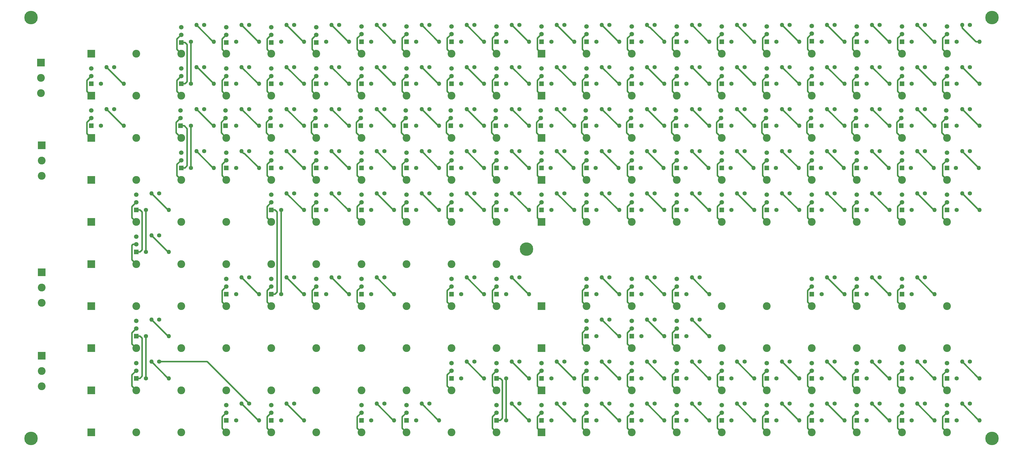
<source format=gbr>
G04 #@! TF.GenerationSoftware,KiCad,Pcbnew,(5.0.0)*
G04 #@! TF.CreationDate,2019-09-22T13:40:32+01:00*
G04 #@! TF.ProjectId,Displayv2,446973706C617976322E6B696361645F,rev?*
G04 #@! TF.SameCoordinates,Original*
G04 #@! TF.FileFunction,Copper,L1,Top,Signal*
G04 #@! TF.FilePolarity,Positive*
%FSLAX46Y46*%
G04 Gerber Fmt 4.6, Leading zero omitted, Abs format (unit mm)*
G04 Created by KiCad (PCBNEW (5.0.0)) date 09/22/19 13:40:32*
%MOMM*%
%LPD*%
G01*
G04 APERTURE LIST*
G04 #@! TA.AperFunction,ComponentPad*
%ADD10O,1.400000X1.400000*%
G04 #@! TD*
G04 #@! TA.AperFunction,ComponentPad*
%ADD11C,1.400000*%
G04 #@! TD*
G04 #@! TA.AperFunction,ComponentPad*
%ADD12C,1.500000*%
G04 #@! TD*
G04 #@! TA.AperFunction,ComponentPad*
%ADD13R,1.500000X1.500000*%
G04 #@! TD*
G04 #@! TA.AperFunction,ComponentPad*
%ADD14R,2.600000X2.600000*%
G04 #@! TD*
G04 #@! TA.AperFunction,ComponentPad*
%ADD15C,2.600000*%
G04 #@! TD*
G04 #@! TA.AperFunction,ComponentPad*
%ADD16C,4.500000*%
G04 #@! TD*
G04 #@! TA.AperFunction,Conductor*
%ADD17C,0.500000*%
G04 #@! TD*
G04 APERTURE END LIST*
D10*
G04 #@! TO.P,R56,2*
G04 #@! TO.N,Net-(NE55-Pad2)*
X300870000Y-71000000D03*
D11*
G04 #@! TO.P,R56,1*
G04 #@! TO.N,+70v*
X293250000Y-71000000D03*
G04 #@! TD*
G04 #@! TO.P,R194,1*
G04 #@! TO.N,+70v*
X263250000Y-169000000D03*
D10*
G04 #@! TO.P,R194,2*
G04 #@! TO.N,Net-(NE193-Pad2)*
X270870000Y-169000000D03*
G04 #@! TD*
D11*
G04 #@! TO.P,R201,1*
G04 #@! TO.N,+70v*
X368250000Y-169000000D03*
D10*
G04 #@! TO.P,R201,2*
G04 #@! TO.N,Net-(NE200-Pad2)*
X375870000Y-169000000D03*
G04 #@! TD*
D11*
G04 #@! TO.P,R195,1*
G04 #@! TO.N,+70v*
X278250000Y-169000000D03*
D10*
G04 #@! TO.P,R195,2*
G04 #@! TO.N,Net-(NE194-Pad2)*
X285870000Y-169000000D03*
G04 #@! TD*
D11*
G04 #@! TO.P,R185,1*
G04 #@! TO.N,+70v*
X128250000Y-169000000D03*
D10*
G04 #@! TO.P,R185,2*
G04 #@! TO.N,Net-(NE184-Pad2)*
X135870000Y-169000000D03*
G04 #@! TD*
D11*
G04 #@! TO.P,R189,1*
G04 #@! TO.N,+70v*
X188250000Y-169000000D03*
D10*
G04 #@! TO.P,R189,2*
G04 #@! TO.N,Net-(NE188-Pad2)*
X195870000Y-169000000D03*
G04 #@! TD*
D11*
G04 #@! TO.P,R192,1*
G04 #@! TO.N,+70v*
X233250000Y-169000000D03*
D10*
G04 #@! TO.P,R192,2*
G04 #@! TO.N,Net-(NE191-Pad2)*
X240870000Y-169000000D03*
G04 #@! TD*
D11*
G04 #@! TO.P,R200,1*
G04 #@! TO.N,+70v*
X353250000Y-169000000D03*
D10*
G04 #@! TO.P,R200,2*
G04 #@! TO.N,Net-(NE199-Pad2)*
X360870000Y-169000000D03*
G04 #@! TD*
D11*
G04 #@! TO.P,R193,1*
G04 #@! TO.N,+70v*
X248250000Y-169000000D03*
D10*
G04 #@! TO.P,R193,2*
G04 #@! TO.N,Net-(NE192-Pad2)*
X255870000Y-169000000D03*
G04 #@! TD*
D11*
G04 #@! TO.P,R198,1*
G04 #@! TO.N,+70v*
X323250000Y-169000000D03*
D10*
G04 #@! TO.P,R198,2*
G04 #@! TO.N,Net-(NE197-Pad2)*
X330870000Y-169000000D03*
G04 #@! TD*
D11*
G04 #@! TO.P,R191,1*
G04 #@! TO.N,+70v*
X218250000Y-169000000D03*
D10*
G04 #@! TO.P,R191,2*
G04 #@! TO.N,Net-(NE190-Pad2)*
X225870000Y-169000000D03*
G04 #@! TD*
D11*
G04 #@! TO.P,R196,1*
G04 #@! TO.N,+70v*
X293250000Y-169000000D03*
D10*
G04 #@! TO.P,R196,2*
G04 #@! TO.N,Net-(NE195-Pad2)*
X300870000Y-169000000D03*
G04 #@! TD*
D11*
G04 #@! TO.P,R199,1*
G04 #@! TO.N,+70v*
X338250000Y-169000000D03*
D10*
G04 #@! TO.P,R199,2*
G04 #@! TO.N,Net-(NE198-Pad2)*
X345870000Y-169000000D03*
G04 #@! TD*
D11*
G04 #@! TO.P,R188,1*
G04 #@! TO.N,+70v*
X173250000Y-169000000D03*
D10*
G04 #@! TO.P,R188,2*
G04 #@! TO.N,Net-(NE187-Pad2)*
X180870000Y-169000000D03*
G04 #@! TD*
D11*
G04 #@! TO.P,R197,1*
G04 #@! TO.N,+70v*
X308250000Y-169000000D03*
D10*
G04 #@! TO.P,R197,2*
G04 #@! TO.N,Net-(NE196-Pad2)*
X315870000Y-169000000D03*
G04 #@! TD*
D11*
G04 #@! TO.P,R186,1*
G04 #@! TO.N,+70v*
X143250000Y-169000000D03*
D10*
G04 #@! TO.P,R186,2*
G04 #@! TO.N,Net-(NE185-Pad2)*
X150870000Y-169000000D03*
G04 #@! TD*
D11*
G04 #@! TO.P,R181,1*
G04 #@! TO.N,+70v*
X368250000Y-155000000D03*
D10*
G04 #@! TO.P,R181,2*
G04 #@! TO.N,Net-(NE180-Pad2)*
X375870000Y-155000000D03*
G04 #@! TD*
D11*
G04 #@! TO.P,R175,1*
G04 #@! TO.N,+70v*
X278250000Y-155000000D03*
D10*
G04 #@! TO.P,R175,2*
G04 #@! TO.N,Net-(NE174-Pad2)*
X285870000Y-155000000D03*
G04 #@! TD*
D11*
G04 #@! TO.P,R174,1*
G04 #@! TO.N,+70v*
X263250000Y-155000000D03*
D10*
G04 #@! TO.P,R174,2*
G04 #@! TO.N,Net-(NE173-Pad2)*
X270870000Y-155000000D03*
G04 #@! TD*
D11*
G04 #@! TO.P,R179,1*
G04 #@! TO.N,+70v*
X338250000Y-155000000D03*
D10*
G04 #@! TO.P,R179,2*
G04 #@! TO.N,Net-(NE178-Pad2)*
X345870000Y-155000000D03*
G04 #@! TD*
D11*
G04 #@! TO.P,R180,1*
G04 #@! TO.N,+70v*
X353250000Y-155000000D03*
D10*
G04 #@! TO.P,R180,2*
G04 #@! TO.N,Net-(NE179-Pad2)*
X360870000Y-155000000D03*
G04 #@! TD*
D11*
G04 #@! TO.P,R173,1*
G04 #@! TO.N,+70v*
X248250000Y-155000000D03*
D10*
G04 #@! TO.P,R173,2*
G04 #@! TO.N,Net-(NE172-Pad2)*
X255870000Y-155000000D03*
G04 #@! TD*
D11*
G04 #@! TO.P,R176,1*
G04 #@! TO.N,+70v*
X293250000Y-155000000D03*
D10*
G04 #@! TO.P,R176,2*
G04 #@! TO.N,Net-(NE175-Pad2)*
X300870000Y-155000000D03*
G04 #@! TD*
D11*
G04 #@! TO.P,R171,1*
G04 #@! TO.N,+70v*
X218250000Y-155000000D03*
D10*
G04 #@! TO.P,R171,2*
G04 #@! TO.N,Net-(NE170-Pad2)*
X225870000Y-155000000D03*
G04 #@! TD*
D11*
G04 #@! TO.P,R178,1*
G04 #@! TO.N,+70v*
X323250000Y-155000000D03*
D10*
G04 #@! TO.P,R178,2*
G04 #@! TO.N,Net-(NE177-Pad2)*
X330870000Y-155000000D03*
G04 #@! TD*
D11*
G04 #@! TO.P,R172,1*
G04 #@! TO.N,+70v*
X233250000Y-155000000D03*
D10*
G04 #@! TO.P,R172,2*
G04 #@! TO.N,Net-(NE171-Pad2)*
X240870000Y-155000000D03*
G04 #@! TD*
D11*
G04 #@! TO.P,R163,1*
G04 #@! TO.N,+70v*
X98250000Y-155000000D03*
D10*
G04 #@! TO.P,R163,2*
G04 #@! TO.N,Net-(NE162-Pad2)*
X105870000Y-155000000D03*
G04 #@! TD*
D11*
G04 #@! TO.P,R170,1*
G04 #@! TO.N,+70v*
X203250000Y-155000000D03*
D10*
G04 #@! TO.P,R170,2*
G04 #@! TO.N,Net-(NE169-Pad2)*
X210870000Y-155000000D03*
G04 #@! TD*
D11*
G04 #@! TO.P,R177,1*
G04 #@! TO.N,+70v*
X308250000Y-155000000D03*
D10*
G04 #@! TO.P,R177,2*
G04 #@! TO.N,Net-(NE176-Pad2)*
X315870000Y-155000000D03*
G04 #@! TD*
D11*
G04 #@! TO.P,R155,1*
G04 #@! TO.N,+70v*
X278250000Y-141000000D03*
D10*
G04 #@! TO.P,R155,2*
G04 #@! TO.N,Net-(NE154-Pad2)*
X285870000Y-141000000D03*
G04 #@! TD*
D11*
G04 #@! TO.P,R154,1*
G04 #@! TO.N,+70v*
X263250000Y-141000000D03*
D10*
G04 #@! TO.P,R154,2*
G04 #@! TO.N,Net-(NE153-Pad2)*
X270870000Y-141000000D03*
G04 #@! TD*
D11*
G04 #@! TO.P,R153,1*
G04 #@! TO.N,+70v*
X248250000Y-141000000D03*
D10*
G04 #@! TO.P,R153,2*
G04 #@! TO.N,Net-(NE152-Pad2)*
X255870000Y-141000000D03*
G04 #@! TD*
D11*
G04 #@! TO.P,R143,1*
G04 #@! TO.N,+70v*
X98250000Y-141000000D03*
D10*
G04 #@! TO.P,R143,2*
G04 #@! TO.N,Net-(NE142-Pad2)*
X105870000Y-141000000D03*
G04 #@! TD*
D11*
G04 #@! TO.P,R135,1*
G04 #@! TO.N,+70v*
X278250000Y-127000000D03*
D10*
G04 #@! TO.P,R135,2*
G04 #@! TO.N,Net-(NE134-Pad2)*
X285870000Y-127000000D03*
G04 #@! TD*
D11*
G04 #@! TO.P,R139,1*
G04 #@! TO.N,+70v*
X338250000Y-127000000D03*
D10*
G04 #@! TO.P,R139,2*
G04 #@! TO.N,Net-(NE138-Pad2)*
X345870000Y-127000000D03*
G04 #@! TD*
D11*
G04 #@! TO.P,R134,1*
G04 #@! TO.N,+70v*
X263250000Y-127000000D03*
D10*
G04 #@! TO.P,R134,2*
G04 #@! TO.N,Net-(NE133-Pad2)*
X270870000Y-127000000D03*
G04 #@! TD*
D11*
G04 #@! TO.P,R140,1*
G04 #@! TO.N,+70v*
X353250000Y-127000000D03*
D10*
G04 #@! TO.P,R140,2*
G04 #@! TO.N,Net-(NE139-Pad2)*
X360870000Y-127000000D03*
G04 #@! TD*
D11*
G04 #@! TO.P,R133,1*
G04 #@! TO.N,+70v*
X248250000Y-127000000D03*
D10*
G04 #@! TO.P,R133,2*
G04 #@! TO.N,Net-(NE132-Pad2)*
X255870000Y-127000000D03*
G04 #@! TD*
D11*
G04 #@! TO.P,R138,1*
G04 #@! TO.N,+70v*
X323250000Y-127000000D03*
D10*
G04 #@! TO.P,R138,2*
G04 #@! TO.N,Net-(NE137-Pad2)*
X330870000Y-127000000D03*
G04 #@! TD*
D11*
G04 #@! TO.P,R131,1*
G04 #@! TO.N,+70v*
X218250000Y-127000000D03*
D10*
G04 #@! TO.P,R131,2*
G04 #@! TO.N,Net-(NE130-Pad2)*
X225870000Y-127000000D03*
G04 #@! TD*
D11*
G04 #@! TO.P,R126,1*
G04 #@! TO.N,+70v*
X143250000Y-127000000D03*
D10*
G04 #@! TO.P,R126,2*
G04 #@! TO.N,Net-(NE125-Pad2)*
X150870000Y-127000000D03*
G04 #@! TD*
D11*
G04 #@! TO.P,R128,1*
G04 #@! TO.N,+70v*
X173250000Y-127000000D03*
D10*
G04 #@! TO.P,R128,2*
G04 #@! TO.N,Net-(NE127-Pad2)*
X180870000Y-127000000D03*
G04 #@! TD*
D11*
G04 #@! TO.P,R125,1*
G04 #@! TO.N,+70v*
X128250000Y-127000000D03*
D10*
G04 #@! TO.P,R125,2*
G04 #@! TO.N,Net-(NE124-Pad2)*
X135870000Y-127000000D03*
G04 #@! TD*
D11*
G04 #@! TO.P,R127,1*
G04 #@! TO.N,+70v*
X158250000Y-127000000D03*
D10*
G04 #@! TO.P,R127,2*
G04 #@! TO.N,Net-(NE126-Pad2)*
X165870000Y-127000000D03*
G04 #@! TD*
D11*
G04 #@! TO.P,R130,1*
G04 #@! TO.N,+70v*
X203250000Y-127000000D03*
D10*
G04 #@! TO.P,R130,2*
G04 #@! TO.N,Net-(NE129-Pad2)*
X210870000Y-127000000D03*
G04 #@! TD*
D11*
G04 #@! TO.P,R103,1*
G04 #@! TO.N,+70v*
X98250000Y-113000000D03*
D10*
G04 #@! TO.P,R103,2*
G04 #@! TO.N,Net-(NE102-Pad2)*
X105870000Y-113000000D03*
G04 #@! TD*
D11*
G04 #@! TO.P,R93,1*
G04 #@! TO.N,+70v*
X248250000Y-99000000D03*
D10*
G04 #@! TO.P,R93,2*
G04 #@! TO.N,Net-(NE92-Pad2)*
X255870000Y-99000000D03*
G04 #@! TD*
D11*
G04 #@! TO.P,R92,1*
G04 #@! TO.N,+70v*
X233250000Y-99000000D03*
D10*
G04 #@! TO.P,R92,2*
G04 #@! TO.N,Net-(NE91-Pad2)*
X240870000Y-99000000D03*
G04 #@! TD*
D11*
G04 #@! TO.P,R97,1*
G04 #@! TO.N,+70v*
X308250000Y-99000000D03*
D10*
G04 #@! TO.P,R97,2*
G04 #@! TO.N,Net-(NE96-Pad2)*
X315870000Y-99000000D03*
G04 #@! TD*
D11*
G04 #@! TO.P,R98,1*
G04 #@! TO.N,+70v*
X323250000Y-99000000D03*
D10*
G04 #@! TO.P,R98,2*
G04 #@! TO.N,Net-(NE97-Pad2)*
X330870000Y-99000000D03*
G04 #@! TD*
D11*
G04 #@! TO.P,R99,1*
G04 #@! TO.N,+70v*
X338250000Y-99000000D03*
D10*
G04 #@! TO.P,R99,2*
G04 #@! TO.N,Net-(NE98-Pad2)*
X345870000Y-99000000D03*
G04 #@! TD*
D11*
G04 #@! TO.P,R96,1*
G04 #@! TO.N,+70v*
X293250000Y-99000000D03*
D10*
G04 #@! TO.P,R96,2*
G04 #@! TO.N,Net-(NE95-Pad2)*
X300870000Y-99000000D03*
G04 #@! TD*
D11*
G04 #@! TO.P,R101,1*
G04 #@! TO.N,+70v*
X368250000Y-99000000D03*
D10*
G04 #@! TO.P,R101,2*
G04 #@! TO.N,Net-(NE100-Pad2)*
X375870000Y-99000000D03*
G04 #@! TD*
D11*
G04 #@! TO.P,R100,1*
G04 #@! TO.N,+70v*
X353250000Y-99000000D03*
D10*
G04 #@! TO.P,R100,2*
G04 #@! TO.N,Net-(NE99-Pad2)*
X360870000Y-99000000D03*
G04 #@! TD*
D11*
G04 #@! TO.P,R94,1*
G04 #@! TO.N,+70v*
X263250000Y-99000000D03*
D10*
G04 #@! TO.P,R94,2*
G04 #@! TO.N,Net-(NE93-Pad2)*
X270870000Y-99000000D03*
G04 #@! TD*
D11*
G04 #@! TO.P,R95,1*
G04 #@! TO.N,+70v*
X278250000Y-99000000D03*
D10*
G04 #@! TO.P,R95,2*
G04 #@! TO.N,Net-(NE94-Pad2)*
X285870000Y-99000000D03*
G04 #@! TD*
D11*
G04 #@! TO.P,R86,1*
G04 #@! TO.N,+70v*
X143250000Y-99000000D03*
D10*
G04 #@! TO.P,R86,2*
G04 #@! TO.N,Net-(NE85-Pad2)*
X150870000Y-99000000D03*
G04 #@! TD*
D11*
G04 #@! TO.P,R88,1*
G04 #@! TO.N,+70v*
X173250000Y-99000000D03*
D10*
G04 #@! TO.P,R88,2*
G04 #@! TO.N,Net-(NE87-Pad2)*
X180870000Y-99000000D03*
G04 #@! TD*
D11*
G04 #@! TO.P,R91,1*
G04 #@! TO.N,+70v*
X218250000Y-99000000D03*
D10*
G04 #@! TO.P,R91,2*
G04 #@! TO.N,Net-(NE90-Pad2)*
X225870000Y-99000000D03*
G04 #@! TD*
D11*
G04 #@! TO.P,R89,1*
G04 #@! TO.N,+70v*
X188250000Y-99000000D03*
D10*
G04 #@! TO.P,R89,2*
G04 #@! TO.N,Net-(NE88-Pad2)*
X195870000Y-99000000D03*
G04 #@! TD*
D11*
G04 #@! TO.P,R90,1*
G04 #@! TO.N,+70v*
X203250000Y-99000000D03*
D10*
G04 #@! TO.P,R90,2*
G04 #@! TO.N,Net-(NE89-Pad2)*
X210870000Y-99000000D03*
G04 #@! TD*
D11*
G04 #@! TO.P,R83,1*
G04 #@! TO.N,+70v*
X98250000Y-99000000D03*
D10*
G04 #@! TO.P,R83,2*
G04 #@! TO.N,Net-(NE82-Pad2)*
X105870000Y-99000000D03*
G04 #@! TD*
D11*
G04 #@! TO.P,R87,1*
G04 #@! TO.N,+70v*
X158250000Y-99000000D03*
D10*
G04 #@! TO.P,R87,2*
G04 #@! TO.N,Net-(NE86-Pad2)*
X165870000Y-99000000D03*
G04 #@! TD*
D11*
G04 #@! TO.P,R79,1*
G04 #@! TO.N,+70v*
X338000000Y-85000000D03*
D10*
G04 #@! TO.P,R79,2*
G04 #@! TO.N,Net-(NE78-Pad2)*
X345620000Y-85000000D03*
G04 #@! TD*
D11*
G04 #@! TO.P,R77,1*
G04 #@! TO.N,+70v*
X308000000Y-85000000D03*
D10*
G04 #@! TO.P,R77,2*
G04 #@! TO.N,Net-(NE76-Pad2)*
X315620000Y-85000000D03*
G04 #@! TD*
D11*
G04 #@! TO.P,R80,1*
G04 #@! TO.N,+70v*
X353000000Y-85000000D03*
D10*
G04 #@! TO.P,R80,2*
G04 #@! TO.N,Net-(NE79-Pad2)*
X360620000Y-85000000D03*
G04 #@! TD*
D11*
G04 #@! TO.P,R81,1*
G04 #@! TO.N,+70v*
X368000000Y-85000000D03*
D10*
G04 #@! TO.P,R81,2*
G04 #@! TO.N,Net-(NE80-Pad2)*
X375620000Y-85000000D03*
G04 #@! TD*
D11*
G04 #@! TO.P,R76,1*
G04 #@! TO.N,+70v*
X293000000Y-85000000D03*
D10*
G04 #@! TO.P,R76,2*
G04 #@! TO.N,Net-(NE75-Pad2)*
X300620000Y-85000000D03*
G04 #@! TD*
D11*
G04 #@! TO.P,R78,1*
G04 #@! TO.N,+70v*
X323000000Y-85000000D03*
D10*
G04 #@! TO.P,R78,2*
G04 #@! TO.N,Net-(NE77-Pad2)*
X330620000Y-85000000D03*
G04 #@! TD*
D11*
G04 #@! TO.P,R73,1*
G04 #@! TO.N,+70v*
X248000000Y-85000000D03*
D10*
G04 #@! TO.P,R73,2*
G04 #@! TO.N,Net-(NE72-Pad2)*
X255620000Y-85000000D03*
G04 #@! TD*
D11*
G04 #@! TO.P,R72,1*
G04 #@! TO.N,+70v*
X233000000Y-85000000D03*
D10*
G04 #@! TO.P,R72,2*
G04 #@! TO.N,Net-(NE71-Pad2)*
X240620000Y-85000000D03*
G04 #@! TD*
D11*
G04 #@! TO.P,R75,1*
G04 #@! TO.N,+70v*
X278000000Y-85000000D03*
D10*
G04 #@! TO.P,R75,2*
G04 #@! TO.N,Net-(NE74-Pad2)*
X285620000Y-85000000D03*
G04 #@! TD*
D11*
G04 #@! TO.P,R74,1*
G04 #@! TO.N,+70v*
X263000000Y-85000000D03*
D10*
G04 #@! TO.P,R74,2*
G04 #@! TO.N,Net-(NE73-Pad2)*
X270620000Y-85000000D03*
G04 #@! TD*
D11*
G04 #@! TO.P,R68,1*
G04 #@! TO.N,+70v*
X173250000Y-85000000D03*
D10*
G04 #@! TO.P,R68,2*
G04 #@! TO.N,Net-(NE67-Pad2)*
X180870000Y-85000000D03*
G04 #@! TD*
D11*
G04 #@! TO.P,R64,1*
G04 #@! TO.N,+70v*
X113250000Y-85000000D03*
D10*
G04 #@! TO.P,R64,2*
G04 #@! TO.N,Net-(NE63-Pad2)*
X120870000Y-85000000D03*
G04 #@! TD*
D11*
G04 #@! TO.P,R66,1*
G04 #@! TO.N,+70v*
X143250000Y-85000000D03*
D10*
G04 #@! TO.P,R66,2*
G04 #@! TO.N,Net-(NE65-Pad2)*
X150870000Y-85000000D03*
G04 #@! TD*
D11*
G04 #@! TO.P,R65,1*
G04 #@! TO.N,+70v*
X128250000Y-85000000D03*
D10*
G04 #@! TO.P,R65,2*
G04 #@! TO.N,Net-(NE64-Pad2)*
X135870000Y-85000000D03*
G04 #@! TD*
D11*
G04 #@! TO.P,R70,1*
G04 #@! TO.N,+70v*
X203250000Y-85000000D03*
D10*
G04 #@! TO.P,R70,2*
G04 #@! TO.N,Net-(NE69-Pad2)*
X210870000Y-85000000D03*
G04 #@! TD*
D11*
G04 #@! TO.P,R69,1*
G04 #@! TO.N,+70v*
X188250000Y-85000000D03*
D10*
G04 #@! TO.P,R69,2*
G04 #@! TO.N,Net-(NE68-Pad2)*
X195870000Y-85000000D03*
G04 #@! TD*
D11*
G04 #@! TO.P,R67,1*
G04 #@! TO.N,+70v*
X158250000Y-85000000D03*
D10*
G04 #@! TO.P,R67,2*
G04 #@! TO.N,Net-(NE66-Pad2)*
X165870000Y-85000000D03*
G04 #@! TD*
D11*
G04 #@! TO.P,R71,1*
G04 #@! TO.N,+70v*
X218250000Y-85000000D03*
D10*
G04 #@! TO.P,R71,2*
G04 #@! TO.N,Net-(NE70-Pad2)*
X225870000Y-85000000D03*
G04 #@! TD*
D11*
G04 #@! TO.P,R4,1*
G04 #@! TO.N,+70v*
X113250000Y-43000000D03*
D10*
G04 #@! TO.P,R4,2*
G04 #@! TO.N,Net-(NE3-Pad2)*
X120870000Y-43000000D03*
G04 #@! TD*
D11*
G04 #@! TO.P,R5,1*
G04 #@! TO.N,+70v*
X128250000Y-43000000D03*
D10*
G04 #@! TO.P,R5,2*
G04 #@! TO.N,Net-(NE4-Pad2)*
X135870000Y-43000000D03*
G04 #@! TD*
D11*
G04 #@! TO.P,R6,1*
G04 #@! TO.N,+70v*
X143250000Y-43000000D03*
D10*
G04 #@! TO.P,R6,2*
G04 #@! TO.N,Net-(NE5-Pad2)*
X150870000Y-43000000D03*
G04 #@! TD*
D11*
G04 #@! TO.P,R7,1*
G04 #@! TO.N,+70v*
X158250000Y-43000000D03*
D10*
G04 #@! TO.P,R7,2*
G04 #@! TO.N,Net-(NE6-Pad2)*
X165870000Y-43000000D03*
G04 #@! TD*
D11*
G04 #@! TO.P,R8,1*
G04 #@! TO.N,+70v*
X173250000Y-43000000D03*
D10*
G04 #@! TO.P,R8,2*
G04 #@! TO.N,Net-(NE7-Pad2)*
X180870000Y-43000000D03*
G04 #@! TD*
D11*
G04 #@! TO.P,R9,1*
G04 #@! TO.N,+70v*
X188250000Y-43000000D03*
D10*
G04 #@! TO.P,R9,2*
G04 #@! TO.N,Net-(NE8-Pad2)*
X195870000Y-43000000D03*
G04 #@! TD*
D11*
G04 #@! TO.P,R10,1*
G04 #@! TO.N,+70v*
X203250000Y-43000000D03*
D10*
G04 #@! TO.P,R10,2*
G04 #@! TO.N,Net-(NE9-Pad2)*
X210870000Y-43000000D03*
G04 #@! TD*
D11*
G04 #@! TO.P,R11,1*
G04 #@! TO.N,+70v*
X218250000Y-43000000D03*
D10*
G04 #@! TO.P,R11,2*
G04 #@! TO.N,Net-(NE10-Pad2)*
X225870000Y-43000000D03*
G04 #@! TD*
D11*
G04 #@! TO.P,R12,1*
G04 #@! TO.N,+70v*
X233250000Y-43000000D03*
D10*
G04 #@! TO.P,R12,2*
G04 #@! TO.N,Net-(NE11-Pad2)*
X240870000Y-43000000D03*
G04 #@! TD*
D11*
G04 #@! TO.P,R13,1*
G04 #@! TO.N,+70v*
X248250000Y-43000000D03*
D10*
G04 #@! TO.P,R13,2*
G04 #@! TO.N,Net-(NE12-Pad2)*
X255870000Y-43000000D03*
G04 #@! TD*
D11*
G04 #@! TO.P,R14,1*
G04 #@! TO.N,+70v*
X263250000Y-43000000D03*
D10*
G04 #@! TO.P,R14,2*
G04 #@! TO.N,Net-(NE13-Pad2)*
X270870000Y-43000000D03*
G04 #@! TD*
D11*
G04 #@! TO.P,R15,1*
G04 #@! TO.N,+70v*
X278250000Y-43000000D03*
D10*
G04 #@! TO.P,R15,2*
G04 #@! TO.N,Net-(NE14-Pad2)*
X285870000Y-43000000D03*
G04 #@! TD*
D11*
G04 #@! TO.P,R16,1*
G04 #@! TO.N,+70v*
X293250000Y-43000000D03*
D10*
G04 #@! TO.P,R16,2*
G04 #@! TO.N,Net-(NE15-Pad2)*
X300870000Y-43000000D03*
G04 #@! TD*
D11*
G04 #@! TO.P,R17,1*
G04 #@! TO.N,+70v*
X308250000Y-43000000D03*
D10*
G04 #@! TO.P,R17,2*
G04 #@! TO.N,Net-(NE16-Pad2)*
X315870000Y-43000000D03*
G04 #@! TD*
D11*
G04 #@! TO.P,R18,1*
G04 #@! TO.N,+70v*
X323250000Y-43000000D03*
D10*
G04 #@! TO.P,R18,2*
G04 #@! TO.N,Net-(NE17-Pad2)*
X330870000Y-43000000D03*
G04 #@! TD*
D11*
G04 #@! TO.P,R19,1*
G04 #@! TO.N,+70v*
X338250000Y-43000000D03*
D10*
G04 #@! TO.P,R19,2*
G04 #@! TO.N,Net-(NE18-Pad2)*
X345870000Y-43000000D03*
G04 #@! TD*
D11*
G04 #@! TO.P,R20,1*
G04 #@! TO.N,+70v*
X353250000Y-43000000D03*
D10*
G04 #@! TO.P,R20,2*
G04 #@! TO.N,Net-(NE19-Pad2)*
X360870000Y-43000000D03*
G04 #@! TD*
D11*
G04 #@! TO.P,R21,1*
G04 #@! TO.N,+70v*
X368250000Y-43000000D03*
D10*
G04 #@! TO.P,R21,2*
G04 #@! TO.N,Net-(NE20-Pad2)*
X375870000Y-43000000D03*
G04 #@! TD*
D11*
G04 #@! TO.P,R22,1*
G04 #@! TO.N,+70v*
X83250000Y-57000000D03*
D10*
G04 #@! TO.P,R22,2*
G04 #@! TO.N,Net-(NE21-Pad2)*
X90870000Y-57000000D03*
G04 #@! TD*
D11*
G04 #@! TO.P,R24,1*
G04 #@! TO.N,+70v*
X113250000Y-57000000D03*
D10*
G04 #@! TO.P,R24,2*
G04 #@! TO.N,Net-(NE23-Pad2)*
X120870000Y-57000000D03*
G04 #@! TD*
D11*
G04 #@! TO.P,R25,1*
G04 #@! TO.N,+70v*
X128250000Y-57000000D03*
D10*
G04 #@! TO.P,R25,2*
G04 #@! TO.N,Net-(NE24-Pad2)*
X135870000Y-57000000D03*
G04 #@! TD*
D11*
G04 #@! TO.P,R26,1*
G04 #@! TO.N,+70v*
X143250000Y-57000000D03*
D10*
G04 #@! TO.P,R26,2*
G04 #@! TO.N,Net-(NE25-Pad2)*
X150870000Y-57000000D03*
G04 #@! TD*
D11*
G04 #@! TO.P,R27,1*
G04 #@! TO.N,+70v*
X158250000Y-57000000D03*
D10*
G04 #@! TO.P,R27,2*
G04 #@! TO.N,Net-(NE26-Pad2)*
X165870000Y-57000000D03*
G04 #@! TD*
D11*
G04 #@! TO.P,R28,1*
G04 #@! TO.N,+70v*
X173250000Y-57000000D03*
D10*
G04 #@! TO.P,R28,2*
G04 #@! TO.N,Net-(NE27-Pad2)*
X180870000Y-57000000D03*
G04 #@! TD*
D11*
G04 #@! TO.P,R29,1*
G04 #@! TO.N,+70v*
X188250000Y-57000000D03*
D10*
G04 #@! TO.P,R29,2*
G04 #@! TO.N,Net-(NE28-Pad2)*
X195870000Y-57000000D03*
G04 #@! TD*
D11*
G04 #@! TO.P,R30,1*
G04 #@! TO.N,+70v*
X203250000Y-57000000D03*
D10*
G04 #@! TO.P,R30,2*
G04 #@! TO.N,Net-(NE29-Pad2)*
X210870000Y-57000000D03*
G04 #@! TD*
D11*
G04 #@! TO.P,R31,1*
G04 #@! TO.N,+70v*
X218250000Y-57000000D03*
D10*
G04 #@! TO.P,R31,2*
G04 #@! TO.N,Net-(NE30-Pad2)*
X225870000Y-57000000D03*
G04 #@! TD*
D11*
G04 #@! TO.P,R32,1*
G04 #@! TO.N,+70v*
X233250000Y-57000000D03*
D10*
G04 #@! TO.P,R32,2*
G04 #@! TO.N,Net-(NE31-Pad2)*
X240870000Y-57000000D03*
G04 #@! TD*
D11*
G04 #@! TO.P,R33,1*
G04 #@! TO.N,+70v*
X248250000Y-57000000D03*
D10*
G04 #@! TO.P,R33,2*
G04 #@! TO.N,Net-(NE32-Pad2)*
X255870000Y-57000000D03*
G04 #@! TD*
D11*
G04 #@! TO.P,R34,1*
G04 #@! TO.N,+70v*
X263250000Y-57000000D03*
D10*
G04 #@! TO.P,R34,2*
G04 #@! TO.N,Net-(NE33-Pad2)*
X270870000Y-57000000D03*
G04 #@! TD*
D11*
G04 #@! TO.P,R35,1*
G04 #@! TO.N,+70v*
X278250000Y-57000000D03*
D10*
G04 #@! TO.P,R35,2*
G04 #@! TO.N,Net-(NE34-Pad2)*
X285870000Y-57000000D03*
G04 #@! TD*
D11*
G04 #@! TO.P,R36,1*
G04 #@! TO.N,+70v*
X293250000Y-57000000D03*
D10*
G04 #@! TO.P,R36,2*
G04 #@! TO.N,Net-(NE35-Pad2)*
X300870000Y-57000000D03*
G04 #@! TD*
D11*
G04 #@! TO.P,R37,1*
G04 #@! TO.N,+70v*
X308250000Y-57000000D03*
D10*
G04 #@! TO.P,R37,2*
G04 #@! TO.N,Net-(NE36-Pad2)*
X315870000Y-57000000D03*
G04 #@! TD*
D11*
G04 #@! TO.P,R38,1*
G04 #@! TO.N,+70v*
X323250000Y-57000000D03*
D10*
G04 #@! TO.P,R38,2*
G04 #@! TO.N,Net-(NE37-Pad2)*
X330870000Y-57000000D03*
G04 #@! TD*
D11*
G04 #@! TO.P,R39,1*
G04 #@! TO.N,+70v*
X338250000Y-57000000D03*
D10*
G04 #@! TO.P,R39,2*
G04 #@! TO.N,Net-(NE38-Pad2)*
X345870000Y-57000000D03*
G04 #@! TD*
D11*
G04 #@! TO.P,R40,1*
G04 #@! TO.N,+70v*
X353250000Y-57000000D03*
D10*
G04 #@! TO.P,R40,2*
G04 #@! TO.N,Net-(NE39-Pad2)*
X360870000Y-57000000D03*
G04 #@! TD*
D11*
G04 #@! TO.P,R41,1*
G04 #@! TO.N,+70v*
X368250000Y-57000000D03*
D10*
G04 #@! TO.P,R41,2*
G04 #@! TO.N,Net-(NE40-Pad2)*
X375870000Y-57000000D03*
G04 #@! TD*
D11*
G04 #@! TO.P,R42,1*
G04 #@! TO.N,+70v*
X83250000Y-71000000D03*
D10*
G04 #@! TO.P,R42,2*
G04 #@! TO.N,Net-(NE41-Pad2)*
X90870000Y-71000000D03*
G04 #@! TD*
D11*
G04 #@! TO.P,R44,1*
G04 #@! TO.N,+70v*
X113250000Y-71000000D03*
D10*
G04 #@! TO.P,R44,2*
G04 #@! TO.N,Net-(NE43-Pad2)*
X120870000Y-71000000D03*
G04 #@! TD*
D11*
G04 #@! TO.P,R45,1*
G04 #@! TO.N,+70v*
X128250000Y-71000000D03*
D10*
G04 #@! TO.P,R45,2*
G04 #@! TO.N,Net-(NE44-Pad2)*
X135870000Y-71000000D03*
G04 #@! TD*
D11*
G04 #@! TO.P,R46,1*
G04 #@! TO.N,+70v*
X143250000Y-71000000D03*
D10*
G04 #@! TO.P,R46,2*
G04 #@! TO.N,Net-(NE45-Pad2)*
X150870000Y-71000000D03*
G04 #@! TD*
D11*
G04 #@! TO.P,R47,1*
G04 #@! TO.N,+70v*
X158250000Y-71000000D03*
D10*
G04 #@! TO.P,R47,2*
G04 #@! TO.N,Net-(NE46-Pad2)*
X165870000Y-71000000D03*
G04 #@! TD*
D11*
G04 #@! TO.P,R48,1*
G04 #@! TO.N,+70v*
X173250000Y-71000000D03*
D10*
G04 #@! TO.P,R48,2*
G04 #@! TO.N,Net-(NE47-Pad2)*
X180870000Y-71000000D03*
G04 #@! TD*
D11*
G04 #@! TO.P,R49,1*
G04 #@! TO.N,+70v*
X188250000Y-71000000D03*
D10*
G04 #@! TO.P,R49,2*
G04 #@! TO.N,Net-(NE48-Pad2)*
X195870000Y-71000000D03*
G04 #@! TD*
D11*
G04 #@! TO.P,R50,1*
G04 #@! TO.N,+70v*
X203250000Y-71000000D03*
D10*
G04 #@! TO.P,R50,2*
G04 #@! TO.N,Net-(NE49-Pad2)*
X210870000Y-71000000D03*
G04 #@! TD*
D11*
G04 #@! TO.P,R51,1*
G04 #@! TO.N,+70v*
X218250000Y-71000000D03*
D10*
G04 #@! TO.P,R51,2*
G04 #@! TO.N,Net-(NE50-Pad2)*
X225870000Y-71000000D03*
G04 #@! TD*
D11*
G04 #@! TO.P,R52,1*
G04 #@! TO.N,+70v*
X233250000Y-71000000D03*
D10*
G04 #@! TO.P,R52,2*
G04 #@! TO.N,Net-(NE51-Pad2)*
X240870000Y-71000000D03*
G04 #@! TD*
D11*
G04 #@! TO.P,R53,1*
G04 #@! TO.N,+70v*
X248250000Y-71000000D03*
D10*
G04 #@! TO.P,R53,2*
G04 #@! TO.N,Net-(NE52-Pad2)*
X255870000Y-71000000D03*
G04 #@! TD*
D11*
G04 #@! TO.P,R54,1*
G04 #@! TO.N,+70v*
X263250000Y-71000000D03*
D10*
G04 #@! TO.P,R54,2*
G04 #@! TO.N,Net-(NE53-Pad2)*
X270870000Y-71000000D03*
G04 #@! TD*
D11*
G04 #@! TO.P,R55,1*
G04 #@! TO.N,+70v*
X278250000Y-71000000D03*
D10*
G04 #@! TO.P,R55,2*
G04 #@! TO.N,Net-(NE54-Pad2)*
X285870000Y-71000000D03*
G04 #@! TD*
D11*
G04 #@! TO.P,R57,1*
G04 #@! TO.N,+70v*
X308250000Y-71000000D03*
D10*
G04 #@! TO.P,R57,2*
G04 #@! TO.N,Net-(NE56-Pad2)*
X315870000Y-71000000D03*
G04 #@! TD*
D11*
G04 #@! TO.P,R58,1*
G04 #@! TO.N,+70v*
X323250000Y-71000000D03*
D10*
G04 #@! TO.P,R58,2*
G04 #@! TO.N,Net-(NE57-Pad2)*
X330870000Y-71000000D03*
G04 #@! TD*
D11*
G04 #@! TO.P,R59,1*
G04 #@! TO.N,+70v*
X338250000Y-71000000D03*
D10*
G04 #@! TO.P,R59,2*
G04 #@! TO.N,Net-(NE58-Pad2)*
X345870000Y-71000000D03*
G04 #@! TD*
D11*
G04 #@! TO.P,R60,1*
G04 #@! TO.N,+70v*
X353250000Y-71000000D03*
D10*
G04 #@! TO.P,R60,2*
G04 #@! TO.N,Net-(NE59-Pad2)*
X360870000Y-71000000D03*
G04 #@! TD*
D11*
G04 #@! TO.P,R61,1*
G04 #@! TO.N,+70v*
X368250000Y-71000000D03*
D10*
G04 #@! TO.P,R61,2*
G04 #@! TO.N,Net-(NE60-Pad2)*
X375870000Y-71000000D03*
G04 #@! TD*
D12*
G04 #@! TO.P,Q3,2*
G04 #@! TO.N,Net-(J2-Pad3)*
X110000000Y-40710000D03*
G04 #@! TO.P,Q3,3*
G04 #@! TO.N,Net-(NE3-Pad2)*
X110000000Y-38170000D03*
D13*
G04 #@! TO.P,Q3,1*
G04 #@! TO.N,0v*
X110000000Y-43250000D03*
G04 #@! TD*
D12*
G04 #@! TO.P,Q194,2*
G04 #@! TO.N,Net-(J21-Pad4)*
X275000000Y-166460000D03*
G04 #@! TO.P,Q194,3*
G04 #@! TO.N,Net-(NE194-Pad2)*
X275000000Y-163920000D03*
D13*
G04 #@! TO.P,Q194,1*
G04 #@! TO.N,0v*
X275000000Y-169000000D03*
G04 #@! TD*
D12*
G04 #@! TO.P,Q193,2*
G04 #@! TO.N,Net-(J21-Pad3)*
X260000000Y-166460000D03*
G04 #@! TO.P,Q193,3*
G04 #@! TO.N,Net-(NE193-Pad2)*
X260000000Y-163920000D03*
D13*
G04 #@! TO.P,Q193,1*
G04 #@! TO.N,0v*
X260000000Y-169000000D03*
G04 #@! TD*
D12*
G04 #@! TO.P,Q192,2*
G04 #@! TO.N,Net-(J21-Pad2)*
X245000000Y-166460000D03*
G04 #@! TO.P,Q192,3*
G04 #@! TO.N,Net-(NE192-Pad2)*
X245000000Y-163920000D03*
D13*
G04 #@! TO.P,Q192,1*
G04 #@! TO.N,0v*
X245000000Y-169000000D03*
G04 #@! TD*
D12*
G04 #@! TO.P,Q191,2*
G04 #@! TO.N,Net-(J21-Pad1)*
X230000000Y-166460000D03*
G04 #@! TO.P,Q191,3*
G04 #@! TO.N,Net-(NE191-Pad2)*
X230000000Y-163920000D03*
D13*
G04 #@! TO.P,Q191,1*
G04 #@! TO.N,0v*
X230000000Y-169000000D03*
G04 #@! TD*
D12*
G04 #@! TO.P,Q197,2*
G04 #@! TO.N,Net-(J21-Pad7)*
X320000000Y-166460000D03*
G04 #@! TO.P,Q197,3*
G04 #@! TO.N,Net-(NE197-Pad2)*
X320000000Y-163920000D03*
D13*
G04 #@! TO.P,Q197,1*
G04 #@! TO.N,0v*
X320000000Y-169000000D03*
G04 #@! TD*
D12*
G04 #@! TO.P,Q187,2*
G04 #@! TO.N,Net-(J20-Pad7)*
X170000000Y-166460000D03*
G04 #@! TO.P,Q187,3*
G04 #@! TO.N,Net-(NE187-Pad2)*
X170000000Y-163920000D03*
D13*
G04 #@! TO.P,Q187,1*
G04 #@! TO.N,0v*
X170000000Y-169000000D03*
G04 #@! TD*
D12*
G04 #@! TO.P,Q198,2*
G04 #@! TO.N,Net-(J21-Pad8)*
X335000000Y-166460000D03*
G04 #@! TO.P,Q198,3*
G04 #@! TO.N,Net-(NE198-Pad2)*
X335000000Y-163920000D03*
D13*
G04 #@! TO.P,Q198,1*
G04 #@! TO.N,0v*
X335000000Y-169000000D03*
G04 #@! TD*
D12*
G04 #@! TO.P,Q200,2*
G04 #@! TO.N,Net-(J21-Pad10)*
X365000000Y-166460000D03*
G04 #@! TO.P,Q200,3*
G04 #@! TO.N,Net-(NE200-Pad2)*
X365000000Y-163920000D03*
D13*
G04 #@! TO.P,Q200,1*
G04 #@! TO.N,0v*
X365000000Y-169000000D03*
G04 #@! TD*
D12*
G04 #@! TO.P,Q188,2*
G04 #@! TO.N,Net-(J20-Pad8)*
X185000000Y-166460000D03*
G04 #@! TO.P,Q188,3*
G04 #@! TO.N,Net-(NE188-Pad2)*
X185000000Y-163920000D03*
D13*
G04 #@! TO.P,Q188,1*
G04 #@! TO.N,0v*
X185000000Y-169000000D03*
G04 #@! TD*
D12*
G04 #@! TO.P,Q195,2*
G04 #@! TO.N,Net-(J21-Pad5)*
X290000000Y-166460000D03*
G04 #@! TO.P,Q195,3*
G04 #@! TO.N,Net-(NE195-Pad2)*
X290000000Y-163920000D03*
D13*
G04 #@! TO.P,Q195,1*
G04 #@! TO.N,0v*
X290000000Y-169000000D03*
G04 #@! TD*
D12*
G04 #@! TO.P,Q184,2*
G04 #@! TO.N,Net-(J20-Pad4)*
X125000000Y-166460000D03*
G04 #@! TO.P,Q184,3*
G04 #@! TO.N,Net-(NE184-Pad2)*
X125000000Y-163920000D03*
D13*
G04 #@! TO.P,Q184,1*
G04 #@! TO.N,0v*
X125000000Y-169000000D03*
G04 #@! TD*
D12*
G04 #@! TO.P,Q196,2*
G04 #@! TO.N,Net-(J21-Pad6)*
X305000000Y-166460000D03*
G04 #@! TO.P,Q196,3*
G04 #@! TO.N,Net-(NE196-Pad2)*
X305000000Y-163920000D03*
D13*
G04 #@! TO.P,Q196,1*
G04 #@! TO.N,0v*
X305000000Y-169000000D03*
G04 #@! TD*
D12*
G04 #@! TO.P,Q185,2*
G04 #@! TO.N,Net-(J20-Pad5)*
X140000000Y-166460000D03*
G04 #@! TO.P,Q185,3*
G04 #@! TO.N,Net-(NE185-Pad2)*
X140000000Y-163920000D03*
D13*
G04 #@! TO.P,Q185,1*
G04 #@! TO.N,0v*
X140000000Y-169000000D03*
G04 #@! TD*
D12*
G04 #@! TO.P,Q190,2*
G04 #@! TO.N,Net-(J20-Pad10)*
X215000000Y-166460000D03*
G04 #@! TO.P,Q190,3*
G04 #@! TO.N,Net-(NE190-Pad2)*
X215000000Y-163920000D03*
D13*
G04 #@! TO.P,Q190,1*
G04 #@! TO.N,0v*
X215000000Y-169000000D03*
G04 #@! TD*
D12*
G04 #@! TO.P,Q199,2*
G04 #@! TO.N,Net-(J21-Pad9)*
X350000000Y-166460000D03*
G04 #@! TO.P,Q199,3*
G04 #@! TO.N,Net-(NE199-Pad2)*
X350000000Y-163920000D03*
D13*
G04 #@! TO.P,Q199,1*
G04 #@! TO.N,0v*
X350000000Y-169000000D03*
G04 #@! TD*
D12*
G04 #@! TO.P,Q171,2*
G04 #@! TO.N,Net-(J19-Pad1)*
X230000000Y-152460000D03*
G04 #@! TO.P,Q171,3*
G04 #@! TO.N,Net-(NE171-Pad2)*
X230000000Y-149920000D03*
D13*
G04 #@! TO.P,Q171,1*
G04 #@! TO.N,0v*
X230000000Y-155000000D03*
G04 #@! TD*
D12*
G04 #@! TO.P,Q172,2*
G04 #@! TO.N,Net-(J19-Pad2)*
X245000000Y-152460000D03*
G04 #@! TO.P,Q172,3*
G04 #@! TO.N,Net-(NE172-Pad2)*
X245000000Y-149920000D03*
D13*
G04 #@! TO.P,Q172,1*
G04 #@! TO.N,0v*
X245000000Y-155000000D03*
G04 #@! TD*
D12*
G04 #@! TO.P,Q174,2*
G04 #@! TO.N,Net-(J19-Pad4)*
X275000000Y-152460000D03*
G04 #@! TO.P,Q174,3*
G04 #@! TO.N,Net-(NE174-Pad2)*
X275000000Y-149920000D03*
D13*
G04 #@! TO.P,Q174,1*
G04 #@! TO.N,0v*
X275000000Y-155000000D03*
G04 #@! TD*
D12*
G04 #@! TO.P,Q173,2*
G04 #@! TO.N,Net-(J19-Pad3)*
X260000000Y-152460000D03*
G04 #@! TO.P,Q173,3*
G04 #@! TO.N,Net-(NE173-Pad2)*
X260000000Y-149920000D03*
D13*
G04 #@! TO.P,Q173,1*
G04 #@! TO.N,0v*
X260000000Y-155000000D03*
G04 #@! TD*
D12*
G04 #@! TO.P,Q176,2*
G04 #@! TO.N,Net-(J19-Pad6)*
X305000000Y-152460000D03*
G04 #@! TO.P,Q176,3*
G04 #@! TO.N,Net-(NE176-Pad2)*
X305000000Y-149920000D03*
D13*
G04 #@! TO.P,Q176,1*
G04 #@! TO.N,0v*
X305000000Y-155000000D03*
G04 #@! TD*
D12*
G04 #@! TO.P,Q175,2*
G04 #@! TO.N,Net-(J19-Pad5)*
X290000000Y-152460000D03*
G04 #@! TO.P,Q175,3*
G04 #@! TO.N,Net-(NE175-Pad2)*
X290000000Y-149920000D03*
D13*
G04 #@! TO.P,Q175,1*
G04 #@! TO.N,0v*
X290000000Y-155000000D03*
G04 #@! TD*
D12*
G04 #@! TO.P,Q170,2*
G04 #@! TO.N,Net-(J18-Pad10)*
X215000000Y-152460000D03*
G04 #@! TO.P,Q170,3*
G04 #@! TO.N,Net-(NE170-Pad2)*
X215000000Y-149920000D03*
D13*
G04 #@! TO.P,Q170,1*
G04 #@! TO.N,0v*
X215000000Y-155000000D03*
G04 #@! TD*
D12*
G04 #@! TO.P,Q179,2*
G04 #@! TO.N,Net-(J19-Pad9)*
X350000000Y-152460000D03*
G04 #@! TO.P,Q179,3*
G04 #@! TO.N,Net-(NE179-Pad2)*
X350000000Y-149920000D03*
D13*
G04 #@! TO.P,Q179,1*
G04 #@! TO.N,0v*
X350000000Y-155000000D03*
G04 #@! TD*
D12*
G04 #@! TO.P,Q162,2*
G04 #@! TO.N,Net-(J18-Pad2)*
X95000000Y-152460000D03*
G04 #@! TO.P,Q162,3*
G04 #@! TO.N,Net-(NE162-Pad2)*
X95000000Y-149920000D03*
D13*
G04 #@! TO.P,Q162,1*
G04 #@! TO.N,0v*
X95000000Y-155000000D03*
G04 #@! TD*
D12*
G04 #@! TO.P,Q169,2*
G04 #@! TO.N,Net-(J18-Pad9)*
X200000000Y-152460000D03*
G04 #@! TO.P,Q169,3*
G04 #@! TO.N,Net-(NE169-Pad2)*
X200000000Y-149920000D03*
D13*
G04 #@! TO.P,Q169,1*
G04 #@! TO.N,0v*
X200000000Y-155000000D03*
G04 #@! TD*
D12*
G04 #@! TO.P,Q180,2*
G04 #@! TO.N,Net-(J19-Pad10)*
X365000000Y-152460000D03*
G04 #@! TO.P,Q180,3*
G04 #@! TO.N,Net-(NE180-Pad2)*
X365000000Y-149920000D03*
D13*
G04 #@! TO.P,Q180,1*
G04 #@! TO.N,0v*
X365000000Y-155000000D03*
G04 #@! TD*
D12*
G04 #@! TO.P,Q178,2*
G04 #@! TO.N,Net-(J19-Pad8)*
X335000000Y-152460000D03*
G04 #@! TO.P,Q178,3*
G04 #@! TO.N,Net-(NE178-Pad2)*
X335000000Y-149920000D03*
D13*
G04 #@! TO.P,Q178,1*
G04 #@! TO.N,0v*
X335000000Y-155000000D03*
G04 #@! TD*
D12*
G04 #@! TO.P,Q177,2*
G04 #@! TO.N,Net-(J19-Pad7)*
X320000000Y-152460000D03*
G04 #@! TO.P,Q177,3*
G04 #@! TO.N,Net-(NE177-Pad2)*
X320000000Y-149920000D03*
D13*
G04 #@! TO.P,Q177,1*
G04 #@! TO.N,0v*
X320000000Y-155000000D03*
G04 #@! TD*
D12*
G04 #@! TO.P,Q153,2*
G04 #@! TO.N,Net-(J17-Pad3)*
X260000000Y-138460000D03*
G04 #@! TO.P,Q153,3*
G04 #@! TO.N,Net-(NE153-Pad2)*
X260000000Y-135920000D03*
D13*
G04 #@! TO.P,Q153,1*
G04 #@! TO.N,0v*
X260000000Y-141000000D03*
G04 #@! TD*
D12*
G04 #@! TO.P,Q154,2*
G04 #@! TO.N,Net-(J17-Pad4)*
X275000000Y-138460000D03*
G04 #@! TO.P,Q154,3*
G04 #@! TO.N,Net-(NE154-Pad2)*
X275000000Y-135920000D03*
D13*
G04 #@! TO.P,Q154,1*
G04 #@! TO.N,0v*
X275000000Y-141000000D03*
G04 #@! TD*
D12*
G04 #@! TO.P,Q152,2*
G04 #@! TO.N,Net-(J17-Pad2)*
X245000000Y-138460000D03*
G04 #@! TO.P,Q152,3*
G04 #@! TO.N,Net-(NE152-Pad2)*
X245000000Y-135920000D03*
D13*
G04 #@! TO.P,Q152,1*
G04 #@! TO.N,0v*
X245000000Y-141000000D03*
G04 #@! TD*
D12*
G04 #@! TO.P,Q142,2*
G04 #@! TO.N,Net-(J16-Pad2)*
X95000000Y-138460000D03*
G04 #@! TO.P,Q142,3*
G04 #@! TO.N,Net-(NE142-Pad2)*
X95000000Y-135920000D03*
D13*
G04 #@! TO.P,Q142,1*
G04 #@! TO.N,0v*
X95000000Y-141000000D03*
G04 #@! TD*
D12*
G04 #@! TO.P,Q133,2*
G04 #@! TO.N,Net-(J15-Pad3)*
X260000000Y-124460000D03*
G04 #@! TO.P,Q133,3*
G04 #@! TO.N,Net-(NE133-Pad2)*
X260000000Y-121920000D03*
D13*
G04 #@! TO.P,Q133,1*
G04 #@! TO.N,0v*
X260000000Y-127000000D03*
G04 #@! TD*
D12*
G04 #@! TO.P,Q134,2*
G04 #@! TO.N,Net-(J15-Pad4)*
X275000000Y-124460000D03*
G04 #@! TO.P,Q134,3*
G04 #@! TO.N,Net-(NE134-Pad2)*
X275000000Y-121920000D03*
D13*
G04 #@! TO.P,Q134,1*
G04 #@! TO.N,0v*
X275000000Y-127000000D03*
G04 #@! TD*
D12*
G04 #@! TO.P,Q132,2*
G04 #@! TO.N,Net-(J15-Pad2)*
X245000000Y-124460000D03*
G04 #@! TO.P,Q132,3*
G04 #@! TO.N,Net-(NE132-Pad2)*
X245000000Y-121920000D03*
D13*
G04 #@! TO.P,Q132,1*
G04 #@! TO.N,0v*
X245000000Y-127000000D03*
G04 #@! TD*
D12*
G04 #@! TO.P,Q125,2*
G04 #@! TO.N,Net-(J14-Pad5)*
X140000000Y-124460000D03*
G04 #@! TO.P,Q125,3*
G04 #@! TO.N,Net-(NE125-Pad2)*
X140000000Y-121920000D03*
D13*
G04 #@! TO.P,Q125,1*
G04 #@! TO.N,0v*
X140000000Y-127000000D03*
G04 #@! TD*
D12*
G04 #@! TO.P,Q124,2*
G04 #@! TO.N,Net-(J14-Pad4)*
X125000000Y-124460000D03*
G04 #@! TO.P,Q124,3*
G04 #@! TO.N,Net-(NE124-Pad2)*
X125000000Y-121920000D03*
D13*
G04 #@! TO.P,Q124,1*
G04 #@! TO.N,0v*
X125000000Y-127000000D03*
G04 #@! TD*
D12*
G04 #@! TO.P,Q138,2*
G04 #@! TO.N,Net-(J15-Pad8)*
X335000000Y-124460000D03*
G04 #@! TO.P,Q138,3*
G04 #@! TO.N,Net-(NE138-Pad2)*
X335000000Y-121920000D03*
D13*
G04 #@! TO.P,Q138,1*
G04 #@! TO.N,0v*
X335000000Y-127000000D03*
G04 #@! TD*
D12*
G04 #@! TO.P,Q137,2*
G04 #@! TO.N,Net-(J15-Pad7)*
X320000000Y-124460000D03*
G04 #@! TO.P,Q137,3*
G04 #@! TO.N,Net-(NE137-Pad2)*
X320000000Y-121920000D03*
D13*
G04 #@! TO.P,Q137,1*
G04 #@! TO.N,0v*
X320000000Y-127000000D03*
G04 #@! TD*
D12*
G04 #@! TO.P,Q139,2*
G04 #@! TO.N,Net-(J15-Pad9)*
X350000000Y-124460000D03*
G04 #@! TO.P,Q139,3*
G04 #@! TO.N,Net-(NE139-Pad2)*
X350000000Y-121920000D03*
D13*
G04 #@! TO.P,Q139,1*
G04 #@! TO.N,0v*
X350000000Y-127000000D03*
G04 #@! TD*
D12*
G04 #@! TO.P,Q126,2*
G04 #@! TO.N,Net-(J14-Pad6)*
X155000000Y-124460000D03*
G04 #@! TO.P,Q126,3*
G04 #@! TO.N,Net-(NE126-Pad2)*
X155000000Y-121920000D03*
D13*
G04 #@! TO.P,Q126,1*
G04 #@! TO.N,0v*
X155000000Y-127000000D03*
G04 #@! TD*
D12*
G04 #@! TO.P,Q127,2*
G04 #@! TO.N,Net-(J14-Pad7)*
X170000000Y-124460000D03*
G04 #@! TO.P,Q127,3*
G04 #@! TO.N,Net-(NE127-Pad2)*
X170000000Y-121920000D03*
D13*
G04 #@! TO.P,Q127,1*
G04 #@! TO.N,0v*
X170000000Y-127000000D03*
G04 #@! TD*
D12*
G04 #@! TO.P,Q130,2*
G04 #@! TO.N,Net-(J14-Pad10)*
X215000000Y-124460000D03*
G04 #@! TO.P,Q130,3*
G04 #@! TO.N,Net-(NE130-Pad2)*
X215000000Y-121920000D03*
D13*
G04 #@! TO.P,Q130,1*
G04 #@! TO.N,0v*
X215000000Y-127000000D03*
G04 #@! TD*
D12*
G04 #@! TO.P,Q129,2*
G04 #@! TO.N,Net-(J14-Pad9)*
X200000000Y-124460000D03*
G04 #@! TO.P,Q129,3*
G04 #@! TO.N,Net-(NE129-Pad2)*
X200000000Y-121920000D03*
D13*
G04 #@! TO.P,Q129,1*
G04 #@! TO.N,0v*
X200000000Y-127000000D03*
G04 #@! TD*
D12*
G04 #@! TO.P,Q102,2*
G04 #@! TO.N,Net-(J12-Pad2)*
X95000000Y-110460000D03*
G04 #@! TO.P,Q102,3*
G04 #@! TO.N,Net-(NE102-Pad2)*
X95000000Y-107920000D03*
D13*
G04 #@! TO.P,Q102,1*
G04 #@! TO.N,0v*
X95000000Y-113000000D03*
G04 #@! TD*
D12*
G04 #@! TO.P,Q100,2*
G04 #@! TO.N,Net-(J11-Pad10)*
X365000000Y-96460000D03*
G04 #@! TO.P,Q100,3*
G04 #@! TO.N,Net-(NE100-Pad2)*
X365000000Y-93920000D03*
D13*
G04 #@! TO.P,Q100,1*
G04 #@! TO.N,0v*
X365000000Y-99000000D03*
G04 #@! TD*
D12*
G04 #@! TO.P,Q98,2*
G04 #@! TO.N,Net-(J11-Pad8)*
X335000000Y-96460000D03*
G04 #@! TO.P,Q98,3*
G04 #@! TO.N,Net-(NE98-Pad2)*
X335000000Y-93920000D03*
D13*
G04 #@! TO.P,Q98,1*
G04 #@! TO.N,0v*
X335000000Y-99000000D03*
G04 #@! TD*
D12*
G04 #@! TO.P,Q99,2*
G04 #@! TO.N,Net-(J11-Pad9)*
X350000000Y-96460000D03*
G04 #@! TO.P,Q99,3*
G04 #@! TO.N,Net-(NE99-Pad2)*
X350000000Y-93920000D03*
D13*
G04 #@! TO.P,Q99,1*
G04 #@! TO.N,0v*
X350000000Y-99000000D03*
G04 #@! TD*
D12*
G04 #@! TO.P,Q97,2*
G04 #@! TO.N,Net-(J11-Pad7)*
X320000000Y-96460000D03*
G04 #@! TO.P,Q97,3*
G04 #@! TO.N,Net-(NE97-Pad2)*
X320000000Y-93920000D03*
D13*
G04 #@! TO.P,Q97,1*
G04 #@! TO.N,0v*
X320000000Y-99000000D03*
G04 #@! TD*
D12*
G04 #@! TO.P,Q95,2*
G04 #@! TO.N,Net-(J11-Pad5)*
X290000000Y-96460000D03*
G04 #@! TO.P,Q95,3*
G04 #@! TO.N,Net-(NE95-Pad2)*
X290000000Y-93920000D03*
D13*
G04 #@! TO.P,Q95,1*
G04 #@! TO.N,0v*
X290000000Y-99000000D03*
G04 #@! TD*
D12*
G04 #@! TO.P,Q94,2*
G04 #@! TO.N,Net-(J11-Pad4)*
X275000000Y-96460000D03*
G04 #@! TO.P,Q94,3*
G04 #@! TO.N,Net-(NE94-Pad2)*
X275000000Y-93920000D03*
D13*
G04 #@! TO.P,Q94,1*
G04 #@! TO.N,0v*
X275000000Y-99000000D03*
G04 #@! TD*
D12*
G04 #@! TO.P,Q93,2*
G04 #@! TO.N,Net-(J11-Pad3)*
X260000000Y-96460000D03*
G04 #@! TO.P,Q93,3*
G04 #@! TO.N,Net-(NE93-Pad2)*
X260000000Y-93920000D03*
D13*
G04 #@! TO.P,Q93,1*
G04 #@! TO.N,0v*
X260000000Y-99000000D03*
G04 #@! TD*
D12*
G04 #@! TO.P,Q96,2*
G04 #@! TO.N,Net-(J11-Pad6)*
X305000000Y-96460000D03*
G04 #@! TO.P,Q96,3*
G04 #@! TO.N,Net-(NE96-Pad2)*
X305000000Y-93920000D03*
D13*
G04 #@! TO.P,Q96,1*
G04 #@! TO.N,0v*
X305000000Y-99000000D03*
G04 #@! TD*
D12*
G04 #@! TO.P,Q91,2*
G04 #@! TO.N,Net-(J11-Pad1)*
X230000000Y-96460000D03*
G04 #@! TO.P,Q91,3*
G04 #@! TO.N,Net-(NE91-Pad2)*
X230000000Y-93920000D03*
D13*
G04 #@! TO.P,Q91,1*
G04 #@! TO.N,0v*
X230000000Y-99000000D03*
G04 #@! TD*
D12*
G04 #@! TO.P,Q92,2*
G04 #@! TO.N,Net-(J11-Pad2)*
X245000000Y-96460000D03*
G04 #@! TO.P,Q92,3*
G04 #@! TO.N,Net-(NE92-Pad2)*
X245000000Y-93920000D03*
D13*
G04 #@! TO.P,Q92,1*
G04 #@! TO.N,0v*
X245000000Y-99000000D03*
G04 #@! TD*
D12*
G04 #@! TO.P,Q86,2*
G04 #@! TO.N,Net-(J10-Pad6)*
X155000000Y-96460000D03*
G04 #@! TO.P,Q86,3*
G04 #@! TO.N,Net-(NE86-Pad2)*
X155000000Y-93920000D03*
D13*
G04 #@! TO.P,Q86,1*
G04 #@! TO.N,0v*
X155000000Y-99000000D03*
G04 #@! TD*
D12*
G04 #@! TO.P,Q89,2*
G04 #@! TO.N,Net-(J10-Pad9)*
X200000000Y-96460000D03*
G04 #@! TO.P,Q89,3*
G04 #@! TO.N,Net-(NE89-Pad2)*
X200000000Y-93920000D03*
D13*
G04 #@! TO.P,Q89,1*
G04 #@! TO.N,0v*
X200000000Y-99000000D03*
G04 #@! TD*
D12*
G04 #@! TO.P,Q87,2*
G04 #@! TO.N,Net-(J10-Pad7)*
X170000000Y-96460000D03*
G04 #@! TO.P,Q87,3*
G04 #@! TO.N,Net-(NE87-Pad2)*
X170000000Y-93920000D03*
D13*
G04 #@! TO.P,Q87,1*
G04 #@! TO.N,0v*
X170000000Y-99000000D03*
G04 #@! TD*
D12*
G04 #@! TO.P,Q82,2*
G04 #@! TO.N,Net-(J10-Pad2)*
X95000000Y-96460000D03*
G04 #@! TO.P,Q82,3*
G04 #@! TO.N,Net-(NE82-Pad2)*
X95000000Y-93920000D03*
D13*
G04 #@! TO.P,Q82,1*
G04 #@! TO.N,0v*
X95000000Y-99000000D03*
G04 #@! TD*
D12*
G04 #@! TO.P,Q88,2*
G04 #@! TO.N,Net-(J10-Pad8)*
X185000000Y-96460000D03*
G04 #@! TO.P,Q88,3*
G04 #@! TO.N,Net-(NE88-Pad2)*
X185000000Y-93920000D03*
D13*
G04 #@! TO.P,Q88,1*
G04 #@! TO.N,0v*
X185000000Y-99000000D03*
G04 #@! TD*
D12*
G04 #@! TO.P,Q90,2*
G04 #@! TO.N,Net-(J10-Pad10)*
X215000000Y-96460000D03*
G04 #@! TO.P,Q90,3*
G04 #@! TO.N,Net-(NE90-Pad2)*
X215000000Y-93920000D03*
D13*
G04 #@! TO.P,Q90,1*
G04 #@! TO.N,0v*
X215000000Y-99000000D03*
G04 #@! TD*
D12*
G04 #@! TO.P,Q85,2*
G04 #@! TO.N,Net-(J10-Pad5)*
X140000000Y-96460000D03*
G04 #@! TO.P,Q85,3*
G04 #@! TO.N,Net-(NE85-Pad2)*
X140000000Y-93920000D03*
D13*
G04 #@! TO.P,Q85,1*
G04 #@! TO.N,0v*
X140000000Y-99000000D03*
G04 #@! TD*
D12*
G04 #@! TO.P,Q75,2*
G04 #@! TO.N,Net-(J9-Pad5)*
X290000000Y-82460000D03*
G04 #@! TO.P,Q75,3*
G04 #@! TO.N,Net-(NE75-Pad2)*
X290000000Y-79920000D03*
D13*
G04 #@! TO.P,Q75,1*
G04 #@! TO.N,0v*
X290000000Y-85000000D03*
G04 #@! TD*
D12*
G04 #@! TO.P,Q77,2*
G04 #@! TO.N,Net-(J9-Pad7)*
X320000000Y-82460000D03*
G04 #@! TO.P,Q77,3*
G04 #@! TO.N,Net-(NE77-Pad2)*
X320000000Y-79920000D03*
D13*
G04 #@! TO.P,Q77,1*
G04 #@! TO.N,0v*
X320000000Y-85000000D03*
G04 #@! TD*
D12*
G04 #@! TO.P,Q80,2*
G04 #@! TO.N,Net-(J9-Pad10)*
X365000000Y-82460000D03*
G04 #@! TO.P,Q80,3*
G04 #@! TO.N,Net-(NE80-Pad2)*
X365000000Y-79920000D03*
D13*
G04 #@! TO.P,Q80,1*
G04 #@! TO.N,0v*
X365000000Y-85000000D03*
G04 #@! TD*
D12*
G04 #@! TO.P,Q79,2*
G04 #@! TO.N,Net-(J9-Pad9)*
X350000000Y-82460000D03*
G04 #@! TO.P,Q79,3*
G04 #@! TO.N,Net-(NE79-Pad2)*
X350000000Y-79920000D03*
D13*
G04 #@! TO.P,Q79,1*
G04 #@! TO.N,0v*
X350000000Y-85000000D03*
G04 #@! TD*
D12*
G04 #@! TO.P,Q78,2*
G04 #@! TO.N,Net-(J9-Pad8)*
X335000000Y-82460000D03*
G04 #@! TO.P,Q78,3*
G04 #@! TO.N,Net-(NE78-Pad2)*
X335000000Y-79920000D03*
D13*
G04 #@! TO.P,Q78,1*
G04 #@! TO.N,0v*
X335000000Y-85000000D03*
G04 #@! TD*
D12*
G04 #@! TO.P,Q76,2*
G04 #@! TO.N,Net-(J9-Pad6)*
X305000000Y-82460000D03*
G04 #@! TO.P,Q76,3*
G04 #@! TO.N,Net-(NE76-Pad2)*
X305000000Y-79920000D03*
D13*
G04 #@! TO.P,Q76,1*
G04 #@! TO.N,0v*
X305000000Y-85000000D03*
G04 #@! TD*
D12*
G04 #@! TO.P,Q74,2*
G04 #@! TO.N,Net-(J9-Pad4)*
X275000000Y-82460000D03*
G04 #@! TO.P,Q74,3*
G04 #@! TO.N,Net-(NE74-Pad2)*
X275000000Y-79920000D03*
D13*
G04 #@! TO.P,Q74,1*
G04 #@! TO.N,0v*
X275000000Y-85000000D03*
G04 #@! TD*
D12*
G04 #@! TO.P,Q73,2*
G04 #@! TO.N,Net-(J9-Pad3)*
X260000000Y-82460000D03*
G04 #@! TO.P,Q73,3*
G04 #@! TO.N,Net-(NE73-Pad2)*
X260000000Y-79920000D03*
D13*
G04 #@! TO.P,Q73,1*
G04 #@! TO.N,0v*
X260000000Y-85000000D03*
G04 #@! TD*
D12*
G04 #@! TO.P,Q72,2*
G04 #@! TO.N,Net-(J9-Pad2)*
X245000000Y-82460000D03*
G04 #@! TO.P,Q72,3*
G04 #@! TO.N,Net-(NE72-Pad2)*
X245000000Y-79920000D03*
D13*
G04 #@! TO.P,Q72,1*
G04 #@! TO.N,0v*
X245000000Y-85000000D03*
G04 #@! TD*
D12*
G04 #@! TO.P,Q71,2*
G04 #@! TO.N,Net-(J9-Pad1)*
X230000000Y-82460000D03*
G04 #@! TO.P,Q71,3*
G04 #@! TO.N,Net-(NE71-Pad2)*
X230000000Y-79920000D03*
D13*
G04 #@! TO.P,Q71,1*
G04 #@! TO.N,0v*
X230000000Y-85000000D03*
G04 #@! TD*
D12*
G04 #@! TO.P,Q66,2*
G04 #@! TO.N,Net-(J8-Pad6)*
X155000000Y-82460000D03*
G04 #@! TO.P,Q66,3*
G04 #@! TO.N,Net-(NE66-Pad2)*
X155000000Y-79920000D03*
D13*
G04 #@! TO.P,Q66,1*
G04 #@! TO.N,0v*
X155000000Y-85000000D03*
G04 #@! TD*
D12*
G04 #@! TO.P,Q67,2*
G04 #@! TO.N,Net-(J8-Pad7)*
X170000000Y-82460000D03*
G04 #@! TO.P,Q67,3*
G04 #@! TO.N,Net-(NE67-Pad2)*
X170000000Y-79920000D03*
D13*
G04 #@! TO.P,Q67,1*
G04 #@! TO.N,0v*
X170000000Y-85000000D03*
G04 #@! TD*
D12*
G04 #@! TO.P,Q69,2*
G04 #@! TO.N,Net-(J8-Pad9)*
X200000000Y-82460000D03*
G04 #@! TO.P,Q69,3*
G04 #@! TO.N,Net-(NE69-Pad2)*
X200000000Y-79920000D03*
D13*
G04 #@! TO.P,Q69,1*
G04 #@! TO.N,0v*
X200000000Y-85000000D03*
G04 #@! TD*
D12*
G04 #@! TO.P,Q70,2*
G04 #@! TO.N,Net-(J8-Pad10)*
X215000000Y-82460000D03*
G04 #@! TO.P,Q70,3*
G04 #@! TO.N,Net-(NE70-Pad2)*
X215000000Y-79920000D03*
D13*
G04 #@! TO.P,Q70,1*
G04 #@! TO.N,0v*
X215000000Y-85000000D03*
G04 #@! TD*
D12*
G04 #@! TO.P,Q64,2*
G04 #@! TO.N,Net-(J8-Pad4)*
X125000000Y-82460000D03*
G04 #@! TO.P,Q64,3*
G04 #@! TO.N,Net-(NE64-Pad2)*
X125000000Y-79920000D03*
D13*
G04 #@! TO.P,Q64,1*
G04 #@! TO.N,0v*
X125000000Y-85000000D03*
G04 #@! TD*
D12*
G04 #@! TO.P,Q63,2*
G04 #@! TO.N,Net-(J8-Pad3)*
X110000000Y-82460000D03*
G04 #@! TO.P,Q63,3*
G04 #@! TO.N,Net-(NE63-Pad2)*
X110000000Y-79920000D03*
D13*
G04 #@! TO.P,Q63,1*
G04 #@! TO.N,0v*
X110000000Y-85000000D03*
G04 #@! TD*
D12*
G04 #@! TO.P,Q68,2*
G04 #@! TO.N,Net-(J8-Pad8)*
X185000000Y-82460000D03*
G04 #@! TO.P,Q68,3*
G04 #@! TO.N,Net-(NE68-Pad2)*
X185000000Y-79920000D03*
D13*
G04 #@! TO.P,Q68,1*
G04 #@! TO.N,0v*
X185000000Y-85000000D03*
G04 #@! TD*
D12*
G04 #@! TO.P,Q65,2*
G04 #@! TO.N,Net-(J8-Pad5)*
X140000000Y-82460000D03*
G04 #@! TO.P,Q65,3*
G04 #@! TO.N,Net-(NE65-Pad2)*
X140000000Y-79920000D03*
D13*
G04 #@! TO.P,Q65,1*
G04 #@! TO.N,0v*
X140000000Y-85000000D03*
G04 #@! TD*
D12*
G04 #@! TO.P,Q4,2*
G04 #@! TO.N,Net-(J2-Pad4)*
X125000000Y-40710000D03*
G04 #@! TO.P,Q4,3*
G04 #@! TO.N,Net-(NE4-Pad2)*
X125000000Y-38170000D03*
D13*
G04 #@! TO.P,Q4,1*
G04 #@! TO.N,0v*
X125000000Y-43250000D03*
G04 #@! TD*
D12*
G04 #@! TO.P,Q5,2*
G04 #@! TO.N,Net-(J2-Pad5)*
X140000000Y-40710000D03*
G04 #@! TO.P,Q5,3*
G04 #@! TO.N,Net-(NE5-Pad2)*
X140000000Y-38170000D03*
D13*
G04 #@! TO.P,Q5,1*
G04 #@! TO.N,0v*
X140000000Y-43250000D03*
G04 #@! TD*
D12*
G04 #@! TO.P,Q6,2*
G04 #@! TO.N,Net-(J2-Pad6)*
X155000000Y-40710000D03*
G04 #@! TO.P,Q6,3*
G04 #@! TO.N,Net-(NE6-Pad2)*
X155000000Y-38170000D03*
D13*
G04 #@! TO.P,Q6,1*
G04 #@! TO.N,0v*
X155000000Y-43250000D03*
G04 #@! TD*
D12*
G04 #@! TO.P,Q7,2*
G04 #@! TO.N,Net-(J2-Pad7)*
X170000000Y-40460000D03*
G04 #@! TO.P,Q7,3*
G04 #@! TO.N,Net-(NE7-Pad2)*
X170000000Y-37920000D03*
D13*
G04 #@! TO.P,Q7,1*
G04 #@! TO.N,0v*
X170000000Y-43000000D03*
G04 #@! TD*
D12*
G04 #@! TO.P,Q8,2*
G04 #@! TO.N,Net-(J2-Pad8)*
X185000000Y-40460000D03*
G04 #@! TO.P,Q8,3*
G04 #@! TO.N,Net-(NE8-Pad2)*
X185000000Y-37920000D03*
D13*
G04 #@! TO.P,Q8,1*
G04 #@! TO.N,0v*
X185000000Y-43000000D03*
G04 #@! TD*
D12*
G04 #@! TO.P,Q9,2*
G04 #@! TO.N,Net-(J2-Pad9)*
X200000000Y-40460000D03*
G04 #@! TO.P,Q9,3*
G04 #@! TO.N,Net-(NE9-Pad2)*
X200000000Y-37920000D03*
D13*
G04 #@! TO.P,Q9,1*
G04 #@! TO.N,0v*
X200000000Y-43000000D03*
G04 #@! TD*
D12*
G04 #@! TO.P,Q10,2*
G04 #@! TO.N,Net-(J2-Pad10)*
X215000000Y-40460000D03*
G04 #@! TO.P,Q10,3*
G04 #@! TO.N,Net-(NE10-Pad2)*
X215000000Y-37920000D03*
D13*
G04 #@! TO.P,Q10,1*
G04 #@! TO.N,0v*
X215000000Y-43000000D03*
G04 #@! TD*
D12*
G04 #@! TO.P,Q11,2*
G04 #@! TO.N,Net-(J3-Pad1)*
X230000000Y-40460000D03*
G04 #@! TO.P,Q11,3*
G04 #@! TO.N,Net-(NE11-Pad2)*
X230000000Y-37920000D03*
D13*
G04 #@! TO.P,Q11,1*
G04 #@! TO.N,0v*
X230000000Y-43000000D03*
G04 #@! TD*
D12*
G04 #@! TO.P,Q12,2*
G04 #@! TO.N,Net-(J3-Pad2)*
X245000000Y-40460000D03*
G04 #@! TO.P,Q12,3*
G04 #@! TO.N,Net-(NE12-Pad2)*
X245000000Y-37920000D03*
D13*
G04 #@! TO.P,Q12,1*
G04 #@! TO.N,0v*
X245000000Y-43000000D03*
G04 #@! TD*
D12*
G04 #@! TO.P,Q13,2*
G04 #@! TO.N,Net-(J3-Pad3)*
X260000000Y-40460000D03*
G04 #@! TO.P,Q13,3*
G04 #@! TO.N,Net-(NE13-Pad2)*
X260000000Y-37920000D03*
D13*
G04 #@! TO.P,Q13,1*
G04 #@! TO.N,0v*
X260000000Y-43000000D03*
G04 #@! TD*
D12*
G04 #@! TO.P,Q14,2*
G04 #@! TO.N,Net-(J3-Pad4)*
X275000000Y-40460000D03*
G04 #@! TO.P,Q14,3*
G04 #@! TO.N,Net-(NE14-Pad2)*
X275000000Y-37920000D03*
D13*
G04 #@! TO.P,Q14,1*
G04 #@! TO.N,0v*
X275000000Y-43000000D03*
G04 #@! TD*
D12*
G04 #@! TO.P,Q15,2*
G04 #@! TO.N,Net-(J3-Pad5)*
X290000000Y-40460000D03*
G04 #@! TO.P,Q15,3*
G04 #@! TO.N,Net-(NE15-Pad2)*
X290000000Y-37920000D03*
D13*
G04 #@! TO.P,Q15,1*
G04 #@! TO.N,0v*
X290000000Y-43000000D03*
G04 #@! TD*
D12*
G04 #@! TO.P,Q16,2*
G04 #@! TO.N,Net-(J3-Pad6)*
X305000000Y-40460000D03*
G04 #@! TO.P,Q16,3*
G04 #@! TO.N,Net-(NE16-Pad2)*
X305000000Y-37920000D03*
D13*
G04 #@! TO.P,Q16,1*
G04 #@! TO.N,0v*
X305000000Y-43000000D03*
G04 #@! TD*
D12*
G04 #@! TO.P,Q17,2*
G04 #@! TO.N,Net-(J3-Pad7)*
X320000000Y-40358400D03*
G04 #@! TO.P,Q17,3*
G04 #@! TO.N,Net-(NE17-Pad2)*
X320000000Y-37818400D03*
D13*
G04 #@! TO.P,Q17,1*
G04 #@! TO.N,0v*
X320000000Y-42898400D03*
G04 #@! TD*
D12*
G04 #@! TO.P,Q18,2*
G04 #@! TO.N,Net-(J3-Pad8)*
X335000000Y-40460000D03*
G04 #@! TO.P,Q18,3*
G04 #@! TO.N,Net-(NE18-Pad2)*
X335000000Y-37920000D03*
D13*
G04 #@! TO.P,Q18,1*
G04 #@! TO.N,0v*
X335000000Y-43000000D03*
G04 #@! TD*
D12*
G04 #@! TO.P,Q19,2*
G04 #@! TO.N,Net-(J3-Pad9)*
X350000000Y-40460000D03*
G04 #@! TO.P,Q19,3*
G04 #@! TO.N,Net-(NE19-Pad2)*
X350000000Y-37920000D03*
D13*
G04 #@! TO.P,Q19,1*
G04 #@! TO.N,0v*
X350000000Y-43000000D03*
G04 #@! TD*
D12*
G04 #@! TO.P,Q20,2*
G04 #@! TO.N,Net-(J3-Pad10)*
X365000000Y-40460000D03*
G04 #@! TO.P,Q20,3*
G04 #@! TO.N,Net-(NE20-Pad2)*
X365000000Y-37920000D03*
D13*
G04 #@! TO.P,Q20,1*
G04 #@! TO.N,0v*
X365000000Y-43000000D03*
G04 #@! TD*
D12*
G04 #@! TO.P,Q21,2*
G04 #@! TO.N,Net-(J4-Pad1)*
X80000000Y-54460000D03*
G04 #@! TO.P,Q21,3*
G04 #@! TO.N,Net-(NE21-Pad2)*
X80000000Y-51920000D03*
D13*
G04 #@! TO.P,Q21,1*
G04 #@! TO.N,0v*
X80000000Y-57000000D03*
G04 #@! TD*
D12*
G04 #@! TO.P,Q23,2*
G04 #@! TO.N,Net-(J4-Pad3)*
X110000000Y-54460000D03*
G04 #@! TO.P,Q23,3*
G04 #@! TO.N,Net-(NE23-Pad2)*
X110000000Y-51920000D03*
D13*
G04 #@! TO.P,Q23,1*
G04 #@! TO.N,0v*
X110000000Y-57000000D03*
G04 #@! TD*
D12*
G04 #@! TO.P,Q24,2*
G04 #@! TO.N,Net-(J4-Pad4)*
X125000000Y-54460000D03*
G04 #@! TO.P,Q24,3*
G04 #@! TO.N,Net-(NE24-Pad2)*
X125000000Y-51920000D03*
D13*
G04 #@! TO.P,Q24,1*
G04 #@! TO.N,0v*
X125000000Y-57000000D03*
G04 #@! TD*
D12*
G04 #@! TO.P,Q25,2*
G04 #@! TO.N,Net-(J4-Pad5)*
X140000000Y-54460000D03*
G04 #@! TO.P,Q25,3*
G04 #@! TO.N,Net-(NE25-Pad2)*
X140000000Y-51920000D03*
D13*
G04 #@! TO.P,Q25,1*
G04 #@! TO.N,0v*
X140000000Y-57000000D03*
G04 #@! TD*
D12*
G04 #@! TO.P,Q26,2*
G04 #@! TO.N,Net-(J4-Pad6)*
X155000000Y-54460000D03*
G04 #@! TO.P,Q26,3*
G04 #@! TO.N,Net-(NE26-Pad2)*
X155000000Y-51920000D03*
D13*
G04 #@! TO.P,Q26,1*
G04 #@! TO.N,0v*
X155000000Y-57000000D03*
G04 #@! TD*
D12*
G04 #@! TO.P,Q27,2*
G04 #@! TO.N,Net-(J4-Pad7)*
X170000000Y-54460000D03*
G04 #@! TO.P,Q27,3*
G04 #@! TO.N,Net-(NE27-Pad2)*
X170000000Y-51920000D03*
D13*
G04 #@! TO.P,Q27,1*
G04 #@! TO.N,0v*
X170000000Y-57000000D03*
G04 #@! TD*
D12*
G04 #@! TO.P,Q28,2*
G04 #@! TO.N,Net-(J4-Pad8)*
X185000000Y-54460000D03*
G04 #@! TO.P,Q28,3*
G04 #@! TO.N,Net-(NE28-Pad2)*
X185000000Y-51920000D03*
D13*
G04 #@! TO.P,Q28,1*
G04 #@! TO.N,0v*
X185000000Y-57000000D03*
G04 #@! TD*
D12*
G04 #@! TO.P,Q29,2*
G04 #@! TO.N,Net-(J4-Pad9)*
X200000000Y-54460000D03*
G04 #@! TO.P,Q29,3*
G04 #@! TO.N,Net-(NE29-Pad2)*
X200000000Y-51920000D03*
D13*
G04 #@! TO.P,Q29,1*
G04 #@! TO.N,0v*
X200000000Y-57000000D03*
G04 #@! TD*
D12*
G04 #@! TO.P,Q30,2*
G04 #@! TO.N,Net-(J4-Pad10)*
X215000000Y-54460000D03*
G04 #@! TO.P,Q30,3*
G04 #@! TO.N,Net-(NE30-Pad2)*
X215000000Y-51920000D03*
D13*
G04 #@! TO.P,Q30,1*
G04 #@! TO.N,0v*
X215000000Y-57000000D03*
G04 #@! TD*
D12*
G04 #@! TO.P,Q31,2*
G04 #@! TO.N,Net-(J5-Pad1)*
X230000000Y-54460000D03*
G04 #@! TO.P,Q31,3*
G04 #@! TO.N,Net-(NE31-Pad2)*
X230000000Y-51920000D03*
D13*
G04 #@! TO.P,Q31,1*
G04 #@! TO.N,0v*
X230000000Y-57000000D03*
G04 #@! TD*
D12*
G04 #@! TO.P,Q32,2*
G04 #@! TO.N,Net-(J5-Pad2)*
X245000000Y-54460000D03*
G04 #@! TO.P,Q32,3*
G04 #@! TO.N,Net-(NE32-Pad2)*
X245000000Y-51920000D03*
D13*
G04 #@! TO.P,Q32,1*
G04 #@! TO.N,0v*
X245000000Y-57000000D03*
G04 #@! TD*
D12*
G04 #@! TO.P,Q33,2*
G04 #@! TO.N,Net-(J5-Pad3)*
X260000000Y-54460000D03*
G04 #@! TO.P,Q33,3*
G04 #@! TO.N,Net-(NE33-Pad2)*
X260000000Y-51920000D03*
D13*
G04 #@! TO.P,Q33,1*
G04 #@! TO.N,0v*
X260000000Y-57000000D03*
G04 #@! TD*
D12*
G04 #@! TO.P,Q34,2*
G04 #@! TO.N,Net-(J5-Pad4)*
X275000000Y-54460000D03*
G04 #@! TO.P,Q34,3*
G04 #@! TO.N,Net-(NE34-Pad2)*
X275000000Y-51920000D03*
D13*
G04 #@! TO.P,Q34,1*
G04 #@! TO.N,0v*
X275000000Y-57000000D03*
G04 #@! TD*
D12*
G04 #@! TO.P,Q35,2*
G04 #@! TO.N,Net-(J5-Pad5)*
X290000000Y-54460000D03*
G04 #@! TO.P,Q35,3*
G04 #@! TO.N,Net-(NE35-Pad2)*
X290000000Y-51920000D03*
D13*
G04 #@! TO.P,Q35,1*
G04 #@! TO.N,0v*
X290000000Y-57000000D03*
G04 #@! TD*
D12*
G04 #@! TO.P,Q36,2*
G04 #@! TO.N,Net-(J5-Pad6)*
X305000000Y-54460000D03*
G04 #@! TO.P,Q36,3*
G04 #@! TO.N,Net-(NE36-Pad2)*
X305000000Y-51920000D03*
D13*
G04 #@! TO.P,Q36,1*
G04 #@! TO.N,0v*
X305000000Y-57000000D03*
G04 #@! TD*
D12*
G04 #@! TO.P,Q37,2*
G04 #@! TO.N,Net-(J5-Pad7)*
X320000000Y-54460000D03*
G04 #@! TO.P,Q37,3*
G04 #@! TO.N,Net-(NE37-Pad2)*
X320000000Y-51920000D03*
D13*
G04 #@! TO.P,Q37,1*
G04 #@! TO.N,0v*
X320000000Y-57000000D03*
G04 #@! TD*
D12*
G04 #@! TO.P,Q38,2*
G04 #@! TO.N,Net-(J5-Pad8)*
X335000000Y-54460000D03*
G04 #@! TO.P,Q38,3*
G04 #@! TO.N,Net-(NE38-Pad2)*
X335000000Y-51920000D03*
D13*
G04 #@! TO.P,Q38,1*
G04 #@! TO.N,0v*
X335000000Y-57000000D03*
G04 #@! TD*
D12*
G04 #@! TO.P,Q39,2*
G04 #@! TO.N,Net-(J5-Pad9)*
X350000000Y-54460000D03*
G04 #@! TO.P,Q39,3*
G04 #@! TO.N,Net-(NE39-Pad2)*
X350000000Y-51920000D03*
D13*
G04 #@! TO.P,Q39,1*
G04 #@! TO.N,0v*
X350000000Y-57000000D03*
G04 #@! TD*
D12*
G04 #@! TO.P,Q40,2*
G04 #@! TO.N,Net-(J5-Pad10)*
X365000000Y-54460000D03*
G04 #@! TO.P,Q40,3*
G04 #@! TO.N,Net-(NE40-Pad2)*
X365000000Y-51920000D03*
D13*
G04 #@! TO.P,Q40,1*
G04 #@! TO.N,0v*
X365000000Y-57000000D03*
G04 #@! TD*
D12*
G04 #@! TO.P,Q41,2*
G04 #@! TO.N,Net-(J6-Pad1)*
X80000000Y-68460000D03*
G04 #@! TO.P,Q41,3*
G04 #@! TO.N,Net-(NE41-Pad2)*
X80000000Y-65920000D03*
D13*
G04 #@! TO.P,Q41,1*
G04 #@! TO.N,0v*
X80000000Y-71000000D03*
G04 #@! TD*
D12*
G04 #@! TO.P,Q43,2*
G04 #@! TO.N,Net-(J6-Pad3)*
X109750000Y-68460000D03*
G04 #@! TO.P,Q43,3*
G04 #@! TO.N,Net-(NE43-Pad2)*
X109750000Y-65920000D03*
D13*
G04 #@! TO.P,Q43,1*
G04 #@! TO.N,0v*
X109750000Y-71000000D03*
G04 #@! TD*
D12*
G04 #@! TO.P,Q44,2*
G04 #@! TO.N,Net-(J6-Pad4)*
X124750000Y-68460000D03*
G04 #@! TO.P,Q44,3*
G04 #@! TO.N,Net-(NE44-Pad2)*
X124750000Y-65920000D03*
D13*
G04 #@! TO.P,Q44,1*
G04 #@! TO.N,0v*
X124750000Y-71000000D03*
G04 #@! TD*
D12*
G04 #@! TO.P,Q45,2*
G04 #@! TO.N,Net-(J6-Pad5)*
X139750000Y-68460000D03*
G04 #@! TO.P,Q45,3*
G04 #@! TO.N,Net-(NE45-Pad2)*
X139750000Y-65920000D03*
D13*
G04 #@! TO.P,Q45,1*
G04 #@! TO.N,0v*
X139750000Y-71000000D03*
G04 #@! TD*
D12*
G04 #@! TO.P,Q46,2*
G04 #@! TO.N,Net-(J6-Pad6)*
X154750000Y-68460000D03*
G04 #@! TO.P,Q46,3*
G04 #@! TO.N,Net-(NE46-Pad2)*
X154750000Y-65920000D03*
D13*
G04 #@! TO.P,Q46,1*
G04 #@! TO.N,0v*
X154750000Y-71000000D03*
G04 #@! TD*
D12*
G04 #@! TO.P,Q47,2*
G04 #@! TO.N,Net-(J6-Pad7)*
X169750000Y-68460000D03*
G04 #@! TO.P,Q47,3*
G04 #@! TO.N,Net-(NE47-Pad2)*
X169750000Y-65920000D03*
D13*
G04 #@! TO.P,Q47,1*
G04 #@! TO.N,0v*
X169750000Y-71000000D03*
G04 #@! TD*
D12*
G04 #@! TO.P,Q48,2*
G04 #@! TO.N,Net-(J6-Pad8)*
X184750000Y-68460000D03*
G04 #@! TO.P,Q48,3*
G04 #@! TO.N,Net-(NE48-Pad2)*
X184750000Y-65920000D03*
D13*
G04 #@! TO.P,Q48,1*
G04 #@! TO.N,0v*
X184750000Y-71000000D03*
G04 #@! TD*
D12*
G04 #@! TO.P,Q49,2*
G04 #@! TO.N,Net-(J6-Pad9)*
X199750000Y-68460000D03*
G04 #@! TO.P,Q49,3*
G04 #@! TO.N,Net-(NE49-Pad2)*
X199750000Y-65920000D03*
D13*
G04 #@! TO.P,Q49,1*
G04 #@! TO.N,0v*
X199750000Y-71000000D03*
G04 #@! TD*
D12*
G04 #@! TO.P,Q50,2*
G04 #@! TO.N,Net-(J6-Pad10)*
X214750000Y-68460000D03*
G04 #@! TO.P,Q50,3*
G04 #@! TO.N,Net-(NE50-Pad2)*
X214750000Y-65920000D03*
D13*
G04 #@! TO.P,Q50,1*
G04 #@! TO.N,0v*
X214750000Y-71000000D03*
G04 #@! TD*
D12*
G04 #@! TO.P,Q51,2*
G04 #@! TO.N,Net-(J7-Pad1)*
X229750000Y-68460000D03*
G04 #@! TO.P,Q51,3*
G04 #@! TO.N,Net-(NE51-Pad2)*
X229750000Y-65920000D03*
D13*
G04 #@! TO.P,Q51,1*
G04 #@! TO.N,0v*
X229750000Y-71000000D03*
G04 #@! TD*
D12*
G04 #@! TO.P,Q52,2*
G04 #@! TO.N,Net-(J7-Pad2)*
X244750000Y-68460000D03*
G04 #@! TO.P,Q52,3*
G04 #@! TO.N,Net-(NE52-Pad2)*
X244750000Y-65920000D03*
D13*
G04 #@! TO.P,Q52,1*
G04 #@! TO.N,0v*
X244750000Y-71000000D03*
G04 #@! TD*
D12*
G04 #@! TO.P,Q53,2*
G04 #@! TO.N,Net-(J7-Pad3)*
X259750000Y-68460000D03*
G04 #@! TO.P,Q53,3*
G04 #@! TO.N,Net-(NE53-Pad2)*
X259750000Y-65920000D03*
D13*
G04 #@! TO.P,Q53,1*
G04 #@! TO.N,0v*
X259750000Y-71000000D03*
G04 #@! TD*
D12*
G04 #@! TO.P,Q54,2*
G04 #@! TO.N,Net-(J7-Pad4)*
X274750000Y-68460000D03*
G04 #@! TO.P,Q54,3*
G04 #@! TO.N,Net-(NE54-Pad2)*
X274750000Y-65920000D03*
D13*
G04 #@! TO.P,Q54,1*
G04 #@! TO.N,0v*
X274750000Y-71000000D03*
G04 #@! TD*
D12*
G04 #@! TO.P,Q55,2*
G04 #@! TO.N,Net-(J7-Pad5)*
X289750000Y-68460000D03*
G04 #@! TO.P,Q55,3*
G04 #@! TO.N,Net-(NE55-Pad2)*
X289750000Y-65920000D03*
D13*
G04 #@! TO.P,Q55,1*
G04 #@! TO.N,0v*
X289750000Y-71000000D03*
G04 #@! TD*
D12*
G04 #@! TO.P,Q56,2*
G04 #@! TO.N,Net-(J7-Pad6)*
X304750000Y-68460000D03*
G04 #@! TO.P,Q56,3*
G04 #@! TO.N,Net-(NE56-Pad2)*
X304750000Y-65920000D03*
D13*
G04 #@! TO.P,Q56,1*
G04 #@! TO.N,0v*
X304750000Y-71000000D03*
G04 #@! TD*
D12*
G04 #@! TO.P,Q57,2*
G04 #@! TO.N,Net-(J7-Pad7)*
X319750000Y-68460000D03*
G04 #@! TO.P,Q57,3*
G04 #@! TO.N,Net-(NE57-Pad2)*
X319750000Y-65920000D03*
D13*
G04 #@! TO.P,Q57,1*
G04 #@! TO.N,0v*
X319750000Y-71000000D03*
G04 #@! TD*
D12*
G04 #@! TO.P,Q58,2*
G04 #@! TO.N,Net-(J7-Pad8)*
X334750000Y-68460000D03*
G04 #@! TO.P,Q58,3*
G04 #@! TO.N,Net-(NE58-Pad2)*
X334750000Y-65920000D03*
D13*
G04 #@! TO.P,Q58,1*
G04 #@! TO.N,0v*
X334750000Y-71000000D03*
G04 #@! TD*
D12*
G04 #@! TO.P,Q59,2*
G04 #@! TO.N,Net-(J7-Pad9)*
X349750000Y-68460000D03*
G04 #@! TO.P,Q59,3*
G04 #@! TO.N,Net-(NE59-Pad2)*
X349750000Y-65920000D03*
D13*
G04 #@! TO.P,Q59,1*
G04 #@! TO.N,0v*
X349750000Y-71000000D03*
G04 #@! TD*
D12*
G04 #@! TO.P,Q60,2*
G04 #@! TO.N,Net-(J7-Pad10)*
X364750000Y-68460000D03*
G04 #@! TO.P,Q60,3*
G04 #@! TO.N,Net-(NE60-Pad2)*
X364750000Y-65920000D03*
D13*
G04 #@! TO.P,Q60,1*
G04 #@! TO.N,0v*
X364750000Y-71000000D03*
G04 #@! TD*
D11*
G04 #@! TO.P,NE60,1*
G04 #@! TO.N,-40v*
X372620000Y-65460000D03*
D10*
G04 #@! TO.P,NE60,2*
G04 #@! TO.N,Net-(NE60-Pad2)*
X370080000Y-65460000D03*
G04 #@! TD*
D11*
G04 #@! TO.P,NE59,1*
G04 #@! TO.N,-40v*
X357620000Y-65460000D03*
D10*
G04 #@! TO.P,NE59,2*
G04 #@! TO.N,Net-(NE59-Pad2)*
X355080000Y-65460000D03*
G04 #@! TD*
D11*
G04 #@! TO.P,NE58,1*
G04 #@! TO.N,-40v*
X342620000Y-65460000D03*
D10*
G04 #@! TO.P,NE58,2*
G04 #@! TO.N,Net-(NE58-Pad2)*
X340080000Y-65460000D03*
G04 #@! TD*
D11*
G04 #@! TO.P,NE57,1*
G04 #@! TO.N,-40v*
X327620000Y-65460000D03*
D10*
G04 #@! TO.P,NE57,2*
G04 #@! TO.N,Net-(NE57-Pad2)*
X325080000Y-65460000D03*
G04 #@! TD*
D11*
G04 #@! TO.P,NE56,1*
G04 #@! TO.N,-40v*
X312620000Y-65460000D03*
D10*
G04 #@! TO.P,NE56,2*
G04 #@! TO.N,Net-(NE56-Pad2)*
X310080000Y-65460000D03*
G04 #@! TD*
D11*
G04 #@! TO.P,NE55,1*
G04 #@! TO.N,-40v*
X297620000Y-65460000D03*
D10*
G04 #@! TO.P,NE55,2*
G04 #@! TO.N,Net-(NE55-Pad2)*
X295080000Y-65460000D03*
G04 #@! TD*
D11*
G04 #@! TO.P,NE54,1*
G04 #@! TO.N,-40v*
X282620000Y-65460000D03*
D10*
G04 #@! TO.P,NE54,2*
G04 #@! TO.N,Net-(NE54-Pad2)*
X280080000Y-65460000D03*
G04 #@! TD*
D11*
G04 #@! TO.P,NE53,1*
G04 #@! TO.N,-40v*
X267620000Y-65460000D03*
D10*
G04 #@! TO.P,NE53,2*
G04 #@! TO.N,Net-(NE53-Pad2)*
X265080000Y-65460000D03*
G04 #@! TD*
D11*
G04 #@! TO.P,NE52,1*
G04 #@! TO.N,-40v*
X252620000Y-65460000D03*
D10*
G04 #@! TO.P,NE52,2*
G04 #@! TO.N,Net-(NE52-Pad2)*
X250080000Y-65460000D03*
G04 #@! TD*
D11*
G04 #@! TO.P,NE51,1*
G04 #@! TO.N,-40v*
X237620000Y-65460000D03*
D10*
G04 #@! TO.P,NE51,2*
G04 #@! TO.N,Net-(NE51-Pad2)*
X235080000Y-65460000D03*
G04 #@! TD*
D11*
G04 #@! TO.P,NE50,1*
G04 #@! TO.N,-40v*
X222620000Y-65460000D03*
D10*
G04 #@! TO.P,NE50,2*
G04 #@! TO.N,Net-(NE50-Pad2)*
X220080000Y-65460000D03*
G04 #@! TD*
D11*
G04 #@! TO.P,NE49,1*
G04 #@! TO.N,-40v*
X207620000Y-65460000D03*
D10*
G04 #@! TO.P,NE49,2*
G04 #@! TO.N,Net-(NE49-Pad2)*
X205080000Y-65460000D03*
G04 #@! TD*
D11*
G04 #@! TO.P,NE48,1*
G04 #@! TO.N,-40v*
X192620000Y-65460000D03*
D10*
G04 #@! TO.P,NE48,2*
G04 #@! TO.N,Net-(NE48-Pad2)*
X190080000Y-65460000D03*
G04 #@! TD*
D11*
G04 #@! TO.P,NE47,1*
G04 #@! TO.N,-40v*
X177620000Y-65460000D03*
D10*
G04 #@! TO.P,NE47,2*
G04 #@! TO.N,Net-(NE47-Pad2)*
X175080000Y-65460000D03*
G04 #@! TD*
D11*
G04 #@! TO.P,NE46,1*
G04 #@! TO.N,-40v*
X162620000Y-65460000D03*
D10*
G04 #@! TO.P,NE46,2*
G04 #@! TO.N,Net-(NE46-Pad2)*
X160080000Y-65460000D03*
G04 #@! TD*
D11*
G04 #@! TO.P,NE45,1*
G04 #@! TO.N,-40v*
X147620000Y-65460000D03*
D10*
G04 #@! TO.P,NE45,2*
G04 #@! TO.N,Net-(NE45-Pad2)*
X145080000Y-65460000D03*
G04 #@! TD*
D11*
G04 #@! TO.P,NE44,1*
G04 #@! TO.N,-40v*
X132620000Y-65460000D03*
D10*
G04 #@! TO.P,NE44,2*
G04 #@! TO.N,Net-(NE44-Pad2)*
X130080000Y-65460000D03*
G04 #@! TD*
D11*
G04 #@! TO.P,NE43,1*
G04 #@! TO.N,-40v*
X117620000Y-65460000D03*
D10*
G04 #@! TO.P,NE43,2*
G04 #@! TO.N,Net-(NE43-Pad2)*
X115080000Y-65460000D03*
G04 #@! TD*
D11*
G04 #@! TO.P,NE41,1*
G04 #@! TO.N,-40v*
X87620000Y-65460000D03*
D10*
G04 #@! TO.P,NE41,2*
G04 #@! TO.N,Net-(NE41-Pad2)*
X85080000Y-65460000D03*
G04 #@! TD*
D11*
G04 #@! TO.P,NE40,1*
G04 #@! TO.N,-40v*
X372620000Y-51460000D03*
D10*
G04 #@! TO.P,NE40,2*
G04 #@! TO.N,Net-(NE40-Pad2)*
X370080000Y-51460000D03*
G04 #@! TD*
D11*
G04 #@! TO.P,NE39,1*
G04 #@! TO.N,-40v*
X357620000Y-51460000D03*
D10*
G04 #@! TO.P,NE39,2*
G04 #@! TO.N,Net-(NE39-Pad2)*
X355080000Y-51460000D03*
G04 #@! TD*
D11*
G04 #@! TO.P,NE38,1*
G04 #@! TO.N,-40v*
X342620000Y-51460000D03*
D10*
G04 #@! TO.P,NE38,2*
G04 #@! TO.N,Net-(NE38-Pad2)*
X340080000Y-51460000D03*
G04 #@! TD*
D11*
G04 #@! TO.P,NE37,1*
G04 #@! TO.N,-40v*
X327620000Y-51460000D03*
D10*
G04 #@! TO.P,NE37,2*
G04 #@! TO.N,Net-(NE37-Pad2)*
X325080000Y-51460000D03*
G04 #@! TD*
D11*
G04 #@! TO.P,NE36,1*
G04 #@! TO.N,-40v*
X312620000Y-51460000D03*
D10*
G04 #@! TO.P,NE36,2*
G04 #@! TO.N,Net-(NE36-Pad2)*
X310080000Y-51460000D03*
G04 #@! TD*
D11*
G04 #@! TO.P,NE35,1*
G04 #@! TO.N,-40v*
X297620000Y-51460000D03*
D10*
G04 #@! TO.P,NE35,2*
G04 #@! TO.N,Net-(NE35-Pad2)*
X295080000Y-51460000D03*
G04 #@! TD*
D11*
G04 #@! TO.P,NE34,1*
G04 #@! TO.N,-40v*
X282620000Y-51460000D03*
D10*
G04 #@! TO.P,NE34,2*
G04 #@! TO.N,Net-(NE34-Pad2)*
X280080000Y-51460000D03*
G04 #@! TD*
D11*
G04 #@! TO.P,NE33,1*
G04 #@! TO.N,-40v*
X267620000Y-51460000D03*
D10*
G04 #@! TO.P,NE33,2*
G04 #@! TO.N,Net-(NE33-Pad2)*
X265080000Y-51460000D03*
G04 #@! TD*
D11*
G04 #@! TO.P,NE32,1*
G04 #@! TO.N,-40v*
X252620000Y-51460000D03*
D10*
G04 #@! TO.P,NE32,2*
G04 #@! TO.N,Net-(NE32-Pad2)*
X250080000Y-51460000D03*
G04 #@! TD*
D11*
G04 #@! TO.P,NE31,1*
G04 #@! TO.N,-40v*
X237620000Y-51460000D03*
D10*
G04 #@! TO.P,NE31,2*
G04 #@! TO.N,Net-(NE31-Pad2)*
X235080000Y-51460000D03*
G04 #@! TD*
D11*
G04 #@! TO.P,NE30,1*
G04 #@! TO.N,-40v*
X222620000Y-51460000D03*
D10*
G04 #@! TO.P,NE30,2*
G04 #@! TO.N,Net-(NE30-Pad2)*
X220080000Y-51460000D03*
G04 #@! TD*
D11*
G04 #@! TO.P,NE29,1*
G04 #@! TO.N,-40v*
X207620000Y-51460000D03*
D10*
G04 #@! TO.P,NE29,2*
G04 #@! TO.N,Net-(NE29-Pad2)*
X205080000Y-51460000D03*
G04 #@! TD*
D11*
G04 #@! TO.P,NE28,1*
G04 #@! TO.N,-40v*
X192620000Y-51460000D03*
D10*
G04 #@! TO.P,NE28,2*
G04 #@! TO.N,Net-(NE28-Pad2)*
X190080000Y-51460000D03*
G04 #@! TD*
D11*
G04 #@! TO.P,NE27,1*
G04 #@! TO.N,-40v*
X177620000Y-51460000D03*
D10*
G04 #@! TO.P,NE27,2*
G04 #@! TO.N,Net-(NE27-Pad2)*
X175080000Y-51460000D03*
G04 #@! TD*
D11*
G04 #@! TO.P,NE26,1*
G04 #@! TO.N,-40v*
X162620000Y-51460000D03*
D10*
G04 #@! TO.P,NE26,2*
G04 #@! TO.N,Net-(NE26-Pad2)*
X160080000Y-51460000D03*
G04 #@! TD*
D11*
G04 #@! TO.P,NE25,1*
G04 #@! TO.N,-40v*
X147620000Y-51460000D03*
D10*
G04 #@! TO.P,NE25,2*
G04 #@! TO.N,Net-(NE25-Pad2)*
X145080000Y-51460000D03*
G04 #@! TD*
D11*
G04 #@! TO.P,NE24,1*
G04 #@! TO.N,-40v*
X132620000Y-51460000D03*
D10*
G04 #@! TO.P,NE24,2*
G04 #@! TO.N,Net-(NE24-Pad2)*
X130080000Y-51460000D03*
G04 #@! TD*
D11*
G04 #@! TO.P,NE23,1*
G04 #@! TO.N,-40v*
X117620000Y-51460000D03*
D10*
G04 #@! TO.P,NE23,2*
G04 #@! TO.N,Net-(NE23-Pad2)*
X115080000Y-51460000D03*
G04 #@! TD*
D11*
G04 #@! TO.P,NE21,1*
G04 #@! TO.N,-40v*
X87620000Y-51460000D03*
D10*
G04 #@! TO.P,NE21,2*
G04 #@! TO.N,Net-(NE21-Pad2)*
X85080000Y-51460000D03*
G04 #@! TD*
D11*
G04 #@! TO.P,NE20,1*
G04 #@! TO.N,-40v*
X372620000Y-37460000D03*
D10*
G04 #@! TO.P,NE20,2*
G04 #@! TO.N,Net-(NE20-Pad2)*
X370080000Y-37460000D03*
G04 #@! TD*
D11*
G04 #@! TO.P,NE19,1*
G04 #@! TO.N,-40v*
X357620000Y-37460000D03*
D10*
G04 #@! TO.P,NE19,2*
G04 #@! TO.N,Net-(NE19-Pad2)*
X355080000Y-37460000D03*
G04 #@! TD*
D11*
G04 #@! TO.P,NE18,1*
G04 #@! TO.N,-40v*
X342620000Y-37460000D03*
D10*
G04 #@! TO.P,NE18,2*
G04 #@! TO.N,Net-(NE18-Pad2)*
X340080000Y-37460000D03*
G04 #@! TD*
D11*
G04 #@! TO.P,NE17,1*
G04 #@! TO.N,-40v*
X327620000Y-37460000D03*
D10*
G04 #@! TO.P,NE17,2*
G04 #@! TO.N,Net-(NE17-Pad2)*
X325080000Y-37460000D03*
G04 #@! TD*
D11*
G04 #@! TO.P,NE16,1*
G04 #@! TO.N,-40v*
X312620000Y-37460000D03*
D10*
G04 #@! TO.P,NE16,2*
G04 #@! TO.N,Net-(NE16-Pad2)*
X310080000Y-37460000D03*
G04 #@! TD*
D11*
G04 #@! TO.P,NE15,1*
G04 #@! TO.N,-40v*
X297620000Y-37460000D03*
D10*
G04 #@! TO.P,NE15,2*
G04 #@! TO.N,Net-(NE15-Pad2)*
X295080000Y-37460000D03*
G04 #@! TD*
D11*
G04 #@! TO.P,NE14,1*
G04 #@! TO.N,-40v*
X282620000Y-37460000D03*
D10*
G04 #@! TO.P,NE14,2*
G04 #@! TO.N,Net-(NE14-Pad2)*
X280080000Y-37460000D03*
G04 #@! TD*
D11*
G04 #@! TO.P,NE13,1*
G04 #@! TO.N,-40v*
X267620000Y-37460000D03*
D10*
G04 #@! TO.P,NE13,2*
G04 #@! TO.N,Net-(NE13-Pad2)*
X265080000Y-37460000D03*
G04 #@! TD*
D11*
G04 #@! TO.P,NE12,1*
G04 #@! TO.N,-40v*
X252620000Y-37460000D03*
D10*
G04 #@! TO.P,NE12,2*
G04 #@! TO.N,Net-(NE12-Pad2)*
X250080000Y-37460000D03*
G04 #@! TD*
D11*
G04 #@! TO.P,NE11,1*
G04 #@! TO.N,-40v*
X237620000Y-37460000D03*
D10*
G04 #@! TO.P,NE11,2*
G04 #@! TO.N,Net-(NE11-Pad2)*
X235080000Y-37460000D03*
G04 #@! TD*
D11*
G04 #@! TO.P,NE10,1*
G04 #@! TO.N,-40v*
X222620000Y-37460000D03*
D10*
G04 #@! TO.P,NE10,2*
G04 #@! TO.N,Net-(NE10-Pad2)*
X220080000Y-37460000D03*
G04 #@! TD*
D11*
G04 #@! TO.P,NE9,1*
G04 #@! TO.N,-40v*
X207620000Y-37460000D03*
D10*
G04 #@! TO.P,NE9,2*
G04 #@! TO.N,Net-(NE9-Pad2)*
X205080000Y-37460000D03*
G04 #@! TD*
D11*
G04 #@! TO.P,NE8,1*
G04 #@! TO.N,-40v*
X192620000Y-37460000D03*
D10*
G04 #@! TO.P,NE8,2*
G04 #@! TO.N,Net-(NE8-Pad2)*
X190080000Y-37460000D03*
G04 #@! TD*
D11*
G04 #@! TO.P,NE7,1*
G04 #@! TO.N,-40v*
X177620000Y-37460000D03*
D10*
G04 #@! TO.P,NE7,2*
G04 #@! TO.N,Net-(NE7-Pad2)*
X175080000Y-37460000D03*
G04 #@! TD*
D11*
G04 #@! TO.P,NE6,1*
G04 #@! TO.N,-40v*
X162620000Y-37460000D03*
D10*
G04 #@! TO.P,NE6,2*
G04 #@! TO.N,Net-(NE6-Pad2)*
X160080000Y-37460000D03*
G04 #@! TD*
D11*
G04 #@! TO.P,NE5,1*
G04 #@! TO.N,-40v*
X147620000Y-37460000D03*
D10*
G04 #@! TO.P,NE5,2*
G04 #@! TO.N,Net-(NE5-Pad2)*
X145080000Y-37460000D03*
G04 #@! TD*
D11*
G04 #@! TO.P,NE4,1*
G04 #@! TO.N,-40v*
X132620000Y-37460000D03*
D10*
G04 #@! TO.P,NE4,2*
G04 #@! TO.N,Net-(NE4-Pad2)*
X130080000Y-37460000D03*
G04 #@! TD*
D11*
G04 #@! TO.P,NE64,1*
G04 #@! TO.N,-40v*
X132620000Y-79460000D03*
D10*
G04 #@! TO.P,NE64,2*
G04 #@! TO.N,Net-(NE64-Pad2)*
X130080000Y-79460000D03*
G04 #@! TD*
D11*
G04 #@! TO.P,NE69,1*
G04 #@! TO.N,-40v*
X207620000Y-79460000D03*
D10*
G04 #@! TO.P,NE69,2*
G04 #@! TO.N,Net-(NE69-Pad2)*
X205080000Y-79460000D03*
G04 #@! TD*
D11*
G04 #@! TO.P,NE70,1*
G04 #@! TO.N,-40v*
X222620000Y-79460000D03*
D10*
G04 #@! TO.P,NE70,2*
G04 #@! TO.N,Net-(NE70-Pad2)*
X220080000Y-79460000D03*
G04 #@! TD*
D11*
G04 #@! TO.P,NE67,1*
G04 #@! TO.N,-40v*
X177620000Y-79460000D03*
D10*
G04 #@! TO.P,NE67,2*
G04 #@! TO.N,Net-(NE67-Pad2)*
X175080000Y-79460000D03*
G04 #@! TD*
D11*
G04 #@! TO.P,NE65,1*
G04 #@! TO.N,-40v*
X147620000Y-79460000D03*
D10*
G04 #@! TO.P,NE65,2*
G04 #@! TO.N,Net-(NE65-Pad2)*
X145080000Y-79460000D03*
G04 #@! TD*
D11*
G04 #@! TO.P,NE63,1*
G04 #@! TO.N,-40v*
X117620000Y-79460000D03*
D10*
G04 #@! TO.P,NE63,2*
G04 #@! TO.N,Net-(NE63-Pad2)*
X115080000Y-79460000D03*
G04 #@! TD*
D11*
G04 #@! TO.P,NE68,1*
G04 #@! TO.N,-40v*
X192620000Y-79460000D03*
D10*
G04 #@! TO.P,NE68,2*
G04 #@! TO.N,Net-(NE68-Pad2)*
X190080000Y-79460000D03*
G04 #@! TD*
D11*
G04 #@! TO.P,NE66,1*
G04 #@! TO.N,-40v*
X162620000Y-79460000D03*
D10*
G04 #@! TO.P,NE66,2*
G04 #@! TO.N,Net-(NE66-Pad2)*
X160080000Y-79460000D03*
G04 #@! TD*
D11*
G04 #@! TO.P,NE71,1*
G04 #@! TO.N,-40v*
X237620000Y-79460000D03*
D10*
G04 #@! TO.P,NE71,2*
G04 #@! TO.N,Net-(NE71-Pad2)*
X235080000Y-79460000D03*
G04 #@! TD*
D11*
G04 #@! TO.P,NE72,1*
G04 #@! TO.N,-40v*
X252620000Y-79460000D03*
D10*
G04 #@! TO.P,NE72,2*
G04 #@! TO.N,Net-(NE72-Pad2)*
X250080000Y-79460000D03*
G04 #@! TD*
D11*
G04 #@! TO.P,NE73,1*
G04 #@! TO.N,-40v*
X267620000Y-79460000D03*
D10*
G04 #@! TO.P,NE73,2*
G04 #@! TO.N,Net-(NE73-Pad2)*
X265080000Y-79460000D03*
G04 #@! TD*
D11*
G04 #@! TO.P,NE74,1*
G04 #@! TO.N,-40v*
X282620000Y-79460000D03*
D10*
G04 #@! TO.P,NE74,2*
G04 #@! TO.N,Net-(NE74-Pad2)*
X280080000Y-79460000D03*
G04 #@! TD*
D11*
G04 #@! TO.P,NE76,1*
G04 #@! TO.N,-40v*
X312620000Y-79460000D03*
D10*
G04 #@! TO.P,NE76,2*
G04 #@! TO.N,Net-(NE76-Pad2)*
X310080000Y-79460000D03*
G04 #@! TD*
D11*
G04 #@! TO.P,NE77,1*
G04 #@! TO.N,-40v*
X327620000Y-79460000D03*
D10*
G04 #@! TO.P,NE77,2*
G04 #@! TO.N,Net-(NE77-Pad2)*
X325080000Y-79460000D03*
G04 #@! TD*
D11*
G04 #@! TO.P,NE78,1*
G04 #@! TO.N,-40v*
X342620000Y-79460000D03*
D10*
G04 #@! TO.P,NE78,2*
G04 #@! TO.N,Net-(NE78-Pad2)*
X340080000Y-79460000D03*
G04 #@! TD*
D11*
G04 #@! TO.P,NE75,1*
G04 #@! TO.N,-40v*
X297620000Y-79460000D03*
D10*
G04 #@! TO.P,NE75,2*
G04 #@! TO.N,Net-(NE75-Pad2)*
X295080000Y-79460000D03*
G04 #@! TD*
D11*
G04 #@! TO.P,NE79,1*
G04 #@! TO.N,-40v*
X357620000Y-79460000D03*
D10*
G04 #@! TO.P,NE79,2*
G04 #@! TO.N,Net-(NE79-Pad2)*
X355080000Y-79460000D03*
G04 #@! TD*
D11*
G04 #@! TO.P,NE80,1*
G04 #@! TO.N,-40v*
X372620000Y-79460000D03*
D10*
G04 #@! TO.P,NE80,2*
G04 #@! TO.N,Net-(NE80-Pad2)*
X370080000Y-79460000D03*
G04 #@! TD*
D11*
G04 #@! TO.P,NE82,1*
G04 #@! TO.N,-40v*
X102620000Y-93460000D03*
D10*
G04 #@! TO.P,NE82,2*
G04 #@! TO.N,Net-(NE82-Pad2)*
X100080000Y-93460000D03*
G04 #@! TD*
D11*
G04 #@! TO.P,NE87,1*
G04 #@! TO.N,-40v*
X177620000Y-93460000D03*
D10*
G04 #@! TO.P,NE87,2*
G04 #@! TO.N,Net-(NE87-Pad2)*
X175080000Y-93460000D03*
G04 #@! TD*
D11*
G04 #@! TO.P,NE90,1*
G04 #@! TO.N,-40v*
X222620000Y-93460000D03*
D10*
G04 #@! TO.P,NE90,2*
G04 #@! TO.N,Net-(NE90-Pad2)*
X220080000Y-93460000D03*
G04 #@! TD*
D11*
G04 #@! TO.P,NE85,1*
G04 #@! TO.N,-40v*
X147620000Y-93460000D03*
D10*
G04 #@! TO.P,NE85,2*
G04 #@! TO.N,Net-(NE85-Pad2)*
X145080000Y-93460000D03*
G04 #@! TD*
D11*
G04 #@! TO.P,NE89,1*
G04 #@! TO.N,-40v*
X207620000Y-93460000D03*
D10*
G04 #@! TO.P,NE89,2*
G04 #@! TO.N,Net-(NE89-Pad2)*
X205080000Y-93460000D03*
G04 #@! TD*
D11*
G04 #@! TO.P,NE88,1*
G04 #@! TO.N,-40v*
X192620000Y-93460000D03*
D10*
G04 #@! TO.P,NE88,2*
G04 #@! TO.N,Net-(NE88-Pad2)*
X190080000Y-93460000D03*
G04 #@! TD*
D11*
G04 #@! TO.P,NE86,1*
G04 #@! TO.N,-40v*
X162620000Y-93460000D03*
D10*
G04 #@! TO.P,NE86,2*
G04 #@! TO.N,Net-(NE86-Pad2)*
X160080000Y-93460000D03*
G04 #@! TD*
D11*
G04 #@! TO.P,NE93,1*
G04 #@! TO.N,-40v*
X267620000Y-93460000D03*
D10*
G04 #@! TO.P,NE93,2*
G04 #@! TO.N,Net-(NE93-Pad2)*
X265080000Y-93460000D03*
G04 #@! TD*
D11*
G04 #@! TO.P,NE92,1*
G04 #@! TO.N,-40v*
X252620000Y-93460000D03*
D10*
G04 #@! TO.P,NE92,2*
G04 #@! TO.N,Net-(NE92-Pad2)*
X250080000Y-93460000D03*
G04 #@! TD*
D11*
G04 #@! TO.P,NE94,1*
G04 #@! TO.N,-40v*
X282620000Y-93460000D03*
D10*
G04 #@! TO.P,NE94,2*
G04 #@! TO.N,Net-(NE94-Pad2)*
X280080000Y-93460000D03*
G04 #@! TD*
D11*
G04 #@! TO.P,NE98,1*
G04 #@! TO.N,-40v*
X342620000Y-93460000D03*
D10*
G04 #@! TO.P,NE98,2*
G04 #@! TO.N,Net-(NE98-Pad2)*
X340080000Y-93460000D03*
G04 #@! TD*
D11*
G04 #@! TO.P,NE91,1*
G04 #@! TO.N,-40v*
X237620000Y-93460000D03*
D10*
G04 #@! TO.P,NE91,2*
G04 #@! TO.N,Net-(NE91-Pad2)*
X235080000Y-93460000D03*
G04 #@! TD*
D11*
G04 #@! TO.P,NE95,1*
G04 #@! TO.N,-40v*
X297620000Y-93460000D03*
D10*
G04 #@! TO.P,NE95,2*
G04 #@! TO.N,Net-(NE95-Pad2)*
X295080000Y-93460000D03*
G04 #@! TD*
D11*
G04 #@! TO.P,NE97,1*
G04 #@! TO.N,-40v*
X327620000Y-93460000D03*
D10*
G04 #@! TO.P,NE97,2*
G04 #@! TO.N,Net-(NE97-Pad2)*
X325080000Y-93460000D03*
G04 #@! TD*
D11*
G04 #@! TO.P,NE99,1*
G04 #@! TO.N,-40v*
X357620000Y-93460000D03*
D10*
G04 #@! TO.P,NE99,2*
G04 #@! TO.N,Net-(NE99-Pad2)*
X355080000Y-93460000D03*
G04 #@! TD*
D11*
G04 #@! TO.P,NE96,1*
G04 #@! TO.N,-40v*
X312620000Y-93460000D03*
D10*
G04 #@! TO.P,NE96,2*
G04 #@! TO.N,Net-(NE96-Pad2)*
X310080000Y-93460000D03*
G04 #@! TD*
D11*
G04 #@! TO.P,NE100,1*
G04 #@! TO.N,-40v*
X372620000Y-93460000D03*
D10*
G04 #@! TO.P,NE100,2*
G04 #@! TO.N,Net-(NE100-Pad2)*
X370080000Y-93460000D03*
G04 #@! TD*
D11*
G04 #@! TO.P,NE102,1*
G04 #@! TO.N,-40v*
X102620000Y-107460000D03*
D10*
G04 #@! TO.P,NE102,2*
G04 #@! TO.N,Net-(NE102-Pad2)*
X100080000Y-107460000D03*
G04 #@! TD*
D11*
G04 #@! TO.P,NE134,1*
G04 #@! TO.N,-40v*
X282620000Y-121460000D03*
D10*
G04 #@! TO.P,NE134,2*
G04 #@! TO.N,Net-(NE134-Pad2)*
X280080000Y-121460000D03*
G04 #@! TD*
D11*
G04 #@! TO.P,NE132,1*
G04 #@! TO.N,-40v*
X252620000Y-121460000D03*
D10*
G04 #@! TO.P,NE132,2*
G04 #@! TO.N,Net-(NE132-Pad2)*
X250080000Y-121460000D03*
G04 #@! TD*
D11*
G04 #@! TO.P,NE124,1*
G04 #@! TO.N,-40v*
X132620000Y-121460000D03*
D10*
G04 #@! TO.P,NE124,2*
G04 #@! TO.N,Net-(NE124-Pad2)*
X130080000Y-121460000D03*
G04 #@! TD*
D11*
G04 #@! TO.P,NE129,1*
G04 #@! TO.N,-40v*
X207620000Y-121460000D03*
D10*
G04 #@! TO.P,NE129,2*
G04 #@! TO.N,Net-(NE129-Pad2)*
X205080000Y-121460000D03*
G04 #@! TD*
D11*
G04 #@! TO.P,NE127,1*
G04 #@! TO.N,-40v*
X177620000Y-121460000D03*
D10*
G04 #@! TO.P,NE127,2*
G04 #@! TO.N,Net-(NE127-Pad2)*
X175080000Y-121460000D03*
G04 #@! TD*
D11*
G04 #@! TO.P,NE125,1*
G04 #@! TO.N,-40v*
X147620000Y-121460000D03*
D10*
G04 #@! TO.P,NE125,2*
G04 #@! TO.N,Net-(NE125-Pad2)*
X145080000Y-121460000D03*
G04 #@! TD*
D11*
G04 #@! TO.P,NE130,1*
G04 #@! TO.N,-40v*
X222620000Y-121460000D03*
D10*
G04 #@! TO.P,NE130,2*
G04 #@! TO.N,Net-(NE130-Pad2)*
X220080000Y-121460000D03*
G04 #@! TD*
D11*
G04 #@! TO.P,NE133,1*
G04 #@! TO.N,-40v*
X267620000Y-121460000D03*
D10*
G04 #@! TO.P,NE133,2*
G04 #@! TO.N,Net-(NE133-Pad2)*
X265080000Y-121460000D03*
G04 #@! TD*
D11*
G04 #@! TO.P,NE139,1*
G04 #@! TO.N,-40v*
X357620000Y-121460000D03*
D10*
G04 #@! TO.P,NE139,2*
G04 #@! TO.N,Net-(NE139-Pad2)*
X355080000Y-121460000D03*
G04 #@! TD*
D11*
G04 #@! TO.P,NE126,1*
G04 #@! TO.N,-40v*
X162620000Y-121460000D03*
D10*
G04 #@! TO.P,NE126,2*
G04 #@! TO.N,Net-(NE126-Pad2)*
X160080000Y-121460000D03*
G04 #@! TD*
D11*
G04 #@! TO.P,NE138,1*
G04 #@! TO.N,-40v*
X342620000Y-121460000D03*
D10*
G04 #@! TO.P,NE138,2*
G04 #@! TO.N,Net-(NE138-Pad2)*
X340080000Y-121460000D03*
G04 #@! TD*
D11*
G04 #@! TO.P,NE137,1*
G04 #@! TO.N,-40v*
X327620000Y-121460000D03*
D10*
G04 #@! TO.P,NE137,2*
G04 #@! TO.N,Net-(NE137-Pad2)*
X325080000Y-121460000D03*
G04 #@! TD*
D11*
G04 #@! TO.P,NE154,1*
G04 #@! TO.N,-40v*
X282620000Y-135460000D03*
D10*
G04 #@! TO.P,NE154,2*
G04 #@! TO.N,Net-(NE154-Pad2)*
X280080000Y-135460000D03*
G04 #@! TD*
D11*
G04 #@! TO.P,NE152,1*
G04 #@! TO.N,-40v*
X252620000Y-135460000D03*
D10*
G04 #@! TO.P,NE152,2*
G04 #@! TO.N,Net-(NE152-Pad2)*
X250080000Y-135460000D03*
G04 #@! TD*
D11*
G04 #@! TO.P,NE142,1*
G04 #@! TO.N,-40v*
X102620000Y-135460000D03*
D10*
G04 #@! TO.P,NE142,2*
G04 #@! TO.N,Net-(NE142-Pad2)*
X100080000Y-135460000D03*
G04 #@! TD*
D11*
G04 #@! TO.P,NE153,1*
G04 #@! TO.N,-40v*
X267620000Y-135460000D03*
D10*
G04 #@! TO.P,NE153,2*
G04 #@! TO.N,Net-(NE153-Pad2)*
X265080000Y-135460000D03*
G04 #@! TD*
D11*
G04 #@! TO.P,NE162,1*
G04 #@! TO.N,-40v*
X102620000Y-149460000D03*
D10*
G04 #@! TO.P,NE162,2*
G04 #@! TO.N,Net-(NE162-Pad2)*
X100080000Y-149460000D03*
G04 #@! TD*
D11*
G04 #@! TO.P,NE180,1*
G04 #@! TO.N,-40v*
X372620000Y-149460000D03*
D10*
G04 #@! TO.P,NE180,2*
G04 #@! TO.N,Net-(NE180-Pad2)*
X370080000Y-149460000D03*
G04 #@! TD*
D11*
G04 #@! TO.P,NE169,1*
G04 #@! TO.N,-40v*
X207620000Y-149460000D03*
D10*
G04 #@! TO.P,NE169,2*
G04 #@! TO.N,Net-(NE169-Pad2)*
X205080000Y-149460000D03*
G04 #@! TD*
D11*
G04 #@! TO.P,NE170,1*
G04 #@! TO.N,-40v*
X222620000Y-149460000D03*
D10*
G04 #@! TO.P,NE170,2*
G04 #@! TO.N,Net-(NE170-Pad2)*
X220080000Y-149460000D03*
G04 #@! TD*
D11*
G04 #@! TO.P,NE171,1*
G04 #@! TO.N,-40v*
X237620000Y-149460000D03*
D10*
G04 #@! TO.P,NE171,2*
G04 #@! TO.N,Net-(NE171-Pad2)*
X235080000Y-149460000D03*
G04 #@! TD*
D11*
G04 #@! TO.P,NE173,1*
G04 #@! TO.N,-40v*
X267620000Y-149460000D03*
D10*
G04 #@! TO.P,NE173,2*
G04 #@! TO.N,Net-(NE173-Pad2)*
X265080000Y-149460000D03*
G04 #@! TD*
D11*
G04 #@! TO.P,NE179,1*
G04 #@! TO.N,-40v*
X357620000Y-149460000D03*
D10*
G04 #@! TO.P,NE179,2*
G04 #@! TO.N,Net-(NE179-Pad2)*
X355080000Y-149460000D03*
G04 #@! TD*
D11*
G04 #@! TO.P,NE178,1*
G04 #@! TO.N,-40v*
X342620000Y-149460000D03*
D10*
G04 #@! TO.P,NE178,2*
G04 #@! TO.N,Net-(NE178-Pad2)*
X340080000Y-149460000D03*
G04 #@! TD*
D11*
G04 #@! TO.P,NE177,1*
G04 #@! TO.N,-40v*
X327620000Y-149460000D03*
D10*
G04 #@! TO.P,NE177,2*
G04 #@! TO.N,Net-(NE177-Pad2)*
X325080000Y-149460000D03*
G04 #@! TD*
D11*
G04 #@! TO.P,NE176,1*
G04 #@! TO.N,-40v*
X312620000Y-149460000D03*
D10*
G04 #@! TO.P,NE176,2*
G04 #@! TO.N,Net-(NE176-Pad2)*
X310080000Y-149460000D03*
G04 #@! TD*
D11*
G04 #@! TO.P,NE174,1*
G04 #@! TO.N,-40v*
X282620000Y-149460000D03*
D10*
G04 #@! TO.P,NE174,2*
G04 #@! TO.N,Net-(NE174-Pad2)*
X280080000Y-149460000D03*
G04 #@! TD*
D11*
G04 #@! TO.P,NE175,1*
G04 #@! TO.N,-40v*
X297620000Y-149460000D03*
D10*
G04 #@! TO.P,NE175,2*
G04 #@! TO.N,Net-(NE175-Pad2)*
X295080000Y-149460000D03*
G04 #@! TD*
D11*
G04 #@! TO.P,NE172,1*
G04 #@! TO.N,-40v*
X252620000Y-149460000D03*
D10*
G04 #@! TO.P,NE172,2*
G04 #@! TO.N,Net-(NE172-Pad2)*
X250080000Y-149460000D03*
G04 #@! TD*
D11*
G04 #@! TO.P,NE188,1*
G04 #@! TO.N,-40v*
X192620000Y-163460000D03*
D10*
G04 #@! TO.P,NE188,2*
G04 #@! TO.N,Net-(NE188-Pad2)*
X190080000Y-163460000D03*
G04 #@! TD*
D11*
G04 #@! TO.P,NE190,1*
G04 #@! TO.N,-40v*
X222620000Y-163460000D03*
D10*
G04 #@! TO.P,NE190,2*
G04 #@! TO.N,Net-(NE190-Pad2)*
X220080000Y-163460000D03*
G04 #@! TD*
D11*
G04 #@! TO.P,NE184,1*
G04 #@! TO.N,-40v*
X132620000Y-163460000D03*
D10*
G04 #@! TO.P,NE184,2*
G04 #@! TO.N,Net-(NE184-Pad2)*
X130080000Y-163460000D03*
G04 #@! TD*
D11*
G04 #@! TO.P,NE200,1*
G04 #@! TO.N,-40v*
X372620000Y-163460000D03*
D10*
G04 #@! TO.P,NE200,2*
G04 #@! TO.N,Net-(NE200-Pad2)*
X370080000Y-163460000D03*
G04 #@! TD*
D11*
G04 #@! TO.P,NE193,1*
G04 #@! TO.N,-40v*
X267620000Y-163460000D03*
D10*
G04 #@! TO.P,NE193,2*
G04 #@! TO.N,Net-(NE193-Pad2)*
X265080000Y-163460000D03*
G04 #@! TD*
D11*
G04 #@! TO.P,NE191,1*
G04 #@! TO.N,-40v*
X237620000Y-163460000D03*
D10*
G04 #@! TO.P,NE191,2*
G04 #@! TO.N,Net-(NE191-Pad2)*
X235080000Y-163460000D03*
G04 #@! TD*
D11*
G04 #@! TO.P,NE185,1*
G04 #@! TO.N,-40v*
X147620000Y-163460000D03*
D10*
G04 #@! TO.P,NE185,2*
G04 #@! TO.N,Net-(NE185-Pad2)*
X145080000Y-163460000D03*
G04 #@! TD*
D11*
G04 #@! TO.P,NE199,1*
G04 #@! TO.N,-40v*
X357620000Y-163460000D03*
D10*
G04 #@! TO.P,NE199,2*
G04 #@! TO.N,Net-(NE199-Pad2)*
X355080000Y-163460000D03*
G04 #@! TD*
D11*
G04 #@! TO.P,NE198,1*
G04 #@! TO.N,-40v*
X342620000Y-163460000D03*
D10*
G04 #@! TO.P,NE198,2*
G04 #@! TO.N,Net-(NE198-Pad2)*
X340080000Y-163460000D03*
G04 #@! TD*
D11*
G04 #@! TO.P,NE187,1*
G04 #@! TO.N,-40v*
X177620000Y-163460000D03*
D10*
G04 #@! TO.P,NE187,2*
G04 #@! TO.N,Net-(NE187-Pad2)*
X175080000Y-163460000D03*
G04 #@! TD*
D11*
G04 #@! TO.P,NE194,1*
G04 #@! TO.N,-40v*
X282620000Y-163460000D03*
D10*
G04 #@! TO.P,NE194,2*
G04 #@! TO.N,Net-(NE194-Pad2)*
X280080000Y-163460000D03*
G04 #@! TD*
D11*
G04 #@! TO.P,NE192,1*
G04 #@! TO.N,-40v*
X252620000Y-163460000D03*
D10*
G04 #@! TO.P,NE192,2*
G04 #@! TO.N,Net-(NE192-Pad2)*
X250080000Y-163460000D03*
G04 #@! TD*
D11*
G04 #@! TO.P,NE196,1*
G04 #@! TO.N,-40v*
X312620000Y-163460000D03*
D10*
G04 #@! TO.P,NE196,2*
G04 #@! TO.N,Net-(NE196-Pad2)*
X310080000Y-163460000D03*
G04 #@! TD*
D11*
G04 #@! TO.P,NE197,1*
G04 #@! TO.N,-40v*
X327620000Y-163460000D03*
D10*
G04 #@! TO.P,NE197,2*
G04 #@! TO.N,Net-(NE197-Pad2)*
X325080000Y-163460000D03*
G04 #@! TD*
D11*
G04 #@! TO.P,NE195,1*
G04 #@! TO.N,-40v*
X297620000Y-163460000D03*
D10*
G04 #@! TO.P,NE195,2*
G04 #@! TO.N,Net-(NE195-Pad2)*
X295080000Y-163460000D03*
G04 #@! TD*
D11*
G04 #@! TO.P,NE3,1*
G04 #@! TO.N,-40v*
X117620000Y-37460000D03*
D10*
G04 #@! TO.P,NE3,2*
G04 #@! TO.N,Net-(NE3-Pad2)*
X115080000Y-37460000D03*
G04 #@! TD*
D14*
G04 #@! TO.P,J994,1*
G04 #@! TO.N,-40v*
X63500000Y-147500000D03*
D15*
G04 #@! TO.P,J994,2*
G04 #@! TO.N,0v*
X63500000Y-152580000D03*
G04 #@! TO.P,J994,3*
G04 #@! TO.N,+70v*
X63500000Y-157660000D03*
G04 #@! TD*
G04 #@! TO.P,J993,3*
G04 #@! TO.N,+70v*
X63500000Y-129910000D03*
G04 #@! TO.P,J993,2*
G04 #@! TO.N,0v*
X63500000Y-124830000D03*
D14*
G04 #@! TO.P,J993,1*
G04 #@! TO.N,-40v*
X63500000Y-119750000D03*
G04 #@! TD*
G04 #@! TO.P,J992,1*
G04 #@! TO.N,-40v*
X63500000Y-77500000D03*
D15*
G04 #@! TO.P,J992,2*
G04 #@! TO.N,0v*
X63500000Y-82580000D03*
G04 #@! TO.P,J992,3*
G04 #@! TO.N,+70v*
X63500000Y-87660000D03*
G04 #@! TD*
G04 #@! TO.P,J12,10*
G04 #@! TO.N,N/C*
X215000000Y-117000000D03*
G04 #@! TO.P,J12,9*
X200000000Y-117000000D03*
G04 #@! TO.P,J12,8*
X185000000Y-117000000D03*
G04 #@! TO.P,J12,7*
X170000000Y-117000000D03*
G04 #@! TO.P,J12,6*
X155000000Y-117000000D03*
G04 #@! TO.P,J12,5*
X140000000Y-117000000D03*
G04 #@! TO.P,J12,4*
X125000000Y-117000000D03*
G04 #@! TO.P,J12,3*
X110000000Y-117000000D03*
G04 #@! TO.P,J12,2*
G04 #@! TO.N,Net-(J12-Pad2)*
X95000000Y-117000000D03*
D14*
G04 #@! TO.P,J12,1*
G04 #@! TO.N,N/C*
X80000000Y-117000000D03*
G04 #@! TD*
D15*
G04 #@! TO.P,J8,10*
G04 #@! TO.N,Net-(J8-Pad10)*
X215000000Y-89000000D03*
G04 #@! TO.P,J8,9*
G04 #@! TO.N,Net-(J8-Pad9)*
X200000000Y-89000000D03*
G04 #@! TO.P,J8,8*
G04 #@! TO.N,Net-(J8-Pad8)*
X185000000Y-89000000D03*
G04 #@! TO.P,J8,7*
G04 #@! TO.N,Net-(J8-Pad7)*
X170000000Y-89000000D03*
G04 #@! TO.P,J8,6*
G04 #@! TO.N,Net-(J8-Pad6)*
X155000000Y-89000000D03*
G04 #@! TO.P,J8,5*
G04 #@! TO.N,Net-(J8-Pad5)*
X140000000Y-89000000D03*
G04 #@! TO.P,J8,4*
G04 #@! TO.N,Net-(J8-Pad4)*
X125000000Y-89000000D03*
G04 #@! TO.P,J8,3*
G04 #@! TO.N,Net-(J8-Pad3)*
X110000000Y-89000000D03*
G04 #@! TO.P,J8,2*
G04 #@! TO.N,N/C*
X95000000Y-89000000D03*
D14*
G04 #@! TO.P,J8,1*
X80000000Y-89000000D03*
G04 #@! TD*
D15*
G04 #@! TO.P,J21,10*
G04 #@! TO.N,Net-(J21-Pad10)*
X365000000Y-173000000D03*
G04 #@! TO.P,J21,9*
G04 #@! TO.N,Net-(J21-Pad9)*
X350000000Y-173000000D03*
G04 #@! TO.P,J21,8*
G04 #@! TO.N,Net-(J21-Pad8)*
X335000000Y-173000000D03*
G04 #@! TO.P,J21,7*
G04 #@! TO.N,Net-(J21-Pad7)*
X320000000Y-173000000D03*
G04 #@! TO.P,J21,6*
G04 #@! TO.N,Net-(J21-Pad6)*
X305000000Y-173000000D03*
G04 #@! TO.P,J21,5*
G04 #@! TO.N,Net-(J21-Pad5)*
X290000000Y-173000000D03*
G04 #@! TO.P,J21,4*
G04 #@! TO.N,Net-(J21-Pad4)*
X275000000Y-173000000D03*
G04 #@! TO.P,J21,3*
G04 #@! TO.N,Net-(J21-Pad3)*
X260000000Y-173000000D03*
G04 #@! TO.P,J21,2*
G04 #@! TO.N,Net-(J21-Pad2)*
X245000000Y-173000000D03*
D14*
G04 #@! TO.P,J21,1*
G04 #@! TO.N,Net-(J21-Pad1)*
X230000000Y-173000000D03*
G04 #@! TD*
G04 #@! TO.P,J20,1*
G04 #@! TO.N,N/C*
X80000000Y-173000000D03*
D15*
G04 #@! TO.P,J20,2*
X95000000Y-173000000D03*
G04 #@! TO.P,J20,3*
X110000000Y-173000000D03*
G04 #@! TO.P,J20,4*
G04 #@! TO.N,Net-(J20-Pad4)*
X125000000Y-173000000D03*
G04 #@! TO.P,J20,5*
G04 #@! TO.N,Net-(J20-Pad5)*
X140000000Y-173000000D03*
G04 #@! TO.P,J20,6*
G04 #@! TO.N,N/C*
X155000000Y-173000000D03*
G04 #@! TO.P,J20,7*
G04 #@! TO.N,Net-(J20-Pad7)*
X170000000Y-173000000D03*
G04 #@! TO.P,J20,8*
G04 #@! TO.N,Net-(J20-Pad8)*
X185000000Y-173000000D03*
G04 #@! TO.P,J20,9*
G04 #@! TO.N,N/C*
X200000000Y-173000000D03*
G04 #@! TO.P,J20,10*
G04 #@! TO.N,Net-(J20-Pad10)*
X215000000Y-173000000D03*
G04 #@! TD*
D14*
G04 #@! TO.P,J19,1*
G04 #@! TO.N,Net-(J19-Pad1)*
X230000000Y-159000000D03*
D15*
G04 #@! TO.P,J19,2*
G04 #@! TO.N,Net-(J19-Pad2)*
X245000000Y-159000000D03*
G04 #@! TO.P,J19,3*
G04 #@! TO.N,Net-(J19-Pad3)*
X260000000Y-159000000D03*
G04 #@! TO.P,J19,4*
G04 #@! TO.N,Net-(J19-Pad4)*
X275000000Y-159000000D03*
G04 #@! TO.P,J19,5*
G04 #@! TO.N,Net-(J19-Pad5)*
X290000000Y-159000000D03*
G04 #@! TO.P,J19,6*
G04 #@! TO.N,Net-(J19-Pad6)*
X305000000Y-159000000D03*
G04 #@! TO.P,J19,7*
G04 #@! TO.N,Net-(J19-Pad7)*
X320000000Y-159000000D03*
G04 #@! TO.P,J19,8*
G04 #@! TO.N,Net-(J19-Pad8)*
X335000000Y-159000000D03*
G04 #@! TO.P,J19,9*
G04 #@! TO.N,Net-(J19-Pad9)*
X350000000Y-159000000D03*
G04 #@! TO.P,J19,10*
G04 #@! TO.N,Net-(J19-Pad10)*
X365000000Y-159000000D03*
G04 #@! TD*
G04 #@! TO.P,J18,10*
G04 #@! TO.N,Net-(J18-Pad10)*
X215000000Y-159000000D03*
G04 #@! TO.P,J18,9*
G04 #@! TO.N,Net-(J18-Pad9)*
X200000000Y-159000000D03*
G04 #@! TO.P,J18,8*
G04 #@! TO.N,N/C*
X185000000Y-159000000D03*
G04 #@! TO.P,J18,7*
X170000000Y-159000000D03*
G04 #@! TO.P,J18,6*
X155000000Y-159000000D03*
G04 #@! TO.P,J18,5*
X140000000Y-159000000D03*
G04 #@! TO.P,J18,4*
X125000000Y-159000000D03*
G04 #@! TO.P,J18,3*
X110000000Y-159000000D03*
G04 #@! TO.P,J18,2*
G04 #@! TO.N,Net-(J18-Pad2)*
X95000000Y-159000000D03*
D14*
G04 #@! TO.P,J18,1*
G04 #@! TO.N,N/C*
X80000000Y-159000000D03*
G04 #@! TD*
G04 #@! TO.P,J16,1*
G04 #@! TO.N,N/C*
X80000000Y-145000000D03*
D15*
G04 #@! TO.P,J16,2*
G04 #@! TO.N,Net-(J16-Pad2)*
X95000000Y-145000000D03*
G04 #@! TO.P,J16,3*
G04 #@! TO.N,N/C*
X110000000Y-145000000D03*
G04 #@! TO.P,J16,4*
X125000000Y-145000000D03*
G04 #@! TO.P,J16,5*
X140000000Y-145000000D03*
G04 #@! TO.P,J16,6*
X155000000Y-145000000D03*
G04 #@! TO.P,J16,7*
X170000000Y-145000000D03*
G04 #@! TO.P,J16,8*
X185000000Y-145000000D03*
G04 #@! TO.P,J16,9*
X200000000Y-145000000D03*
G04 #@! TO.P,J16,10*
X215000000Y-145000000D03*
G04 #@! TD*
G04 #@! TO.P,J17,10*
G04 #@! TO.N,N/C*
X365000000Y-145000000D03*
G04 #@! TO.P,J17,9*
X350000000Y-145000000D03*
G04 #@! TO.P,J17,8*
X335000000Y-145000000D03*
G04 #@! TO.P,J17,7*
X320000000Y-145000000D03*
G04 #@! TO.P,J17,6*
X305000000Y-145000000D03*
G04 #@! TO.P,J17,5*
X290000000Y-145000000D03*
G04 #@! TO.P,J17,4*
G04 #@! TO.N,Net-(J17-Pad4)*
X275000000Y-145000000D03*
G04 #@! TO.P,J17,3*
G04 #@! TO.N,Net-(J17-Pad3)*
X260000000Y-145000000D03*
G04 #@! TO.P,J17,2*
G04 #@! TO.N,Net-(J17-Pad2)*
X245000000Y-145000000D03*
D14*
G04 #@! TO.P,J17,1*
G04 #@! TO.N,N/C*
X230000000Y-145000000D03*
G04 #@! TD*
G04 #@! TO.P,J14,1*
G04 #@! TO.N,N/C*
X80000000Y-131000000D03*
D15*
G04 #@! TO.P,J14,2*
X95000000Y-131000000D03*
G04 #@! TO.P,J14,3*
X110000000Y-131000000D03*
G04 #@! TO.P,J14,4*
G04 #@! TO.N,Net-(J14-Pad4)*
X125000000Y-131000000D03*
G04 #@! TO.P,J14,5*
G04 #@! TO.N,Net-(J14-Pad5)*
X140000000Y-131000000D03*
G04 #@! TO.P,J14,6*
G04 #@! TO.N,Net-(J14-Pad6)*
X155000000Y-131000000D03*
G04 #@! TO.P,J14,7*
G04 #@! TO.N,Net-(J14-Pad7)*
X170000000Y-131000000D03*
G04 #@! TO.P,J14,8*
G04 #@! TO.N,N/C*
X185000000Y-131000000D03*
G04 #@! TO.P,J14,9*
G04 #@! TO.N,Net-(J14-Pad9)*
X200000000Y-131000000D03*
G04 #@! TO.P,J14,10*
G04 #@! TO.N,Net-(J14-Pad10)*
X215000000Y-131000000D03*
G04 #@! TD*
G04 #@! TO.P,J15,10*
G04 #@! TO.N,N/C*
X365000000Y-131000000D03*
G04 #@! TO.P,J15,9*
G04 #@! TO.N,Net-(J15-Pad9)*
X350000000Y-131000000D03*
G04 #@! TO.P,J15,8*
G04 #@! TO.N,Net-(J15-Pad8)*
X335000000Y-131000000D03*
G04 #@! TO.P,J15,7*
G04 #@! TO.N,Net-(J15-Pad7)*
X320000000Y-131000000D03*
G04 #@! TO.P,J15,6*
G04 #@! TO.N,N/C*
X305000000Y-131000000D03*
G04 #@! TO.P,J15,5*
X290000000Y-131000000D03*
G04 #@! TO.P,J15,4*
G04 #@! TO.N,Net-(J15-Pad4)*
X275000000Y-131000000D03*
G04 #@! TO.P,J15,3*
G04 #@! TO.N,Net-(J15-Pad3)*
X260000000Y-131000000D03*
G04 #@! TO.P,J15,2*
G04 #@! TO.N,Net-(J15-Pad2)*
X245000000Y-131000000D03*
D14*
G04 #@! TO.P,J15,1*
G04 #@! TO.N,N/C*
X230000000Y-131000000D03*
G04 #@! TD*
D15*
G04 #@! TO.P,J11,10*
G04 #@! TO.N,Net-(J11-Pad10)*
X365000000Y-103000000D03*
G04 #@! TO.P,J11,9*
G04 #@! TO.N,Net-(J11-Pad9)*
X350000000Y-103000000D03*
G04 #@! TO.P,J11,8*
G04 #@! TO.N,Net-(J11-Pad8)*
X335000000Y-103000000D03*
G04 #@! TO.P,J11,7*
G04 #@! TO.N,Net-(J11-Pad7)*
X320000000Y-103000000D03*
G04 #@! TO.P,J11,6*
G04 #@! TO.N,Net-(J11-Pad6)*
X305000000Y-103000000D03*
G04 #@! TO.P,J11,5*
G04 #@! TO.N,Net-(J11-Pad5)*
X290000000Y-103000000D03*
G04 #@! TO.P,J11,4*
G04 #@! TO.N,Net-(J11-Pad4)*
X275000000Y-103000000D03*
G04 #@! TO.P,J11,3*
G04 #@! TO.N,Net-(J11-Pad3)*
X260000000Y-103000000D03*
G04 #@! TO.P,J11,2*
G04 #@! TO.N,Net-(J11-Pad2)*
X245000000Y-103000000D03*
D14*
G04 #@! TO.P,J11,1*
G04 #@! TO.N,Net-(J11-Pad1)*
X230000000Y-103000000D03*
G04 #@! TD*
G04 #@! TO.P,J10,1*
G04 #@! TO.N,N/C*
X80000000Y-103000000D03*
D15*
G04 #@! TO.P,J10,2*
G04 #@! TO.N,Net-(J10-Pad2)*
X95000000Y-103000000D03*
G04 #@! TO.P,J10,3*
G04 #@! TO.N,N/C*
X110000000Y-103000000D03*
G04 #@! TO.P,J10,4*
X125000000Y-103000000D03*
G04 #@! TO.P,J10,5*
G04 #@! TO.N,Net-(J10-Pad5)*
X140000000Y-103000000D03*
G04 #@! TO.P,J10,6*
G04 #@! TO.N,Net-(J10-Pad6)*
X155000000Y-103000000D03*
G04 #@! TO.P,J10,7*
G04 #@! TO.N,Net-(J10-Pad7)*
X170000000Y-103000000D03*
G04 #@! TO.P,J10,8*
G04 #@! TO.N,Net-(J10-Pad8)*
X185000000Y-103000000D03*
G04 #@! TO.P,J10,9*
G04 #@! TO.N,Net-(J10-Pad9)*
X200000000Y-103000000D03*
G04 #@! TO.P,J10,10*
G04 #@! TO.N,Net-(J10-Pad10)*
X215000000Y-103000000D03*
G04 #@! TD*
D14*
G04 #@! TO.P,J9,1*
G04 #@! TO.N,Net-(J9-Pad1)*
X230000000Y-89000000D03*
D15*
G04 #@! TO.P,J9,2*
G04 #@! TO.N,Net-(J9-Pad2)*
X245000000Y-89000000D03*
G04 #@! TO.P,J9,3*
G04 #@! TO.N,Net-(J9-Pad3)*
X260000000Y-89000000D03*
G04 #@! TO.P,J9,4*
G04 #@! TO.N,Net-(J9-Pad4)*
X275000000Y-89000000D03*
G04 #@! TO.P,J9,5*
G04 #@! TO.N,Net-(J9-Pad5)*
X290000000Y-89000000D03*
G04 #@! TO.P,J9,6*
G04 #@! TO.N,Net-(J9-Pad6)*
X305000000Y-89000000D03*
G04 #@! TO.P,J9,7*
G04 #@! TO.N,Net-(J9-Pad7)*
X320000000Y-89000000D03*
G04 #@! TO.P,J9,8*
G04 #@! TO.N,Net-(J9-Pad8)*
X335000000Y-89000000D03*
G04 #@! TO.P,J9,9*
G04 #@! TO.N,Net-(J9-Pad9)*
X350000000Y-89000000D03*
G04 #@! TO.P,J9,10*
G04 #@! TO.N,Net-(J9-Pad10)*
X365000000Y-89000000D03*
G04 #@! TD*
G04 #@! TO.P,J3,10*
G04 #@! TO.N,Net-(J3-Pad10)*
X365000000Y-47000000D03*
G04 #@! TO.P,J3,9*
G04 #@! TO.N,Net-(J3-Pad9)*
X350000000Y-47000000D03*
G04 #@! TO.P,J3,8*
G04 #@! TO.N,Net-(J3-Pad8)*
X335000000Y-47000000D03*
G04 #@! TO.P,J3,7*
G04 #@! TO.N,Net-(J3-Pad7)*
X320000000Y-47000000D03*
G04 #@! TO.P,J3,6*
G04 #@! TO.N,Net-(J3-Pad6)*
X305000000Y-47000000D03*
G04 #@! TO.P,J3,5*
G04 #@! TO.N,Net-(J3-Pad5)*
X290000000Y-47000000D03*
G04 #@! TO.P,J3,4*
G04 #@! TO.N,Net-(J3-Pad4)*
X275000000Y-47000000D03*
G04 #@! TO.P,J3,3*
G04 #@! TO.N,Net-(J3-Pad3)*
X260000000Y-47000000D03*
G04 #@! TO.P,J3,2*
G04 #@! TO.N,Net-(J3-Pad2)*
X245000000Y-47000000D03*
D14*
G04 #@! TO.P,J3,1*
G04 #@! TO.N,Net-(J3-Pad1)*
X230000000Y-47000000D03*
G04 #@! TD*
D15*
G04 #@! TO.P,J5,10*
G04 #@! TO.N,Net-(J5-Pad10)*
X365000000Y-60951600D03*
G04 #@! TO.P,J5,9*
G04 #@! TO.N,Net-(J5-Pad9)*
X350000000Y-60951600D03*
G04 #@! TO.P,J5,8*
G04 #@! TO.N,Net-(J5-Pad8)*
X335000000Y-60951600D03*
G04 #@! TO.P,J5,7*
G04 #@! TO.N,Net-(J5-Pad7)*
X320000000Y-60951600D03*
G04 #@! TO.P,J5,6*
G04 #@! TO.N,Net-(J5-Pad6)*
X305000000Y-60951600D03*
G04 #@! TO.P,J5,5*
G04 #@! TO.N,Net-(J5-Pad5)*
X290000000Y-60951600D03*
G04 #@! TO.P,J5,4*
G04 #@! TO.N,Net-(J5-Pad4)*
X275000000Y-60951600D03*
G04 #@! TO.P,J5,3*
G04 #@! TO.N,Net-(J5-Pad3)*
X260000000Y-60951600D03*
G04 #@! TO.P,J5,2*
G04 #@! TO.N,Net-(J5-Pad2)*
X245000000Y-60951600D03*
D14*
G04 #@! TO.P,J5,1*
G04 #@! TO.N,Net-(J5-Pad1)*
X230000000Y-60951600D03*
G04 #@! TD*
D15*
G04 #@! TO.P,J4,10*
G04 #@! TO.N,Net-(J4-Pad10)*
X215000000Y-60951600D03*
G04 #@! TO.P,J4,9*
G04 #@! TO.N,Net-(J4-Pad9)*
X200000000Y-60951600D03*
G04 #@! TO.P,J4,8*
G04 #@! TO.N,Net-(J4-Pad8)*
X185000000Y-60951600D03*
G04 #@! TO.P,J4,7*
G04 #@! TO.N,Net-(J4-Pad7)*
X170000000Y-60951600D03*
G04 #@! TO.P,J4,6*
G04 #@! TO.N,Net-(J4-Pad6)*
X155000000Y-60951600D03*
G04 #@! TO.P,J4,5*
G04 #@! TO.N,Net-(J4-Pad5)*
X140000000Y-60951600D03*
G04 #@! TO.P,J4,4*
G04 #@! TO.N,Net-(J4-Pad4)*
X125000000Y-60951600D03*
G04 #@! TO.P,J4,3*
G04 #@! TO.N,Net-(J4-Pad3)*
X110000000Y-60951600D03*
G04 #@! TO.P,J4,2*
G04 #@! TO.N,N/C*
X95000000Y-60951600D03*
D14*
G04 #@! TO.P,J4,1*
G04 #@! TO.N,Net-(J4-Pad1)*
X80000000Y-60951600D03*
G04 #@! TD*
D15*
G04 #@! TO.P,J2,10*
G04 #@! TO.N,Net-(J2-Pad10)*
X215000000Y-47000000D03*
G04 #@! TO.P,J2,9*
G04 #@! TO.N,Net-(J2-Pad9)*
X200000000Y-47000000D03*
G04 #@! TO.P,J2,8*
G04 #@! TO.N,Net-(J2-Pad8)*
X185000000Y-47000000D03*
G04 #@! TO.P,J2,7*
G04 #@! TO.N,Net-(J2-Pad7)*
X170000000Y-47000000D03*
G04 #@! TO.P,J2,6*
G04 #@! TO.N,Net-(J2-Pad6)*
X155000000Y-47000000D03*
G04 #@! TO.P,J2,5*
G04 #@! TO.N,Net-(J2-Pad5)*
X140000000Y-47000000D03*
G04 #@! TO.P,J2,4*
G04 #@! TO.N,Net-(J2-Pad4)*
X125000000Y-47000000D03*
G04 #@! TO.P,J2,3*
G04 #@! TO.N,Net-(J2-Pad3)*
X110000000Y-47000000D03*
G04 #@! TO.P,J2,2*
G04 #@! TO.N,N/C*
X95000000Y-47000000D03*
D14*
G04 #@! TO.P,J2,1*
X80000000Y-47000000D03*
G04 #@! TD*
D15*
G04 #@! TO.P,J991,3*
G04 #@! TO.N,+70v*
X63250000Y-60160000D03*
G04 #@! TO.P,J991,2*
G04 #@! TO.N,0v*
X63250000Y-55080000D03*
D14*
G04 #@! TO.P,J991,1*
G04 #@! TO.N,-40v*
X63250000Y-50000000D03*
G04 #@! TD*
G04 #@! TO.P,J6,1*
G04 #@! TO.N,Net-(J6-Pad1)*
X80000000Y-75000000D03*
D15*
G04 #@! TO.P,J6,2*
G04 #@! TO.N,N/C*
X95000000Y-75000000D03*
G04 #@! TO.P,J6,3*
G04 #@! TO.N,Net-(J6-Pad3)*
X110000000Y-75000000D03*
G04 #@! TO.P,J6,4*
G04 #@! TO.N,Net-(J6-Pad4)*
X125000000Y-75000000D03*
G04 #@! TO.P,J6,5*
G04 #@! TO.N,Net-(J6-Pad5)*
X140000000Y-75000000D03*
G04 #@! TO.P,J6,6*
G04 #@! TO.N,Net-(J6-Pad6)*
X155000000Y-75000000D03*
G04 #@! TO.P,J6,7*
G04 #@! TO.N,Net-(J6-Pad7)*
X170000000Y-75000000D03*
G04 #@! TO.P,J6,8*
G04 #@! TO.N,Net-(J6-Pad8)*
X185000000Y-75000000D03*
G04 #@! TO.P,J6,9*
G04 #@! TO.N,Net-(J6-Pad9)*
X200000000Y-75000000D03*
G04 #@! TO.P,J6,10*
G04 #@! TO.N,Net-(J6-Pad10)*
X215000000Y-75000000D03*
G04 #@! TD*
G04 #@! TO.P,J7,10*
G04 #@! TO.N,Net-(J7-Pad10)*
X365000000Y-75000000D03*
G04 #@! TO.P,J7,9*
G04 #@! TO.N,Net-(J7-Pad9)*
X350000000Y-75000000D03*
G04 #@! TO.P,J7,8*
G04 #@! TO.N,Net-(J7-Pad8)*
X335000000Y-75000000D03*
G04 #@! TO.P,J7,7*
G04 #@! TO.N,Net-(J7-Pad7)*
X320000000Y-75000000D03*
G04 #@! TO.P,J7,6*
G04 #@! TO.N,Net-(J7-Pad6)*
X305000000Y-75000000D03*
G04 #@! TO.P,J7,5*
G04 #@! TO.N,Net-(J7-Pad5)*
X290000000Y-75000000D03*
G04 #@! TO.P,J7,4*
G04 #@! TO.N,Net-(J7-Pad4)*
X275000000Y-75000000D03*
G04 #@! TO.P,J7,3*
G04 #@! TO.N,Net-(J7-Pad3)*
X260000000Y-75000000D03*
G04 #@! TO.P,J7,2*
G04 #@! TO.N,Net-(J7-Pad2)*
X245000000Y-75000000D03*
D14*
G04 #@! TO.P,J7,1*
G04 #@! TO.N,Net-(J7-Pad1)*
X230000000Y-75000000D03*
G04 #@! TD*
D16*
G04 #@! TO.P,M3,1*
G04 #@! TO.N,N/C*
X60000000Y-175000000D03*
G04 #@! TD*
G04 #@! TO.P,M3,1*
G04 #@! TO.N,N/C*
X380000000Y-175000000D03*
G04 #@! TD*
G04 #@! TO.P,M1,1*
G04 #@! TO.N,N/C*
X60000000Y-35000000D03*
G04 #@! TD*
G04 #@! TO.P,M2,1*
G04 #@! TO.N,N/C*
X380000000Y-35000000D03*
G04 #@! TD*
G04 #@! TO.P,M5,1*
G04 #@! TO.N,N/C*
X225000000Y-112000000D03*
G04 #@! TD*
D17*
G04 #@! TO.N,+70v*
X113250000Y-43000000D02*
X113250000Y-57000000D01*
X113250000Y-71000000D02*
X113250000Y-85000000D01*
X143250000Y-99000000D02*
X143250000Y-127000000D01*
X98250000Y-99000000D02*
X98250000Y-113000000D01*
X98250000Y-141000000D02*
X98250000Y-155000000D01*
X218250000Y-155000000D02*
X218250000Y-169000000D01*
G04 #@! TO.N,0v*
X111250000Y-43250000D02*
X110000000Y-43250000D01*
X111950001Y-43950001D02*
X111250000Y-43250000D01*
X111950001Y-56299999D02*
X111950001Y-43950001D01*
X111250000Y-57000000D02*
X111950001Y-56299999D01*
X110000000Y-57000000D02*
X111250000Y-57000000D01*
X111250000Y-85000000D02*
X110000000Y-85000000D01*
X111950001Y-84299999D02*
X111250000Y-85000000D01*
X111950001Y-71950001D02*
X111950001Y-84299999D01*
X111000000Y-71000000D02*
X111950001Y-71950001D01*
X109750000Y-71000000D02*
X111000000Y-71000000D01*
X141250000Y-99000000D02*
X140000000Y-99000000D01*
X141950001Y-99700001D02*
X141250000Y-99000000D01*
X141950001Y-126299999D02*
X141950001Y-99700001D01*
X141250000Y-127000000D02*
X141950001Y-126299999D01*
X140000000Y-127000000D02*
X141250000Y-127000000D01*
X96250000Y-113000000D02*
X95000000Y-113000000D01*
X96950001Y-112299999D02*
X96250000Y-113000000D01*
X96950001Y-99700001D02*
X96950001Y-112299999D01*
X96250000Y-99000000D02*
X96950001Y-99700001D01*
X95000000Y-99000000D02*
X96250000Y-99000000D01*
X96250000Y-155000000D02*
X95000000Y-155000000D01*
X96950001Y-154299999D02*
X96250000Y-155000000D01*
X96950001Y-141700001D02*
X96950001Y-154299999D01*
X96250000Y-141000000D02*
X96950001Y-141700001D01*
X95000000Y-141000000D02*
X96250000Y-141000000D01*
X216250000Y-169000000D02*
X215000000Y-169000000D01*
X216950001Y-168299999D02*
X216250000Y-169000000D01*
X216950001Y-155700001D02*
X216950001Y-168299999D01*
X216250000Y-155000000D02*
X216950001Y-155700001D01*
X215000000Y-155000000D02*
X216250000Y-155000000D01*
G04 #@! TO.N,-40v*
X118620000Y-149460000D02*
X132620000Y-163460000D01*
X102620000Y-149460000D02*
X118620000Y-149460000D01*
G04 #@! TO.N,Net-(J2-Pad3)*
X108599999Y-45599999D02*
X110000000Y-47000000D01*
X108599999Y-42110001D02*
X108599999Y-45599999D01*
X110000000Y-40710000D02*
X108599999Y-42110001D01*
G04 #@! TO.N,Net-(NE3-Pad2)*
X120620000Y-43000000D02*
X120870000Y-43000000D01*
X115080000Y-37460000D02*
X120620000Y-43000000D01*
G04 #@! TO.N,Net-(NE4-Pad2)*
X135620000Y-43000000D02*
X135870000Y-43000000D01*
X130080000Y-37460000D02*
X135620000Y-43000000D01*
G04 #@! TO.N,Net-(NE5-Pad2)*
X150620000Y-43000000D02*
X150870000Y-43000000D01*
X145080000Y-37460000D02*
X150620000Y-43000000D01*
G04 #@! TO.N,Net-(NE6-Pad2)*
X165620000Y-43000000D02*
X165870000Y-43000000D01*
X160080000Y-37460000D02*
X165620000Y-43000000D01*
G04 #@! TO.N,Net-(NE7-Pad2)*
X180620000Y-43000000D02*
X180870000Y-43000000D01*
X175080000Y-37460000D02*
X180620000Y-43000000D01*
G04 #@! TO.N,Net-(NE8-Pad2)*
X195620000Y-43000000D02*
X195870000Y-43000000D01*
X190080000Y-37460000D02*
X195620000Y-43000000D01*
G04 #@! TO.N,Net-(NE9-Pad2)*
X210620000Y-43000000D02*
X210870000Y-43000000D01*
X205080000Y-37460000D02*
X210620000Y-43000000D01*
G04 #@! TO.N,Net-(NE10-Pad2)*
X225620000Y-43000000D02*
X225870000Y-43000000D01*
X220080000Y-37460000D02*
X225620000Y-43000000D01*
G04 #@! TO.N,Net-(J2-Pad4)*
X123599999Y-45599999D02*
X125000000Y-47000000D01*
X123599999Y-42110001D02*
X123599999Y-45599999D01*
X125000000Y-40710000D02*
X123599999Y-42110001D01*
G04 #@! TO.N,Net-(J2-Pad5)*
X138599999Y-45599999D02*
X140000000Y-47000000D01*
X138599999Y-42110001D02*
X138599999Y-45599999D01*
X140000000Y-40710000D02*
X138599999Y-42110001D01*
G04 #@! TO.N,Net-(J2-Pad6)*
X153599999Y-45599999D02*
X155000000Y-47000000D01*
X153599999Y-42110001D02*
X153599999Y-45599999D01*
X155000000Y-40710000D02*
X153599999Y-42110001D01*
G04 #@! TO.N,Net-(J2-Pad7)*
X168599999Y-45599999D02*
X170000000Y-47000000D01*
X168599999Y-41860001D02*
X168599999Y-45599999D01*
X170000000Y-40460000D02*
X168599999Y-41860001D01*
G04 #@! TO.N,Net-(J2-Pad8)*
X183599999Y-45599999D02*
X185000000Y-47000000D01*
X183599999Y-41860001D02*
X183599999Y-45599999D01*
X185000000Y-40460000D02*
X183599999Y-41860001D01*
G04 #@! TO.N,Net-(J2-Pad9)*
X198599999Y-45599999D02*
X200000000Y-47000000D01*
X198599999Y-41860001D02*
X198599999Y-45599999D01*
X200000000Y-40460000D02*
X198599999Y-41860001D01*
G04 #@! TO.N,Net-(J2-Pad10)*
X213599999Y-45599999D02*
X215000000Y-47000000D01*
X213599999Y-41860001D02*
X213599999Y-45599999D01*
X215000000Y-40460000D02*
X213599999Y-41860001D01*
G04 #@! TO.N,Net-(J3-Pad1)*
X228599999Y-45599999D02*
X230000000Y-47000000D01*
X228599999Y-41860001D02*
X228599999Y-45599999D01*
X230000000Y-40460000D02*
X228599999Y-41860001D01*
G04 #@! TO.N,Net-(J3-Pad2)*
X243599999Y-45599999D02*
X245000000Y-47000000D01*
X243599999Y-41860001D02*
X243599999Y-45599999D01*
X245000000Y-40460000D02*
X243599999Y-41860001D01*
G04 #@! TO.N,Net-(J3-Pad3)*
X258599999Y-45599999D02*
X260000000Y-47000000D01*
X258599999Y-41860001D02*
X258599999Y-45599999D01*
X260000000Y-40460000D02*
X258599999Y-41860001D01*
G04 #@! TO.N,Net-(J3-Pad4)*
X273599999Y-45599999D02*
X275000000Y-47000000D01*
X273599999Y-41860001D02*
X273599999Y-45599999D01*
X275000000Y-40460000D02*
X273599999Y-41860001D01*
G04 #@! TO.N,Net-(J3-Pad5)*
X288599999Y-45599999D02*
X290000000Y-47000000D01*
X288599999Y-41860001D02*
X288599999Y-45599999D01*
X290000000Y-40460000D02*
X288599999Y-41860001D01*
G04 #@! TO.N,Net-(J3-Pad6)*
X303599999Y-45599999D02*
X305000000Y-47000000D01*
X303599999Y-41860001D02*
X303599999Y-45599999D01*
X305000000Y-40460000D02*
X303599999Y-41860001D01*
G04 #@! TO.N,Net-(J3-Pad7)*
X318599999Y-45599999D02*
X320000000Y-47000000D01*
X318599999Y-41758401D02*
X318599999Y-45599999D01*
X320000000Y-40358400D02*
X318599999Y-41758401D01*
G04 #@! TO.N,Net-(J3-Pad8)*
X333599999Y-45599999D02*
X335000000Y-47000000D01*
X333599999Y-41860001D02*
X333599999Y-45599999D01*
X335000000Y-40460000D02*
X333599999Y-41860001D01*
G04 #@! TO.N,Net-(J3-Pad9)*
X348599999Y-45599999D02*
X350000000Y-47000000D01*
X348599999Y-41860001D02*
X348599999Y-45599999D01*
X350000000Y-40460000D02*
X348599999Y-41860001D01*
G04 #@! TO.N,Net-(J3-Pad10)*
X363599999Y-45599999D02*
X365000000Y-47000000D01*
X363599999Y-41860001D02*
X363599999Y-45599999D01*
X365000000Y-40460000D02*
X363599999Y-41860001D01*
G04 #@! TO.N,Net-(J4-Pad1)*
X78599999Y-59551599D02*
X80000000Y-60951600D01*
X78599999Y-55860001D02*
X78599999Y-59551599D01*
X80000000Y-54460000D02*
X78599999Y-55860001D01*
G04 #@! TO.N,Net-(J4-Pad3)*
X108599999Y-59551599D02*
X110000000Y-60951600D01*
X108599999Y-55860001D02*
X108599999Y-59551599D01*
X110000000Y-54460000D02*
X108599999Y-55860001D01*
G04 #@! TO.N,Net-(J4-Pad4)*
X123599999Y-59551599D02*
X125000000Y-60951600D01*
X123599999Y-55860001D02*
X123599999Y-59551599D01*
X125000000Y-54460000D02*
X123599999Y-55860001D01*
G04 #@! TO.N,Net-(J4-Pad5)*
X138599999Y-59551599D02*
X140000000Y-60951600D01*
X138599999Y-55860001D02*
X138599999Y-59551599D01*
X140000000Y-54460000D02*
X138599999Y-55860001D01*
G04 #@! TO.N,Net-(J4-Pad6)*
X153599999Y-59551599D02*
X155000000Y-60951600D01*
X153599999Y-55860001D02*
X153599999Y-59551599D01*
X155000000Y-54460000D02*
X153599999Y-55860001D01*
G04 #@! TO.N,Net-(J4-Pad7)*
X168599999Y-59551599D02*
X170000000Y-60951600D01*
X168599999Y-55860001D02*
X168599999Y-59551599D01*
X170000000Y-54460000D02*
X168599999Y-55860001D01*
G04 #@! TO.N,Net-(J4-Pad8)*
X183599999Y-59551599D02*
X185000000Y-60951600D01*
X183599999Y-55860001D02*
X183599999Y-59551599D01*
X185000000Y-54460000D02*
X183599999Y-55860001D01*
G04 #@! TO.N,Net-(J4-Pad9)*
X198599999Y-59551599D02*
X200000000Y-60951600D01*
X198599999Y-55860001D02*
X198599999Y-59551599D01*
X200000000Y-54460000D02*
X198599999Y-55860001D01*
G04 #@! TO.N,Net-(J4-Pad10)*
X213599999Y-59551599D02*
X215000000Y-60951600D01*
X213599999Y-55860001D02*
X213599999Y-59551599D01*
X215000000Y-54460000D02*
X213599999Y-55860001D01*
G04 #@! TO.N,Net-(J5-Pad10)*
X363599999Y-59551599D02*
X365000000Y-60951600D01*
X363599999Y-55860001D02*
X363599999Y-59551599D01*
X365000000Y-54460000D02*
X363599999Y-55860001D01*
G04 #@! TO.N,Net-(J5-Pad9)*
X348599999Y-59551599D02*
X350000000Y-60951600D01*
X348599999Y-55860001D02*
X348599999Y-59551599D01*
X350000000Y-54460000D02*
X348599999Y-55860001D01*
G04 #@! TO.N,Net-(J5-Pad8)*
X333599999Y-59551599D02*
X335000000Y-60951600D01*
X333599999Y-55860001D02*
X333599999Y-59551599D01*
X335000000Y-54460000D02*
X333599999Y-55860001D01*
G04 #@! TO.N,Net-(J5-Pad7)*
X318599999Y-59551599D02*
X320000000Y-60951600D01*
X318599999Y-55860001D02*
X318599999Y-59551599D01*
X320000000Y-54460000D02*
X318599999Y-55860001D01*
G04 #@! TO.N,Net-(J5-Pad6)*
X303599999Y-59551599D02*
X305000000Y-60951600D01*
X303599999Y-55860001D02*
X303599999Y-59551599D01*
X305000000Y-54460000D02*
X303599999Y-55860001D01*
G04 #@! TO.N,Net-(J5-Pad5)*
X288599999Y-59551599D02*
X290000000Y-60951600D01*
X288599999Y-55860001D02*
X288599999Y-59551599D01*
X290000000Y-54460000D02*
X288599999Y-55860001D01*
G04 #@! TO.N,Net-(J5-Pad4)*
X273599999Y-59551599D02*
X275000000Y-60951600D01*
X273599999Y-55860001D02*
X273599999Y-59551599D01*
X275000000Y-54460000D02*
X273599999Y-55860001D01*
G04 #@! TO.N,Net-(J5-Pad3)*
X258599999Y-59551599D02*
X260000000Y-60951600D01*
X258599999Y-55860001D02*
X258599999Y-59551599D01*
X260000000Y-54460000D02*
X258599999Y-55860001D01*
G04 #@! TO.N,Net-(J5-Pad2)*
X243599999Y-59551599D02*
X245000000Y-60951600D01*
X243599999Y-55860001D02*
X243599999Y-59551599D01*
X245000000Y-54460000D02*
X243599999Y-55860001D01*
G04 #@! TO.N,Net-(J5-Pad1)*
X228599999Y-59551599D02*
X230000000Y-60951600D01*
X228599999Y-55860001D02*
X228599999Y-59551599D01*
X230000000Y-54460000D02*
X228599999Y-55860001D01*
G04 #@! TO.N,Net-(NE11-Pad2)*
X240620000Y-43000000D02*
X240870000Y-43000000D01*
X235080000Y-37460000D02*
X240620000Y-43000000D01*
G04 #@! TO.N,Net-(NE12-Pad2)*
X255620000Y-43000000D02*
X255870000Y-43000000D01*
X250080000Y-37460000D02*
X255620000Y-43000000D01*
G04 #@! TO.N,Net-(NE13-Pad2)*
X270170001Y-42300001D02*
X270870000Y-43000000D01*
X266029999Y-38159999D02*
X270170001Y-42300001D01*
X265779999Y-38159999D02*
X266029999Y-38159999D01*
X265080000Y-37460000D02*
X265779999Y-38159999D01*
G04 #@! TO.N,Net-(NE14-Pad2)*
X285620000Y-43000000D02*
X285870000Y-43000000D01*
X280080000Y-37460000D02*
X285620000Y-43000000D01*
G04 #@! TO.N,Net-(NE15-Pad2)*
X300620000Y-43000000D02*
X300870000Y-43000000D01*
X295080000Y-37460000D02*
X300620000Y-43000000D01*
G04 #@! TO.N,Net-(NE16-Pad2)*
X315620000Y-43000000D02*
X315870000Y-43000000D01*
X310080000Y-37460000D02*
X315620000Y-43000000D01*
G04 #@! TO.N,Net-(NE17-Pad2)*
X330620000Y-43000000D02*
X330870000Y-43000000D01*
X325080000Y-37460000D02*
X330620000Y-43000000D01*
G04 #@! TO.N,Net-(NE18-Pad2)*
X345620000Y-43000000D02*
X345870000Y-43000000D01*
X340080000Y-37460000D02*
X345620000Y-43000000D01*
G04 #@! TO.N,Net-(NE19-Pad2)*
X360620000Y-43000000D02*
X360870000Y-43000000D01*
X355080000Y-37460000D02*
X360620000Y-43000000D01*
G04 #@! TO.N,Net-(NE20-Pad2)*
X374630051Y-43000000D02*
X375870000Y-43000000D01*
X370080000Y-38449949D02*
X374630051Y-43000000D01*
X370080000Y-37460000D02*
X370080000Y-38449949D01*
G04 #@! TO.N,Net-(NE21-Pad2)*
X90620000Y-57000000D02*
X90870000Y-57000000D01*
X85080000Y-51460000D02*
X90620000Y-57000000D01*
G04 #@! TO.N,Net-(NE23-Pad2)*
X115330000Y-51460000D02*
X115080000Y-51460000D01*
X120870000Y-57000000D02*
X115330000Y-51460000D01*
G04 #@! TO.N,Net-(NE24-Pad2)*
X135620000Y-57000000D02*
X135870000Y-57000000D01*
X130080000Y-51460000D02*
X135620000Y-57000000D01*
G04 #@! TO.N,Net-(NE25-Pad2)*
X150620000Y-57000000D02*
X150870000Y-57000000D01*
X145080000Y-51460000D02*
X150620000Y-57000000D01*
G04 #@! TO.N,Net-(NE26-Pad2)*
X165620000Y-57000000D02*
X165870000Y-57000000D01*
X160080000Y-51460000D02*
X165620000Y-57000000D01*
G04 #@! TO.N,Net-(NE27-Pad2)*
X180620000Y-57000000D02*
X180870000Y-57000000D01*
X175080000Y-51460000D02*
X180620000Y-57000000D01*
G04 #@! TO.N,Net-(NE28-Pad2)*
X195620000Y-57000000D02*
X195870000Y-57000000D01*
X190080000Y-51460000D02*
X195620000Y-57000000D01*
G04 #@! TO.N,Net-(NE29-Pad2)*
X210620000Y-57000000D02*
X210870000Y-57000000D01*
X205080000Y-51460000D02*
X210620000Y-57000000D01*
G04 #@! TO.N,Net-(NE30-Pad2)*
X225620000Y-57000000D02*
X225870000Y-57000000D01*
X220080000Y-51460000D02*
X225620000Y-57000000D01*
G04 #@! TO.N,Net-(NE31-Pad2)*
X240620000Y-57000000D02*
X240870000Y-57000000D01*
X235080000Y-51460000D02*
X240620000Y-57000000D01*
G04 #@! TO.N,Net-(NE32-Pad2)*
X255620000Y-57000000D02*
X255870000Y-57000000D01*
X250080000Y-51460000D02*
X255620000Y-57000000D01*
G04 #@! TO.N,Net-(NE33-Pad2)*
X270620000Y-57000000D02*
X270870000Y-57000000D01*
X265080000Y-51460000D02*
X270620000Y-57000000D01*
G04 #@! TO.N,Net-(NE34-Pad2)*
X285620000Y-57000000D02*
X285870000Y-57000000D01*
X280080000Y-51460000D02*
X285620000Y-57000000D01*
G04 #@! TO.N,Net-(NE35-Pad2)*
X300620000Y-57000000D02*
X300870000Y-57000000D01*
X295080000Y-51460000D02*
X300620000Y-57000000D01*
G04 #@! TO.N,Net-(NE36-Pad2)*
X315620000Y-57000000D02*
X315870000Y-57000000D01*
X310080000Y-51460000D02*
X315620000Y-57000000D01*
G04 #@! TO.N,Net-(NE37-Pad2)*
X330620000Y-57000000D02*
X330870000Y-57000000D01*
X325080000Y-51460000D02*
X330620000Y-57000000D01*
G04 #@! TO.N,Net-(NE38-Pad2)*
X345620000Y-57000000D02*
X345870000Y-57000000D01*
X340080000Y-51460000D02*
X345620000Y-57000000D01*
G04 #@! TO.N,Net-(NE39-Pad2)*
X360620000Y-57000000D02*
X360870000Y-57000000D01*
X355080000Y-51460000D02*
X360620000Y-57000000D01*
G04 #@! TO.N,Net-(NE40-Pad2)*
X375620000Y-57000000D02*
X375870000Y-57000000D01*
X370080000Y-51460000D02*
X375620000Y-57000000D01*
G04 #@! TO.N,Net-(J6-Pad1)*
X78599999Y-73599999D02*
X80000000Y-75000000D01*
X78599999Y-69860001D02*
X78599999Y-73599999D01*
X80000000Y-68460000D02*
X78599999Y-69860001D01*
G04 #@! TO.N,Net-(J6-Pad3)*
X108349999Y-73349999D02*
X110000000Y-75000000D01*
X108349999Y-69860001D02*
X108349999Y-73349999D01*
X109750000Y-68460000D02*
X108349999Y-69860001D01*
G04 #@! TO.N,Net-(J6-Pad4)*
X123349999Y-73349999D02*
X125000000Y-75000000D01*
X123349999Y-69860001D02*
X123349999Y-73349999D01*
X124750000Y-68460000D02*
X123349999Y-69860001D01*
G04 #@! TO.N,Net-(J6-Pad5)*
X138349999Y-73349999D02*
X140000000Y-75000000D01*
X138349999Y-69860001D02*
X138349999Y-73349999D01*
X139750000Y-68460000D02*
X138349999Y-69860001D01*
G04 #@! TO.N,Net-(J6-Pad6)*
X153349999Y-73349999D02*
X155000000Y-75000000D01*
X153349999Y-69860001D02*
X153349999Y-73349999D01*
X154750000Y-68460000D02*
X153349999Y-69860001D01*
G04 #@! TO.N,Net-(J6-Pad7)*
X168349999Y-73349999D02*
X170000000Y-75000000D01*
X168349999Y-69860001D02*
X168349999Y-73349999D01*
X169750000Y-68460000D02*
X168349999Y-69860001D01*
G04 #@! TO.N,Net-(J6-Pad8)*
X183349999Y-73349999D02*
X185000000Y-75000000D01*
X183349999Y-69860001D02*
X183349999Y-73349999D01*
X184750000Y-68460000D02*
X183349999Y-69860001D01*
G04 #@! TO.N,Net-(J6-Pad9)*
X198349999Y-73349999D02*
X200000000Y-75000000D01*
X198349999Y-69860001D02*
X198349999Y-73349999D01*
X199750000Y-68460000D02*
X198349999Y-69860001D01*
G04 #@! TO.N,Net-(J6-Pad10)*
X213349999Y-73349999D02*
X215000000Y-75000000D01*
X213349999Y-69860001D02*
X213349999Y-73349999D01*
X214750000Y-68460000D02*
X213349999Y-69860001D01*
G04 #@! TO.N,Net-(J7-Pad10)*
X363349999Y-73349999D02*
X365000000Y-75000000D01*
X363349999Y-69860001D02*
X363349999Y-73349999D01*
X364750000Y-68460000D02*
X363349999Y-69860001D01*
G04 #@! TO.N,Net-(J7-Pad9)*
X348349999Y-73349999D02*
X350000000Y-75000000D01*
X348349999Y-69860001D02*
X348349999Y-73349999D01*
X349750000Y-68460000D02*
X348349999Y-69860001D01*
G04 #@! TO.N,Net-(J7-Pad8)*
X333349999Y-73349999D02*
X335000000Y-75000000D01*
X333349999Y-69860001D02*
X333349999Y-73349999D01*
X334750000Y-68460000D02*
X333349999Y-69860001D01*
G04 #@! TO.N,Net-(J7-Pad7)*
X318349999Y-73349999D02*
X320000000Y-75000000D01*
X318349999Y-69860001D02*
X318349999Y-73349999D01*
X319750000Y-68460000D02*
X318349999Y-69860001D01*
G04 #@! TO.N,Net-(J7-Pad6)*
X303349999Y-73349999D02*
X305000000Y-75000000D01*
X303349999Y-69860001D02*
X303349999Y-73349999D01*
X304750000Y-68460000D02*
X303349999Y-69860001D01*
G04 #@! TO.N,Net-(J7-Pad5)*
X288349999Y-73349999D02*
X290000000Y-75000000D01*
X288349999Y-69860001D02*
X288349999Y-73349999D01*
X289750000Y-68460000D02*
X288349999Y-69860001D01*
G04 #@! TO.N,Net-(J7-Pad4)*
X273349999Y-73349999D02*
X275000000Y-75000000D01*
X273349999Y-69860001D02*
X273349999Y-73349999D01*
X274750000Y-68460000D02*
X273349999Y-69860001D01*
G04 #@! TO.N,Net-(J7-Pad3)*
X258349999Y-73349999D02*
X260000000Y-75000000D01*
X258349999Y-69860001D02*
X258349999Y-73349999D01*
X259750000Y-68460000D02*
X258349999Y-69860001D01*
G04 #@! TO.N,Net-(J7-Pad2)*
X243349999Y-73349999D02*
X245000000Y-75000000D01*
X243349999Y-69860001D02*
X243349999Y-73349999D01*
X244750000Y-68460000D02*
X243349999Y-69860001D01*
G04 #@! TO.N,Net-(J7-Pad1)*
X228349999Y-73349999D02*
X230000000Y-75000000D01*
X228349999Y-69860001D02*
X228349999Y-73349999D01*
X229750000Y-68460000D02*
X228349999Y-69860001D01*
G04 #@! TO.N,Net-(NE41-Pad2)*
X90620000Y-71000000D02*
X90870000Y-71000000D01*
X85080000Y-65460000D02*
X90620000Y-71000000D01*
G04 #@! TO.N,Net-(NE43-Pad2)*
X120620000Y-71000000D02*
X120870000Y-71000000D01*
X115080000Y-65460000D02*
X120620000Y-71000000D01*
G04 #@! TO.N,Net-(NE44-Pad2)*
X135620000Y-71000000D02*
X135870000Y-71000000D01*
X130080000Y-65460000D02*
X135620000Y-71000000D01*
G04 #@! TO.N,Net-(NE45-Pad2)*
X150620000Y-71000000D02*
X150870000Y-71000000D01*
X145080000Y-65460000D02*
X150620000Y-71000000D01*
G04 #@! TO.N,Net-(NE46-Pad2)*
X165620000Y-71000000D02*
X165870000Y-71000000D01*
X160080000Y-65460000D02*
X165620000Y-71000000D01*
G04 #@! TO.N,Net-(NE47-Pad2)*
X180620000Y-71000000D02*
X180870000Y-71000000D01*
X175080000Y-65460000D02*
X180620000Y-71000000D01*
G04 #@! TO.N,Net-(NE48-Pad2)*
X195620000Y-71000000D02*
X195870000Y-71000000D01*
X190080000Y-65460000D02*
X195620000Y-71000000D01*
G04 #@! TO.N,Net-(NE49-Pad2)*
X210620000Y-71000000D02*
X210870000Y-71000000D01*
X205080000Y-65460000D02*
X210620000Y-71000000D01*
G04 #@! TO.N,Net-(NE50-Pad2)*
X225620000Y-71000000D02*
X225870000Y-71000000D01*
X220080000Y-65460000D02*
X225620000Y-71000000D01*
G04 #@! TO.N,Net-(NE51-Pad2)*
X240620000Y-71000000D02*
X240870000Y-71000000D01*
X235080000Y-65460000D02*
X240620000Y-71000000D01*
G04 #@! TO.N,Net-(NE52-Pad2)*
X255620000Y-71000000D02*
X255870000Y-71000000D01*
X250080000Y-65460000D02*
X255620000Y-71000000D01*
G04 #@! TO.N,Net-(NE53-Pad2)*
X270620000Y-71000000D02*
X270870000Y-71000000D01*
X265080000Y-65460000D02*
X270620000Y-71000000D01*
G04 #@! TO.N,Net-(NE54-Pad2)*
X285620000Y-71000000D02*
X285870000Y-71000000D01*
X280080000Y-65460000D02*
X285620000Y-71000000D01*
G04 #@! TO.N,Net-(NE55-Pad2)*
X300620000Y-71000000D02*
X300870000Y-71000000D01*
X295080000Y-65460000D02*
X300620000Y-71000000D01*
G04 #@! TO.N,Net-(NE56-Pad2)*
X315620000Y-71000000D02*
X315870000Y-71000000D01*
X310080000Y-65460000D02*
X315620000Y-71000000D01*
G04 #@! TO.N,Net-(NE57-Pad2)*
X330620000Y-71000000D02*
X330870000Y-71000000D01*
X325080000Y-65460000D02*
X330620000Y-71000000D01*
G04 #@! TO.N,Net-(NE58-Pad2)*
X345620000Y-71000000D02*
X345870000Y-71000000D01*
X340080000Y-65460000D02*
X345620000Y-71000000D01*
G04 #@! TO.N,Net-(NE59-Pad2)*
X360620000Y-71000000D02*
X360870000Y-71000000D01*
X355080000Y-65460000D02*
X360620000Y-71000000D01*
G04 #@! TO.N,Net-(NE60-Pad2)*
X375620000Y-71000000D02*
X375870000Y-71000000D01*
X370080000Y-65460000D02*
X375620000Y-71000000D01*
G04 #@! TO.N,Net-(J8-Pad10)*
X213599999Y-87599999D02*
X215000000Y-89000000D01*
X213599999Y-83860001D02*
X213599999Y-87599999D01*
X215000000Y-82460000D02*
X213599999Y-83860001D01*
G04 #@! TO.N,Net-(J8-Pad9)*
X198599999Y-87599999D02*
X200000000Y-89000000D01*
X198599999Y-83860001D02*
X198599999Y-87599999D01*
X200000000Y-82460000D02*
X198599999Y-83860001D01*
G04 #@! TO.N,Net-(J8-Pad8)*
X183599999Y-87599999D02*
X185000000Y-89000000D01*
X183599999Y-83860001D02*
X183599999Y-87599999D01*
X185000000Y-82460000D02*
X183599999Y-83860001D01*
G04 #@! TO.N,Net-(J8-Pad7)*
X168599999Y-87599999D02*
X170000000Y-89000000D01*
X168599999Y-83860001D02*
X168599999Y-87599999D01*
X170000000Y-82460000D02*
X168599999Y-83860001D01*
G04 #@! TO.N,Net-(J8-Pad6)*
X153599999Y-87599999D02*
X155000000Y-89000000D01*
X153599999Y-83860001D02*
X153599999Y-87599999D01*
X155000000Y-82460000D02*
X153599999Y-83860001D01*
G04 #@! TO.N,Net-(J8-Pad5)*
X138599999Y-87599999D02*
X140000000Y-89000000D01*
X138599999Y-83860001D02*
X138599999Y-87599999D01*
X140000000Y-82460000D02*
X138599999Y-83860001D01*
G04 #@! TO.N,Net-(J8-Pad4)*
X123599999Y-87599999D02*
X125000000Y-89000000D01*
X123599999Y-83860001D02*
X123599999Y-87599999D01*
X125000000Y-82460000D02*
X123599999Y-83860001D01*
G04 #@! TO.N,Net-(J8-Pad3)*
X108599999Y-87599999D02*
X110000000Y-89000000D01*
X108599999Y-83860001D02*
X108599999Y-87599999D01*
X110000000Y-82460000D02*
X108599999Y-83860001D01*
G04 #@! TO.N,Net-(J9-Pad1)*
X228599999Y-87599999D02*
X230000000Y-89000000D01*
X228599999Y-83860001D02*
X228599999Y-87599999D01*
X230000000Y-82460000D02*
X228599999Y-83860001D01*
G04 #@! TO.N,Net-(J9-Pad2)*
X243599999Y-87599999D02*
X245000000Y-89000000D01*
X243599999Y-83860001D02*
X243599999Y-87599999D01*
X245000000Y-82460000D02*
X243599999Y-83860001D01*
G04 #@! TO.N,Net-(J9-Pad3)*
X258599999Y-87599999D02*
X260000000Y-89000000D01*
X258599999Y-83860001D02*
X258599999Y-87599999D01*
X260000000Y-82460000D02*
X258599999Y-83860001D01*
G04 #@! TO.N,Net-(J9-Pad4)*
X273599999Y-87599999D02*
X275000000Y-89000000D01*
X273599999Y-83860001D02*
X273599999Y-87599999D01*
X275000000Y-82460000D02*
X273599999Y-83860001D01*
G04 #@! TO.N,Net-(J9-Pad5)*
X288599999Y-87599999D02*
X290000000Y-89000000D01*
X288599999Y-83860001D02*
X288599999Y-87599999D01*
X290000000Y-82460000D02*
X288599999Y-83860001D01*
G04 #@! TO.N,Net-(J9-Pad6)*
X303599999Y-87599999D02*
X305000000Y-89000000D01*
X303599999Y-83860001D02*
X303599999Y-87599999D01*
X305000000Y-82460000D02*
X303599999Y-83860001D01*
G04 #@! TO.N,Net-(J9-Pad7)*
X318599999Y-87599999D02*
X320000000Y-89000000D01*
X318599999Y-83860001D02*
X318599999Y-87599999D01*
X320000000Y-82460000D02*
X318599999Y-83860001D01*
G04 #@! TO.N,Net-(J9-Pad8)*
X333599999Y-87599999D02*
X335000000Y-89000000D01*
X333599999Y-83860001D02*
X333599999Y-87599999D01*
X335000000Y-82460000D02*
X333599999Y-83860001D01*
G04 #@! TO.N,Net-(J9-Pad9)*
X348599999Y-87599999D02*
X350000000Y-89000000D01*
X348599999Y-83860001D02*
X348599999Y-87599999D01*
X350000000Y-82460000D02*
X348599999Y-83860001D01*
G04 #@! TO.N,Net-(J9-Pad10)*
X363599999Y-87599999D02*
X365000000Y-89000000D01*
X363599999Y-83860001D02*
X363599999Y-87599999D01*
X365000000Y-82460000D02*
X363599999Y-83860001D01*
G04 #@! TO.N,Net-(NE63-Pad2)*
X120620000Y-85000000D02*
X120870000Y-85000000D01*
X115080000Y-79460000D02*
X120620000Y-85000000D01*
G04 #@! TO.N,Net-(NE64-Pad2)*
X135170001Y-84300001D02*
X135870000Y-85000000D01*
X131029999Y-80159999D02*
X135170001Y-84300001D01*
X130779999Y-80159999D02*
X131029999Y-80159999D01*
X130080000Y-79460000D02*
X130779999Y-80159999D01*
G04 #@! TO.N,Net-(NE65-Pad2)*
X150620000Y-85000000D02*
X150870000Y-85000000D01*
X145080000Y-79460000D02*
X150620000Y-85000000D01*
G04 #@! TO.N,Net-(NE66-Pad2)*
X165620000Y-85000000D02*
X165870000Y-85000000D01*
X160080000Y-79460000D02*
X165620000Y-85000000D01*
G04 #@! TO.N,Net-(NE67-Pad2)*
X180620000Y-85000000D02*
X180870000Y-85000000D01*
X175080000Y-79460000D02*
X180620000Y-85000000D01*
G04 #@! TO.N,Net-(NE68-Pad2)*
X195620000Y-85000000D02*
X195870000Y-85000000D01*
X190080000Y-79460000D02*
X195620000Y-85000000D01*
G04 #@! TO.N,Net-(NE69-Pad2)*
X210620000Y-85000000D02*
X210870000Y-85000000D01*
X205080000Y-79460000D02*
X210620000Y-85000000D01*
G04 #@! TO.N,Net-(NE70-Pad2)*
X225620000Y-85000000D02*
X225870000Y-85000000D01*
X220080000Y-79460000D02*
X225620000Y-85000000D01*
G04 #@! TO.N,Net-(NE71-Pad2)*
X235779999Y-80159999D02*
X240620000Y-85000000D01*
X235080000Y-79460000D02*
X235779999Y-80159999D01*
G04 #@! TO.N,Net-(NE72-Pad2)*
X250080000Y-79460000D02*
X255620000Y-85000000D01*
G04 #@! TO.N,Net-(NE73-Pad2)*
X265779999Y-80159999D02*
X270620000Y-85000000D01*
X265080000Y-79460000D02*
X265779999Y-80159999D01*
G04 #@! TO.N,Net-(NE74-Pad2)*
X280779999Y-80159999D02*
X285620000Y-85000000D01*
X280080000Y-79460000D02*
X280779999Y-80159999D01*
G04 #@! TO.N,Net-(NE75-Pad2)*
X295779999Y-80159999D02*
X300620000Y-85000000D01*
X295080000Y-79460000D02*
X295779999Y-80159999D01*
G04 #@! TO.N,Net-(NE76-Pad2)*
X310779999Y-80159999D02*
X315620000Y-85000000D01*
X310080000Y-79460000D02*
X310779999Y-80159999D01*
G04 #@! TO.N,Net-(NE77-Pad2)*
X325779999Y-80159999D02*
X330620000Y-85000000D01*
X325080000Y-79460000D02*
X325779999Y-80159999D01*
G04 #@! TO.N,Net-(NE78-Pad2)*
X340080000Y-79460000D02*
X345370000Y-84750000D01*
X345370000Y-84750000D02*
X345620000Y-85000000D01*
G04 #@! TO.N,Net-(NE79-Pad2)*
X355080000Y-79460000D02*
X360620000Y-85000000D01*
G04 #@! TO.N,Net-(NE80-Pad2)*
X370779999Y-80159999D02*
X375620000Y-85000000D01*
X370080000Y-79460000D02*
X370779999Y-80159999D01*
G04 #@! TO.N,Net-(J10-Pad2)*
X93599999Y-101599999D02*
X95000000Y-103000000D01*
X93599999Y-97860001D02*
X93599999Y-101599999D01*
X95000000Y-96460000D02*
X93599999Y-97860001D01*
G04 #@! TO.N,Net-(J10-Pad5)*
X138599999Y-101599999D02*
X140000000Y-103000000D01*
X138599999Y-97860001D02*
X138599999Y-101599999D01*
X140000000Y-96460000D02*
X138599999Y-97860001D01*
G04 #@! TO.N,Net-(J10-Pad6)*
X153599999Y-101599999D02*
X155000000Y-103000000D01*
X153599999Y-97860001D02*
X153599999Y-101599999D01*
X155000000Y-96460000D02*
X153599999Y-97860001D01*
G04 #@! TO.N,Net-(J10-Pad7)*
X168599999Y-101599999D02*
X170000000Y-103000000D01*
X168599999Y-97860001D02*
X168599999Y-101599999D01*
X170000000Y-96460000D02*
X168599999Y-97860001D01*
G04 #@! TO.N,Net-(J10-Pad8)*
X183599999Y-101599999D02*
X185000000Y-103000000D01*
X183599999Y-97860001D02*
X183599999Y-101599999D01*
X185000000Y-96460000D02*
X183599999Y-97860001D01*
G04 #@! TO.N,Net-(J10-Pad9)*
X198599999Y-101599999D02*
X200000000Y-103000000D01*
X198599999Y-97860001D02*
X198599999Y-101599999D01*
X200000000Y-96460000D02*
X198599999Y-97860001D01*
G04 #@! TO.N,Net-(J10-Pad10)*
X213599999Y-101599999D02*
X215000000Y-103000000D01*
X213599999Y-97860001D02*
X213599999Y-101599999D01*
X215000000Y-96460000D02*
X213599999Y-97860001D01*
G04 #@! TO.N,Net-(NE82-Pad2)*
X105620000Y-99000000D02*
X105870000Y-99000000D01*
X100080000Y-93460000D02*
X105620000Y-99000000D01*
G04 #@! TO.N,Net-(NE85-Pad2)*
X150620000Y-99000000D02*
X150870000Y-99000000D01*
X145080000Y-93460000D02*
X150620000Y-99000000D01*
G04 #@! TO.N,Net-(J11-Pad1)*
X228599999Y-101599999D02*
X230000000Y-103000000D01*
X228599999Y-97860001D02*
X228599999Y-101599999D01*
X230000000Y-96460000D02*
X228599999Y-97860001D01*
G04 #@! TO.N,Net-(J11-Pad2)*
X243599999Y-101599999D02*
X245000000Y-103000000D01*
X243599999Y-97860001D02*
X243599999Y-101599999D01*
X245000000Y-96460000D02*
X243599999Y-97860001D01*
G04 #@! TO.N,Net-(J11-Pad3)*
X258599999Y-101599999D02*
X260000000Y-103000000D01*
X258599999Y-97860001D02*
X258599999Y-101599999D01*
X260000000Y-96460000D02*
X258599999Y-97860001D01*
G04 #@! TO.N,Net-(J11-Pad4)*
X273599999Y-101599999D02*
X275000000Y-103000000D01*
X273599999Y-97860001D02*
X273599999Y-101599999D01*
X275000000Y-96460000D02*
X273599999Y-97860001D01*
G04 #@! TO.N,Net-(J11-Pad5)*
X288599999Y-101599999D02*
X290000000Y-103000000D01*
X288599999Y-97860001D02*
X288599999Y-101599999D01*
X290000000Y-96460000D02*
X288599999Y-97860001D01*
G04 #@! TO.N,Net-(J11-Pad6)*
X303599999Y-101599999D02*
X305000000Y-103000000D01*
X303599999Y-97860001D02*
X303599999Y-101599999D01*
X305000000Y-96460000D02*
X303599999Y-97860001D01*
G04 #@! TO.N,Net-(J11-Pad7)*
X318599999Y-101599999D02*
X320000000Y-103000000D01*
X318599999Y-97860001D02*
X318599999Y-101599999D01*
X320000000Y-96460000D02*
X318599999Y-97860001D01*
G04 #@! TO.N,Net-(J11-Pad8)*
X333599999Y-101599999D02*
X335000000Y-103000000D01*
X333599999Y-97860001D02*
X333599999Y-101599999D01*
X335000000Y-96460000D02*
X333599999Y-97860001D01*
G04 #@! TO.N,Net-(J11-Pad9)*
X348599999Y-101599999D02*
X350000000Y-103000000D01*
X348599999Y-97860001D02*
X348599999Y-101599999D01*
X350000000Y-96460000D02*
X348599999Y-97860001D01*
G04 #@! TO.N,Net-(J11-Pad10)*
X363599999Y-101599999D02*
X365000000Y-103000000D01*
X363599999Y-97860001D02*
X363599999Y-101599999D01*
X365000000Y-96460000D02*
X363599999Y-97860001D01*
G04 #@! TO.N,Net-(NE86-Pad2)*
X165620000Y-99000000D02*
X165870000Y-99000000D01*
X160080000Y-93460000D02*
X165620000Y-99000000D01*
G04 #@! TO.N,Net-(NE87-Pad2)*
X180620000Y-99000000D02*
X180870000Y-99000000D01*
X175080000Y-93460000D02*
X180620000Y-99000000D01*
G04 #@! TO.N,Net-(NE88-Pad2)*
X195620000Y-99000000D02*
X195870000Y-99000000D01*
X190080000Y-93460000D02*
X195620000Y-99000000D01*
G04 #@! TO.N,Net-(NE89-Pad2)*
X210620000Y-99000000D02*
X210870000Y-99000000D01*
X205080000Y-93460000D02*
X210620000Y-99000000D01*
G04 #@! TO.N,Net-(NE90-Pad2)*
X225620000Y-99000000D02*
X225870000Y-99000000D01*
X220080000Y-93460000D02*
X225620000Y-99000000D01*
G04 #@! TO.N,Net-(NE91-Pad2)*
X240620000Y-99000000D02*
X240870000Y-99000000D01*
X235080000Y-93460000D02*
X240620000Y-99000000D01*
G04 #@! TO.N,Net-(NE92-Pad2)*
X255620000Y-99000000D02*
X255870000Y-99000000D01*
X250080000Y-93460000D02*
X255620000Y-99000000D01*
G04 #@! TO.N,Net-(NE93-Pad2)*
X270620000Y-99000000D02*
X270870000Y-99000000D01*
X265080000Y-93460000D02*
X270620000Y-99000000D01*
G04 #@! TO.N,Net-(NE94-Pad2)*
X285620000Y-99000000D02*
X285870000Y-99000000D01*
X280080000Y-93460000D02*
X285620000Y-99000000D01*
G04 #@! TO.N,Net-(NE95-Pad2)*
X300620000Y-99000000D02*
X300870000Y-99000000D01*
X295080000Y-93460000D02*
X300620000Y-99000000D01*
G04 #@! TO.N,Net-(NE96-Pad2)*
X315620000Y-99000000D02*
X315870000Y-99000000D01*
X310080000Y-93460000D02*
X315620000Y-99000000D01*
G04 #@! TO.N,Net-(NE97-Pad2)*
X330620000Y-99000000D02*
X330870000Y-99000000D01*
X325080000Y-93460000D02*
X330620000Y-99000000D01*
G04 #@! TO.N,Net-(NE98-Pad2)*
X345620000Y-99000000D02*
X345870000Y-99000000D01*
X340080000Y-93460000D02*
X345620000Y-99000000D01*
G04 #@! TO.N,Net-(NE99-Pad2)*
X360620000Y-99000000D02*
X360870000Y-99000000D01*
X355080000Y-93460000D02*
X360620000Y-99000000D01*
G04 #@! TO.N,Net-(NE100-Pad2)*
X375620000Y-99000000D02*
X375870000Y-99000000D01*
X370080000Y-93460000D02*
X375620000Y-99000000D01*
G04 #@! TO.N,Net-(J14-Pad4)*
X123599999Y-129599999D02*
X125000000Y-131000000D01*
X123599999Y-125860001D02*
X123599999Y-129599999D01*
X125000000Y-124460000D02*
X123599999Y-125860001D01*
G04 #@! TO.N,Net-(J14-Pad5)*
X138599999Y-129599999D02*
X140000000Y-131000000D01*
X138599999Y-125860001D02*
X138599999Y-129599999D01*
X140000000Y-124460000D02*
X138599999Y-125860001D01*
G04 #@! TO.N,Net-(J14-Pad6)*
X153599999Y-129599999D02*
X155000000Y-131000000D01*
X153599999Y-125860001D02*
X153599999Y-129599999D01*
X155000000Y-124460000D02*
X153599999Y-125860001D01*
G04 #@! TO.N,Net-(J14-Pad7)*
X168599999Y-129599999D02*
X170000000Y-131000000D01*
X168599999Y-125860001D02*
X168599999Y-129599999D01*
X170000000Y-124460000D02*
X168599999Y-125860001D01*
G04 #@! TO.N,Net-(J14-Pad9)*
X198599999Y-129599999D02*
X200000000Y-131000000D01*
X198599999Y-125860001D02*
X198599999Y-129599999D01*
X200000000Y-124460000D02*
X198599999Y-125860001D01*
G04 #@! TO.N,Net-(J14-Pad10)*
X213599999Y-129599999D02*
X215000000Y-131000000D01*
X213599999Y-125860001D02*
X213599999Y-129599999D01*
X215000000Y-124460000D02*
X213599999Y-125860001D01*
G04 #@! TO.N,Net-(J15-Pad2)*
X243599999Y-129599999D02*
X245000000Y-131000000D01*
X243599999Y-125860001D02*
X243599999Y-129599999D01*
X245000000Y-124460000D02*
X243599999Y-125860001D01*
G04 #@! TO.N,Net-(J15-Pad3)*
X258599999Y-129599999D02*
X260000000Y-131000000D01*
X258599999Y-125860001D02*
X258599999Y-129599999D01*
X260000000Y-124460000D02*
X258599999Y-125860001D01*
G04 #@! TO.N,Net-(J15-Pad4)*
X273599999Y-129599999D02*
X275000000Y-131000000D01*
X273599999Y-125860001D02*
X273599999Y-129599999D01*
X275000000Y-124460000D02*
X273599999Y-125860001D01*
G04 #@! TO.N,Net-(J15-Pad7)*
X318599999Y-129599999D02*
X320000000Y-131000000D01*
X318599999Y-125860001D02*
X318599999Y-129599999D01*
X320000000Y-124460000D02*
X318599999Y-125860001D01*
G04 #@! TO.N,Net-(J15-Pad8)*
X333599999Y-129599999D02*
X335000000Y-131000000D01*
X333599999Y-125860001D02*
X333599999Y-129599999D01*
X335000000Y-124460000D02*
X333599999Y-125860001D01*
G04 #@! TO.N,Net-(J15-Pad9)*
X348599999Y-129599999D02*
X350000000Y-131000000D01*
X348599999Y-125860001D02*
X348599999Y-129599999D01*
X350000000Y-124460000D02*
X348599999Y-125860001D01*
G04 #@! TO.N,Net-(J16-Pad2)*
X93599999Y-143599999D02*
X95000000Y-145000000D01*
X93599999Y-139860001D02*
X93599999Y-143599999D01*
X95000000Y-138460000D02*
X93599999Y-139860001D01*
G04 #@! TO.N,Net-(J17-Pad4)*
X273599999Y-143599999D02*
X275000000Y-145000000D01*
X273599999Y-139860001D02*
X273599999Y-143599999D01*
X275000000Y-138460000D02*
X273599999Y-139860001D01*
G04 #@! TO.N,Net-(J17-Pad3)*
X258599999Y-143599999D02*
X260000000Y-145000000D01*
X258599999Y-139860001D02*
X258599999Y-143599999D01*
X260000000Y-138460000D02*
X258599999Y-139860001D01*
G04 #@! TO.N,Net-(J17-Pad2)*
X243599999Y-143599999D02*
X245000000Y-145000000D01*
X243599999Y-139860001D02*
X243599999Y-143599999D01*
X245000000Y-138460000D02*
X243599999Y-139860001D01*
G04 #@! TO.N,Net-(J18-Pad10)*
X213599999Y-157599999D02*
X215000000Y-159000000D01*
X213599999Y-153860001D02*
X213599999Y-157599999D01*
X215000000Y-152460000D02*
X213599999Y-153860001D01*
G04 #@! TO.N,Net-(J18-Pad9)*
X198599999Y-157599999D02*
X200000000Y-159000000D01*
X198599999Y-153860001D02*
X198599999Y-157599999D01*
X200000000Y-152460000D02*
X198599999Y-153860001D01*
G04 #@! TO.N,Net-(J18-Pad2)*
X93599999Y-157599999D02*
X95000000Y-159000000D01*
X93599999Y-153860001D02*
X93599999Y-157599999D01*
X95000000Y-152460000D02*
X93599999Y-153860001D01*
G04 #@! TO.N,Net-(J19-Pad1)*
X228599999Y-157599999D02*
X230000000Y-159000000D01*
X228599999Y-153860001D02*
X228599999Y-157599999D01*
X230000000Y-152460000D02*
X228599999Y-153860001D01*
G04 #@! TO.N,Net-(J19-Pad2)*
X243599999Y-157599999D02*
X245000000Y-159000000D01*
X243599999Y-153860001D02*
X243599999Y-157599999D01*
X245000000Y-152460000D02*
X243599999Y-153860001D01*
G04 #@! TO.N,Net-(J19-Pad3)*
X258599999Y-157599999D02*
X260000000Y-159000000D01*
X258599999Y-153860001D02*
X258599999Y-157599999D01*
X260000000Y-152460000D02*
X258599999Y-153860001D01*
G04 #@! TO.N,Net-(J19-Pad4)*
X273599999Y-157599999D02*
X275000000Y-159000000D01*
X273599999Y-153860001D02*
X273599999Y-157599999D01*
X275000000Y-152460000D02*
X273599999Y-153860001D01*
G04 #@! TO.N,Net-(J19-Pad5)*
X288599999Y-157599999D02*
X290000000Y-159000000D01*
X288599999Y-153860001D02*
X288599999Y-157599999D01*
X290000000Y-152460000D02*
X288599999Y-153860001D01*
G04 #@! TO.N,Net-(J19-Pad6)*
X303599999Y-157599999D02*
X305000000Y-159000000D01*
X303599999Y-153860001D02*
X303599999Y-157599999D01*
X305000000Y-152460000D02*
X303599999Y-153860001D01*
G04 #@! TO.N,Net-(J19-Pad7)*
X318599999Y-157599999D02*
X320000000Y-159000000D01*
X318599999Y-153860001D02*
X318599999Y-157599999D01*
X320000000Y-152460000D02*
X318599999Y-153860001D01*
G04 #@! TO.N,Net-(J19-Pad8)*
X333599999Y-157599999D02*
X335000000Y-159000000D01*
X333599999Y-153860001D02*
X333599999Y-157599999D01*
X335000000Y-152460000D02*
X333599999Y-153860001D01*
G04 #@! TO.N,Net-(J19-Pad9)*
X348599999Y-157599999D02*
X350000000Y-159000000D01*
X348599999Y-153860001D02*
X348599999Y-157599999D01*
X350000000Y-152460000D02*
X348599999Y-153860001D01*
G04 #@! TO.N,Net-(J19-Pad10)*
X363599999Y-157599999D02*
X365000000Y-159000000D01*
X363599999Y-153860001D02*
X363599999Y-157599999D01*
X365000000Y-152460000D02*
X363599999Y-153860001D01*
G04 #@! TO.N,Net-(NE102-Pad2)*
X105620000Y-113000000D02*
X105870000Y-113000000D01*
X100080000Y-107460000D02*
X105620000Y-113000000D01*
G04 #@! TO.N,Net-(NE124-Pad2)*
X135620000Y-127000000D02*
X135870000Y-127000000D01*
X130080000Y-121460000D02*
X135620000Y-127000000D01*
G04 #@! TO.N,Net-(NE125-Pad2)*
X150620000Y-127000000D02*
X150870000Y-127000000D01*
X145080000Y-121460000D02*
X150620000Y-127000000D01*
G04 #@! TO.N,Net-(NE126-Pad2)*
X165620000Y-127000000D02*
X165870000Y-127000000D01*
X160080000Y-121460000D02*
X165620000Y-127000000D01*
G04 #@! TO.N,Net-(NE127-Pad2)*
X180620000Y-127000000D02*
X180870000Y-127000000D01*
X175080000Y-121460000D02*
X180620000Y-127000000D01*
G04 #@! TO.N,Net-(NE129-Pad2)*
X210620000Y-127000000D02*
X210870000Y-127000000D01*
X205080000Y-121460000D02*
X210620000Y-127000000D01*
G04 #@! TO.N,Net-(NE130-Pad2)*
X225620000Y-127000000D02*
X225870000Y-127000000D01*
X220080000Y-121460000D02*
X225620000Y-127000000D01*
G04 #@! TO.N,Net-(NE132-Pad2)*
X255620000Y-127000000D02*
X255870000Y-127000000D01*
X250080000Y-121460000D02*
X255620000Y-127000000D01*
G04 #@! TO.N,Net-(NE133-Pad2)*
X270620000Y-127000000D02*
X270870000Y-127000000D01*
X265080000Y-121460000D02*
X270620000Y-127000000D01*
G04 #@! TO.N,Net-(NE134-Pad2)*
X285620000Y-127000000D02*
X285870000Y-127000000D01*
X280080000Y-121460000D02*
X285620000Y-127000000D01*
G04 #@! TO.N,Net-(NE137-Pad2)*
X330620000Y-127000000D02*
X330870000Y-127000000D01*
X325080000Y-121460000D02*
X330620000Y-127000000D01*
G04 #@! TO.N,Net-(NE138-Pad2)*
X345620000Y-127000000D02*
X345870000Y-127000000D01*
X340080000Y-121460000D02*
X345620000Y-127000000D01*
G04 #@! TO.N,Net-(NE139-Pad2)*
X360620000Y-127000000D02*
X360870000Y-127000000D01*
X355080000Y-121460000D02*
X360620000Y-127000000D01*
G04 #@! TO.N,Net-(NE142-Pad2)*
X105620000Y-141000000D02*
X105870000Y-141000000D01*
X100080000Y-135460000D02*
X105620000Y-141000000D01*
G04 #@! TO.N,Net-(NE152-Pad2)*
X255620000Y-141000000D02*
X255870000Y-141000000D01*
X250080000Y-135460000D02*
X255620000Y-141000000D01*
G04 #@! TO.N,Net-(NE153-Pad2)*
X270620000Y-141000000D02*
X270870000Y-141000000D01*
X265080000Y-135460000D02*
X270620000Y-141000000D01*
G04 #@! TO.N,Net-(NE154-Pad2)*
X285620000Y-141000000D02*
X285870000Y-141000000D01*
X280080000Y-135460000D02*
X285620000Y-141000000D01*
G04 #@! TO.N,Net-(NE162-Pad2)*
X105620000Y-155000000D02*
X105870000Y-155000000D01*
X100080000Y-149460000D02*
X105620000Y-155000000D01*
G04 #@! TO.N,Net-(NE169-Pad2)*
X210620000Y-155000000D02*
X210870000Y-155000000D01*
X205080000Y-149460000D02*
X210620000Y-155000000D01*
G04 #@! TO.N,Net-(NE170-Pad2)*
X225620000Y-155000000D02*
X225870000Y-155000000D01*
X220080000Y-149460000D02*
X225620000Y-155000000D01*
G04 #@! TO.N,Net-(NE171-Pad2)*
X240620000Y-155000000D02*
X240870000Y-155000000D01*
X235080000Y-149460000D02*
X240620000Y-155000000D01*
G04 #@! TO.N,Net-(NE172-Pad2)*
X255620000Y-155000000D02*
X255870000Y-155000000D01*
X250080000Y-149460000D02*
X255620000Y-155000000D01*
G04 #@! TO.N,Net-(J12-Pad2)*
X93599999Y-115599999D02*
X95000000Y-117000000D01*
X93599999Y-110799341D02*
X93599999Y-115599999D01*
X93939340Y-110460000D02*
X93599999Y-110799341D01*
X95000000Y-110460000D02*
X93939340Y-110460000D01*
G04 #@! TO.N,Net-(NE173-Pad2)*
X270620000Y-155000000D02*
X270870000Y-155000000D01*
X265080000Y-149460000D02*
X270620000Y-155000000D01*
G04 #@! TO.N,Net-(NE174-Pad2)*
X285620000Y-155000000D02*
X285870000Y-155000000D01*
X280080000Y-149460000D02*
X285620000Y-155000000D01*
G04 #@! TO.N,Net-(NE175-Pad2)*
X300620000Y-155000000D02*
X300870000Y-155000000D01*
X295080000Y-149460000D02*
X300620000Y-155000000D01*
G04 #@! TO.N,Net-(NE176-Pad2)*
X315620000Y-155000000D02*
X315870000Y-155000000D01*
X310080000Y-149460000D02*
X315620000Y-155000000D01*
G04 #@! TO.N,Net-(NE177-Pad2)*
X330620000Y-155000000D02*
X330870000Y-155000000D01*
X325080000Y-149460000D02*
X330620000Y-155000000D01*
G04 #@! TO.N,Net-(NE178-Pad2)*
X345620000Y-155000000D02*
X345870000Y-155000000D01*
X340080000Y-149460000D02*
X345620000Y-155000000D01*
G04 #@! TO.N,Net-(NE179-Pad2)*
X360620000Y-155000000D02*
X360870000Y-155000000D01*
X355080000Y-149460000D02*
X360620000Y-155000000D01*
G04 #@! TO.N,Net-(NE180-Pad2)*
X375620000Y-155000000D02*
X375870000Y-155000000D01*
X370080000Y-149460000D02*
X375620000Y-155000000D01*
G04 #@! TO.N,Net-(J20-Pad4)*
X123599999Y-171599999D02*
X125000000Y-173000000D01*
X123599999Y-167860001D02*
X123599999Y-171599999D01*
X125000000Y-166460000D02*
X123599999Y-167860001D01*
G04 #@! TO.N,Net-(J20-Pad5)*
X138599999Y-171599999D02*
X140000000Y-173000000D01*
X138599999Y-167860001D02*
X138599999Y-171599999D01*
X140000000Y-166460000D02*
X138599999Y-167860001D01*
G04 #@! TO.N,Net-(J20-Pad7)*
X168599999Y-171599999D02*
X170000000Y-173000000D01*
X168599999Y-167860001D02*
X168599999Y-171599999D01*
X170000000Y-166460000D02*
X168599999Y-167860001D01*
G04 #@! TO.N,Net-(J20-Pad8)*
X183599999Y-171599999D02*
X185000000Y-173000000D01*
X183599999Y-167860001D02*
X183599999Y-171599999D01*
X185000000Y-166460000D02*
X183599999Y-167860001D01*
G04 #@! TO.N,Net-(J20-Pad10)*
X213599999Y-171599999D02*
X215000000Y-173000000D01*
X213599999Y-167860001D02*
X213599999Y-171599999D01*
X215000000Y-166460000D02*
X213599999Y-167860001D01*
G04 #@! TO.N,Net-(J21-Pad10)*
X363599999Y-171599999D02*
X365000000Y-173000000D01*
X363599999Y-167860001D02*
X363599999Y-171599999D01*
X365000000Y-166460000D02*
X363599999Y-167860001D01*
G04 #@! TO.N,Net-(J21-Pad9)*
X348599999Y-171599999D02*
X350000000Y-173000000D01*
X348599999Y-167860001D02*
X348599999Y-171599999D01*
X350000000Y-166460000D02*
X348599999Y-167860001D01*
G04 #@! TO.N,Net-(J21-Pad8)*
X333599999Y-171599999D02*
X335000000Y-173000000D01*
X333599999Y-167860001D02*
X333599999Y-171599999D01*
X335000000Y-166460000D02*
X333599999Y-167860001D01*
G04 #@! TO.N,Net-(J21-Pad7)*
X318599999Y-171599999D02*
X320000000Y-173000000D01*
X318599999Y-167860001D02*
X318599999Y-171599999D01*
X320000000Y-166460000D02*
X318599999Y-167860001D01*
G04 #@! TO.N,Net-(J21-Pad6)*
X303599999Y-171599999D02*
X305000000Y-173000000D01*
X303599999Y-167860001D02*
X303599999Y-171599999D01*
X305000000Y-166460000D02*
X303599999Y-167860001D01*
G04 #@! TO.N,Net-(J21-Pad5)*
X288599999Y-171599999D02*
X290000000Y-173000000D01*
X288599999Y-167860001D02*
X288599999Y-171599999D01*
X290000000Y-166460000D02*
X288599999Y-167860001D01*
G04 #@! TO.N,Net-(J21-Pad4)*
X273599999Y-171599999D02*
X275000000Y-173000000D01*
X273599999Y-167860001D02*
X273599999Y-171599999D01*
X275000000Y-166460000D02*
X273599999Y-167860001D01*
G04 #@! TO.N,Net-(J21-Pad3)*
X258599999Y-171599999D02*
X260000000Y-173000000D01*
X258599999Y-167860001D02*
X258599999Y-171599999D01*
X260000000Y-166460000D02*
X258599999Y-167860001D01*
G04 #@! TO.N,Net-(J21-Pad2)*
X243599999Y-171599999D02*
X245000000Y-173000000D01*
X243599999Y-167860001D02*
X243599999Y-171599999D01*
X245000000Y-166460000D02*
X243599999Y-167860001D01*
G04 #@! TO.N,Net-(J21-Pad1)*
X228599999Y-171599999D02*
X230000000Y-173000000D01*
X228599999Y-167860001D02*
X228599999Y-171599999D01*
X230000000Y-166460000D02*
X228599999Y-167860001D01*
G04 #@! TO.N,Net-(NE184-Pad2)*
X135620000Y-169000000D02*
X135870000Y-169000000D01*
X130080000Y-163460000D02*
X135620000Y-169000000D01*
G04 #@! TO.N,Net-(NE185-Pad2)*
X150620000Y-169000000D02*
X150870000Y-169000000D01*
X145080000Y-163460000D02*
X150620000Y-169000000D01*
G04 #@! TO.N,Net-(NE187-Pad2)*
X180620000Y-169000000D02*
X180870000Y-169000000D01*
X175080000Y-163460000D02*
X180620000Y-169000000D01*
G04 #@! TO.N,Net-(NE188-Pad2)*
X195620000Y-169000000D02*
X195870000Y-169000000D01*
X190080000Y-163460000D02*
X195620000Y-169000000D01*
G04 #@! TO.N,Net-(NE190-Pad2)*
X225620000Y-169000000D02*
X225870000Y-169000000D01*
X220080000Y-163460000D02*
X225620000Y-169000000D01*
G04 #@! TO.N,Net-(NE191-Pad2)*
X240620000Y-169000000D02*
X240870000Y-169000000D01*
X235080000Y-163460000D02*
X240620000Y-169000000D01*
G04 #@! TO.N,Net-(NE192-Pad2)*
X255620000Y-169000000D02*
X255870000Y-169000000D01*
X250080000Y-163460000D02*
X255620000Y-169000000D01*
G04 #@! TO.N,Net-(NE193-Pad2)*
X270620000Y-169000000D02*
X270870000Y-169000000D01*
X265080000Y-163460000D02*
X270620000Y-169000000D01*
G04 #@! TO.N,Net-(NE194-Pad2)*
X285620000Y-169000000D02*
X285870000Y-169000000D01*
X280080000Y-163460000D02*
X285620000Y-169000000D01*
G04 #@! TO.N,Net-(NE195-Pad2)*
X300620000Y-169000000D02*
X300870000Y-169000000D01*
X295080000Y-163460000D02*
X300620000Y-169000000D01*
G04 #@! TO.N,Net-(NE196-Pad2)*
X315620000Y-169000000D02*
X315870000Y-169000000D01*
X310080000Y-163460000D02*
X315620000Y-169000000D01*
G04 #@! TO.N,Net-(NE197-Pad2)*
X330620000Y-169000000D02*
X330870000Y-169000000D01*
X325080000Y-163460000D02*
X330620000Y-169000000D01*
G04 #@! TO.N,Net-(NE198-Pad2)*
X345620000Y-169000000D02*
X345870000Y-169000000D01*
X340080000Y-163460000D02*
X345620000Y-169000000D01*
G04 #@! TO.N,Net-(NE199-Pad2)*
X360620000Y-169000000D02*
X360870000Y-169000000D01*
X355080000Y-163460000D02*
X360620000Y-169000000D01*
G04 #@! TO.N,Net-(NE200-Pad2)*
X375620000Y-169000000D02*
X375870000Y-169000000D01*
X370080000Y-163460000D02*
X375620000Y-169000000D01*
G04 #@! TD*
M02*

</source>
